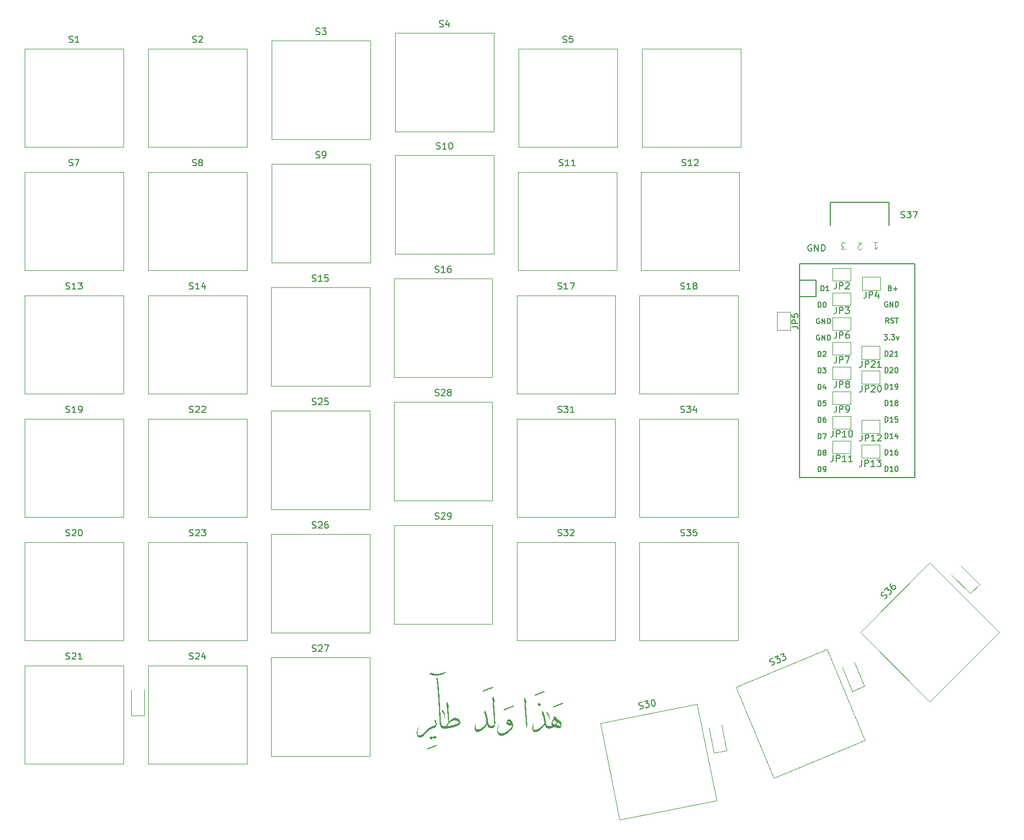
<source format=gbr>
%TF.GenerationSoftware,KiCad,Pcbnew,7.0.10*%
%TF.CreationDate,2024-03-21T17:00:33-05:00*%
%TF.ProjectId,Tair,54616972-2e6b-4696-9361-645f70636258,rev?*%
%TF.SameCoordinates,Original*%
%TF.FileFunction,Legend,Top*%
%TF.FilePolarity,Positive*%
%FSLAX46Y46*%
G04 Gerber Fmt 4.6, Leading zero omitted, Abs format (unit mm)*
G04 Created by KiCad (PCBNEW 7.0.10) date 2024-03-21 17:00:33*
%MOMM*%
%LPD*%
G01*
G04 APERTURE LIST*
%ADD10C,0.150000*%
%ADD11C,0.100000*%
%ADD12C,0.120000*%
%ADD13C,0.200000*%
%ADD14C,0.127000*%
G04 APERTURE END LIST*
D10*
X156561828Y-68419860D02*
X156466590Y-68372241D01*
X156466590Y-68372241D02*
X156323733Y-68372241D01*
X156323733Y-68372241D02*
X156180876Y-68419860D01*
X156180876Y-68419860D02*
X156085638Y-68515098D01*
X156085638Y-68515098D02*
X156038019Y-68610336D01*
X156038019Y-68610336D02*
X155990400Y-68800812D01*
X155990400Y-68800812D02*
X155990400Y-68943669D01*
X155990400Y-68943669D02*
X156038019Y-69134145D01*
X156038019Y-69134145D02*
X156085638Y-69229383D01*
X156085638Y-69229383D02*
X156180876Y-69324622D01*
X156180876Y-69324622D02*
X156323733Y-69372241D01*
X156323733Y-69372241D02*
X156418971Y-69372241D01*
X156418971Y-69372241D02*
X156561828Y-69324622D01*
X156561828Y-69324622D02*
X156609447Y-69277002D01*
X156609447Y-69277002D02*
X156609447Y-68943669D01*
X156609447Y-68943669D02*
X156418971Y-68943669D01*
X157038019Y-69372241D02*
X157038019Y-68372241D01*
X157038019Y-68372241D02*
X157609447Y-69372241D01*
X157609447Y-69372241D02*
X157609447Y-68372241D01*
X158085638Y-69372241D02*
X158085638Y-68372241D01*
X158085638Y-68372241D02*
X158323733Y-68372241D01*
X158323733Y-68372241D02*
X158466590Y-68419860D01*
X158466590Y-68419860D02*
X158561828Y-68515098D01*
X158561828Y-68515098D02*
X158609447Y-68610336D01*
X158609447Y-68610336D02*
X158657066Y-68800812D01*
X158657066Y-68800812D02*
X158657066Y-68943669D01*
X158657066Y-68943669D02*
X158609447Y-69134145D01*
X158609447Y-69134145D02*
X158561828Y-69229383D01*
X158561828Y-69229383D02*
X158466590Y-69324622D01*
X158466590Y-69324622D02*
X158323733Y-69372241D01*
X158323733Y-69372241D02*
X158085638Y-69372241D01*
X79540641Y-93055997D02*
X79683498Y-93103616D01*
X79683498Y-93103616D02*
X79921593Y-93103616D01*
X79921593Y-93103616D02*
X80016831Y-93055997D01*
X80016831Y-93055997D02*
X80064450Y-93008377D01*
X80064450Y-93008377D02*
X80112069Y-92913139D01*
X80112069Y-92913139D02*
X80112069Y-92817901D01*
X80112069Y-92817901D02*
X80064450Y-92722663D01*
X80064450Y-92722663D02*
X80016831Y-92675044D01*
X80016831Y-92675044D02*
X79921593Y-92627425D01*
X79921593Y-92627425D02*
X79731117Y-92579806D01*
X79731117Y-92579806D02*
X79635879Y-92532187D01*
X79635879Y-92532187D02*
X79588260Y-92484568D01*
X79588260Y-92484568D02*
X79540641Y-92389330D01*
X79540641Y-92389330D02*
X79540641Y-92294092D01*
X79540641Y-92294092D02*
X79588260Y-92198854D01*
X79588260Y-92198854D02*
X79635879Y-92151235D01*
X79635879Y-92151235D02*
X79731117Y-92103616D01*
X79731117Y-92103616D02*
X79969212Y-92103616D01*
X79969212Y-92103616D02*
X80112069Y-92151235D01*
X80493022Y-92198854D02*
X80540641Y-92151235D01*
X80540641Y-92151235D02*
X80635879Y-92103616D01*
X80635879Y-92103616D02*
X80873974Y-92103616D01*
X80873974Y-92103616D02*
X80969212Y-92151235D01*
X80969212Y-92151235D02*
X81016831Y-92198854D01*
X81016831Y-92198854D02*
X81064450Y-92294092D01*
X81064450Y-92294092D02*
X81064450Y-92389330D01*
X81064450Y-92389330D02*
X81016831Y-92532187D01*
X81016831Y-92532187D02*
X80445403Y-93103616D01*
X80445403Y-93103616D02*
X81064450Y-93103616D01*
X81969212Y-92103616D02*
X81493022Y-92103616D01*
X81493022Y-92103616D02*
X81445403Y-92579806D01*
X81445403Y-92579806D02*
X81493022Y-92532187D01*
X81493022Y-92532187D02*
X81588260Y-92484568D01*
X81588260Y-92484568D02*
X81826355Y-92484568D01*
X81826355Y-92484568D02*
X81921593Y-92532187D01*
X81921593Y-92532187D02*
X81969212Y-92579806D01*
X81969212Y-92579806D02*
X82016831Y-92675044D01*
X82016831Y-92675044D02*
X82016831Y-92913139D01*
X82016831Y-92913139D02*
X81969212Y-93008377D01*
X81969212Y-93008377D02*
X81921593Y-93055997D01*
X81921593Y-93055997D02*
X81826355Y-93103616D01*
X81826355Y-93103616D02*
X81588260Y-93103616D01*
X81588260Y-93103616D02*
X81493022Y-93055997D01*
X81493022Y-93055997D02*
X81445403Y-93008377D01*
X61066828Y-37096622D02*
X61209685Y-37144241D01*
X61209685Y-37144241D02*
X61447780Y-37144241D01*
X61447780Y-37144241D02*
X61543018Y-37096622D01*
X61543018Y-37096622D02*
X61590637Y-37049002D01*
X61590637Y-37049002D02*
X61638256Y-36953764D01*
X61638256Y-36953764D02*
X61638256Y-36858526D01*
X61638256Y-36858526D02*
X61590637Y-36763288D01*
X61590637Y-36763288D02*
X61543018Y-36715669D01*
X61543018Y-36715669D02*
X61447780Y-36668050D01*
X61447780Y-36668050D02*
X61257304Y-36620431D01*
X61257304Y-36620431D02*
X61162066Y-36572812D01*
X61162066Y-36572812D02*
X61114447Y-36525193D01*
X61114447Y-36525193D02*
X61066828Y-36429955D01*
X61066828Y-36429955D02*
X61066828Y-36334717D01*
X61066828Y-36334717D02*
X61114447Y-36239479D01*
X61114447Y-36239479D02*
X61162066Y-36191860D01*
X61162066Y-36191860D02*
X61257304Y-36144241D01*
X61257304Y-36144241D02*
X61495399Y-36144241D01*
X61495399Y-36144241D02*
X61638256Y-36191860D01*
X62019209Y-36239479D02*
X62066828Y-36191860D01*
X62066828Y-36191860D02*
X62162066Y-36144241D01*
X62162066Y-36144241D02*
X62400161Y-36144241D01*
X62400161Y-36144241D02*
X62495399Y-36191860D01*
X62495399Y-36191860D02*
X62543018Y-36239479D01*
X62543018Y-36239479D02*
X62590637Y-36334717D01*
X62590637Y-36334717D02*
X62590637Y-36429955D01*
X62590637Y-36429955D02*
X62543018Y-36572812D01*
X62543018Y-36572812D02*
X61971590Y-37144241D01*
X61971590Y-37144241D02*
X62590637Y-37144241D01*
X117440638Y-113296622D02*
X117583495Y-113344241D01*
X117583495Y-113344241D02*
X117821590Y-113344241D01*
X117821590Y-113344241D02*
X117916828Y-113296622D01*
X117916828Y-113296622D02*
X117964447Y-113249002D01*
X117964447Y-113249002D02*
X118012066Y-113153764D01*
X118012066Y-113153764D02*
X118012066Y-113058526D01*
X118012066Y-113058526D02*
X117964447Y-112963288D01*
X117964447Y-112963288D02*
X117916828Y-112915669D01*
X117916828Y-112915669D02*
X117821590Y-112868050D01*
X117821590Y-112868050D02*
X117631114Y-112820431D01*
X117631114Y-112820431D02*
X117535876Y-112772812D01*
X117535876Y-112772812D02*
X117488257Y-112725193D01*
X117488257Y-112725193D02*
X117440638Y-112629955D01*
X117440638Y-112629955D02*
X117440638Y-112534717D01*
X117440638Y-112534717D02*
X117488257Y-112439479D01*
X117488257Y-112439479D02*
X117535876Y-112391860D01*
X117535876Y-112391860D02*
X117631114Y-112344241D01*
X117631114Y-112344241D02*
X117869209Y-112344241D01*
X117869209Y-112344241D02*
X118012066Y-112391860D01*
X118345400Y-112344241D02*
X118964447Y-112344241D01*
X118964447Y-112344241D02*
X118631114Y-112725193D01*
X118631114Y-112725193D02*
X118773971Y-112725193D01*
X118773971Y-112725193D02*
X118869209Y-112772812D01*
X118869209Y-112772812D02*
X118916828Y-112820431D01*
X118916828Y-112820431D02*
X118964447Y-112915669D01*
X118964447Y-112915669D02*
X118964447Y-113153764D01*
X118964447Y-113153764D02*
X118916828Y-113249002D01*
X118916828Y-113249002D02*
X118869209Y-113296622D01*
X118869209Y-113296622D02*
X118773971Y-113344241D01*
X118773971Y-113344241D02*
X118488257Y-113344241D01*
X118488257Y-113344241D02*
X118393019Y-113296622D01*
X118393019Y-113296622D02*
X118345400Y-113249002D01*
X119345400Y-112439479D02*
X119393019Y-112391860D01*
X119393019Y-112391860D02*
X119488257Y-112344241D01*
X119488257Y-112344241D02*
X119726352Y-112344241D01*
X119726352Y-112344241D02*
X119821590Y-112391860D01*
X119821590Y-112391860D02*
X119869209Y-112439479D01*
X119869209Y-112439479D02*
X119916828Y-112534717D01*
X119916828Y-112534717D02*
X119916828Y-112629955D01*
X119916828Y-112629955D02*
X119869209Y-112772812D01*
X119869209Y-112772812D02*
X119297781Y-113344241D01*
X119297781Y-113344241D02*
X119916828Y-113344241D01*
X164967399Y-75612241D02*
X164967399Y-76326526D01*
X164967399Y-76326526D02*
X164919780Y-76469383D01*
X164919780Y-76469383D02*
X164824542Y-76564622D01*
X164824542Y-76564622D02*
X164681685Y-76612241D01*
X164681685Y-76612241D02*
X164586447Y-76612241D01*
X165443590Y-76612241D02*
X165443590Y-75612241D01*
X165443590Y-75612241D02*
X165824542Y-75612241D01*
X165824542Y-75612241D02*
X165919780Y-75659860D01*
X165919780Y-75659860D02*
X165967399Y-75707479D01*
X165967399Y-75707479D02*
X166015018Y-75802717D01*
X166015018Y-75802717D02*
X166015018Y-75945574D01*
X166015018Y-75945574D02*
X165967399Y-76040812D01*
X165967399Y-76040812D02*
X165919780Y-76088431D01*
X165919780Y-76088431D02*
X165824542Y-76136050D01*
X165824542Y-76136050D02*
X165443590Y-76136050D01*
X166872161Y-75945574D02*
X166872161Y-76612241D01*
X166634066Y-75564622D02*
X166395971Y-76278907D01*
X166395971Y-76278907D02*
X167015018Y-76278907D01*
X117440638Y-94246622D02*
X117583495Y-94294241D01*
X117583495Y-94294241D02*
X117821590Y-94294241D01*
X117821590Y-94294241D02*
X117916828Y-94246622D01*
X117916828Y-94246622D02*
X117964447Y-94199002D01*
X117964447Y-94199002D02*
X118012066Y-94103764D01*
X118012066Y-94103764D02*
X118012066Y-94008526D01*
X118012066Y-94008526D02*
X117964447Y-93913288D01*
X117964447Y-93913288D02*
X117916828Y-93865669D01*
X117916828Y-93865669D02*
X117821590Y-93818050D01*
X117821590Y-93818050D02*
X117631114Y-93770431D01*
X117631114Y-93770431D02*
X117535876Y-93722812D01*
X117535876Y-93722812D02*
X117488257Y-93675193D01*
X117488257Y-93675193D02*
X117440638Y-93579955D01*
X117440638Y-93579955D02*
X117440638Y-93484717D01*
X117440638Y-93484717D02*
X117488257Y-93389479D01*
X117488257Y-93389479D02*
X117535876Y-93341860D01*
X117535876Y-93341860D02*
X117631114Y-93294241D01*
X117631114Y-93294241D02*
X117869209Y-93294241D01*
X117869209Y-93294241D02*
X118012066Y-93341860D01*
X118345400Y-93294241D02*
X118964447Y-93294241D01*
X118964447Y-93294241D02*
X118631114Y-93675193D01*
X118631114Y-93675193D02*
X118773971Y-93675193D01*
X118773971Y-93675193D02*
X118869209Y-93722812D01*
X118869209Y-93722812D02*
X118916828Y-93770431D01*
X118916828Y-93770431D02*
X118964447Y-93865669D01*
X118964447Y-93865669D02*
X118964447Y-94103764D01*
X118964447Y-94103764D02*
X118916828Y-94199002D01*
X118916828Y-94199002D02*
X118869209Y-94246622D01*
X118869209Y-94246622D02*
X118773971Y-94294241D01*
X118773971Y-94294241D02*
X118488257Y-94294241D01*
X118488257Y-94294241D02*
X118393019Y-94246622D01*
X118393019Y-94246622D02*
X118345400Y-94199002D01*
X119916828Y-94294241D02*
X119345400Y-94294241D01*
X119631114Y-94294241D02*
X119631114Y-93294241D01*
X119631114Y-93294241D02*
X119535876Y-93437098D01*
X119535876Y-93437098D02*
X119440638Y-93532336D01*
X119440638Y-93532336D02*
X119345400Y-93579955D01*
X98490634Y-72615372D02*
X98633491Y-72662991D01*
X98633491Y-72662991D02*
X98871586Y-72662991D01*
X98871586Y-72662991D02*
X98966824Y-72615372D01*
X98966824Y-72615372D02*
X99014443Y-72567752D01*
X99014443Y-72567752D02*
X99062062Y-72472514D01*
X99062062Y-72472514D02*
X99062062Y-72377276D01*
X99062062Y-72377276D02*
X99014443Y-72282038D01*
X99014443Y-72282038D02*
X98966824Y-72234419D01*
X98966824Y-72234419D02*
X98871586Y-72186800D01*
X98871586Y-72186800D02*
X98681110Y-72139181D01*
X98681110Y-72139181D02*
X98585872Y-72091562D01*
X98585872Y-72091562D02*
X98538253Y-72043943D01*
X98538253Y-72043943D02*
X98490634Y-71948705D01*
X98490634Y-71948705D02*
X98490634Y-71853467D01*
X98490634Y-71853467D02*
X98538253Y-71758229D01*
X98538253Y-71758229D02*
X98585872Y-71710610D01*
X98585872Y-71710610D02*
X98681110Y-71662991D01*
X98681110Y-71662991D02*
X98919205Y-71662991D01*
X98919205Y-71662991D02*
X99062062Y-71710610D01*
X100014443Y-72662991D02*
X99443015Y-72662991D01*
X99728729Y-72662991D02*
X99728729Y-71662991D01*
X99728729Y-71662991D02*
X99633491Y-71805848D01*
X99633491Y-71805848D02*
X99538253Y-71901086D01*
X99538253Y-71901086D02*
X99443015Y-71948705D01*
X100871586Y-71662991D02*
X100681110Y-71662991D01*
X100681110Y-71662991D02*
X100585872Y-71710610D01*
X100585872Y-71710610D02*
X100538253Y-71758229D01*
X100538253Y-71758229D02*
X100443015Y-71901086D01*
X100443015Y-71901086D02*
X100395396Y-72091562D01*
X100395396Y-72091562D02*
X100395396Y-72472514D01*
X100395396Y-72472514D02*
X100443015Y-72567752D01*
X100443015Y-72567752D02*
X100490634Y-72615372D01*
X100490634Y-72615372D02*
X100585872Y-72662991D01*
X100585872Y-72662991D02*
X100776348Y-72662991D01*
X100776348Y-72662991D02*
X100871586Y-72615372D01*
X100871586Y-72615372D02*
X100919205Y-72567752D01*
X100919205Y-72567752D02*
X100966824Y-72472514D01*
X100966824Y-72472514D02*
X100966824Y-72234419D01*
X100966824Y-72234419D02*
X100919205Y-72139181D01*
X100919205Y-72139181D02*
X100871586Y-72091562D01*
X100871586Y-72091562D02*
X100776348Y-72043943D01*
X100776348Y-72043943D02*
X100585872Y-72043943D01*
X100585872Y-72043943D02*
X100490634Y-72091562D01*
X100490634Y-72091562D02*
X100443015Y-72139181D01*
X100443015Y-72139181D02*
X100395396Y-72234419D01*
X130062188Y-140031463D02*
X130211590Y-140050297D01*
X130211590Y-140050297D02*
X130445111Y-140003847D01*
X130445111Y-140003847D02*
X130529229Y-139938562D01*
X130529229Y-139938562D02*
X130566643Y-139882568D01*
X130566643Y-139882568D02*
X130594767Y-139779870D01*
X130594767Y-139779870D02*
X130576187Y-139686462D01*
X130576187Y-139686462D02*
X130510903Y-139602344D01*
X130510903Y-139602344D02*
X130454909Y-139564930D01*
X130454909Y-139564930D02*
X130352210Y-139536806D01*
X130352210Y-139536806D02*
X130156104Y-139527262D01*
X130156104Y-139527262D02*
X130053406Y-139499138D01*
X130053406Y-139499138D02*
X129997412Y-139461724D01*
X129997412Y-139461724D02*
X129932128Y-139377606D01*
X129932128Y-139377606D02*
X129913548Y-139284198D01*
X129913548Y-139284198D02*
X129941672Y-139181499D01*
X129941672Y-139181499D02*
X129979086Y-139125505D01*
X129979086Y-139125505D02*
X130063204Y-139060221D01*
X130063204Y-139060221D02*
X130296724Y-139013771D01*
X130296724Y-139013771D02*
X130446127Y-139032605D01*
X130763765Y-138920871D02*
X131370918Y-138800101D01*
X131370918Y-138800101D02*
X131118310Y-139238763D01*
X131118310Y-139238763D02*
X131258422Y-139210893D01*
X131258422Y-139210893D02*
X131361120Y-139239017D01*
X131361120Y-139239017D02*
X131417114Y-139276431D01*
X131417114Y-139276431D02*
X131482398Y-139360550D01*
X131482398Y-139360550D02*
X131528848Y-139594070D01*
X131528848Y-139594070D02*
X131500724Y-139696768D01*
X131500724Y-139696768D02*
X131463310Y-139752762D01*
X131463310Y-139752762D02*
X131379192Y-139818046D01*
X131379192Y-139818046D02*
X131098968Y-139873786D01*
X131098968Y-139873786D02*
X130996269Y-139845662D01*
X130996269Y-139845662D02*
X130940275Y-139808248D01*
X131978071Y-138679331D02*
X132071479Y-138660751D01*
X132071479Y-138660751D02*
X132174177Y-138688875D01*
X132174177Y-138688875D02*
X132230171Y-138726289D01*
X132230171Y-138726289D02*
X132295455Y-138810407D01*
X132295455Y-138810407D02*
X132379319Y-138987933D01*
X132379319Y-138987933D02*
X132425769Y-139221453D01*
X132425769Y-139221453D02*
X132416225Y-139417560D01*
X132416225Y-139417560D02*
X132388101Y-139520258D01*
X132388101Y-139520258D02*
X132350687Y-139576252D01*
X132350687Y-139576252D02*
X132266569Y-139641536D01*
X132266569Y-139641536D02*
X132173161Y-139660116D01*
X132173161Y-139660116D02*
X132070463Y-139631992D01*
X132070463Y-139631992D02*
X132014469Y-139594578D01*
X132014469Y-139594578D02*
X131949185Y-139510460D01*
X131949185Y-139510460D02*
X131865321Y-139332934D01*
X131865321Y-139332934D02*
X131818870Y-139099413D01*
X131818870Y-139099413D02*
X131828414Y-138903307D01*
X131828414Y-138903307D02*
X131856538Y-138800609D01*
X131856538Y-138800609D02*
X131893953Y-138744615D01*
X131893953Y-138744615D02*
X131978071Y-138679331D01*
X136590640Y-56146622D02*
X136733497Y-56194241D01*
X136733497Y-56194241D02*
X136971592Y-56194241D01*
X136971592Y-56194241D02*
X137066830Y-56146622D01*
X137066830Y-56146622D02*
X137114449Y-56099002D01*
X137114449Y-56099002D02*
X137162068Y-56003764D01*
X137162068Y-56003764D02*
X137162068Y-55908526D01*
X137162068Y-55908526D02*
X137114449Y-55813288D01*
X137114449Y-55813288D02*
X137066830Y-55765669D01*
X137066830Y-55765669D02*
X136971592Y-55718050D01*
X136971592Y-55718050D02*
X136781116Y-55670431D01*
X136781116Y-55670431D02*
X136685878Y-55622812D01*
X136685878Y-55622812D02*
X136638259Y-55575193D01*
X136638259Y-55575193D02*
X136590640Y-55479955D01*
X136590640Y-55479955D02*
X136590640Y-55384717D01*
X136590640Y-55384717D02*
X136638259Y-55289479D01*
X136638259Y-55289479D02*
X136685878Y-55241860D01*
X136685878Y-55241860D02*
X136781116Y-55194241D01*
X136781116Y-55194241D02*
X137019211Y-55194241D01*
X137019211Y-55194241D02*
X137162068Y-55241860D01*
X138114449Y-56194241D02*
X137543021Y-56194241D01*
X137828735Y-56194241D02*
X137828735Y-55194241D01*
X137828735Y-55194241D02*
X137733497Y-55337098D01*
X137733497Y-55337098D02*
X137638259Y-55432336D01*
X137638259Y-55432336D02*
X137543021Y-55479955D01*
X138495402Y-55289479D02*
X138543021Y-55241860D01*
X138543021Y-55241860D02*
X138638259Y-55194241D01*
X138638259Y-55194241D02*
X138876354Y-55194241D01*
X138876354Y-55194241D02*
X138971592Y-55241860D01*
X138971592Y-55241860D02*
X139019211Y-55289479D01*
X139019211Y-55289479D02*
X139066830Y-55384717D01*
X139066830Y-55384717D02*
X139066830Y-55479955D01*
X139066830Y-55479955D02*
X139019211Y-55622812D01*
X139019211Y-55622812D02*
X138447783Y-56194241D01*
X138447783Y-56194241D02*
X139066830Y-56194241D01*
X136390637Y-94246622D02*
X136533494Y-94294241D01*
X136533494Y-94294241D02*
X136771589Y-94294241D01*
X136771589Y-94294241D02*
X136866827Y-94246622D01*
X136866827Y-94246622D02*
X136914446Y-94199002D01*
X136914446Y-94199002D02*
X136962065Y-94103764D01*
X136962065Y-94103764D02*
X136962065Y-94008526D01*
X136962065Y-94008526D02*
X136914446Y-93913288D01*
X136914446Y-93913288D02*
X136866827Y-93865669D01*
X136866827Y-93865669D02*
X136771589Y-93818050D01*
X136771589Y-93818050D02*
X136581113Y-93770431D01*
X136581113Y-93770431D02*
X136485875Y-93722812D01*
X136485875Y-93722812D02*
X136438256Y-93675193D01*
X136438256Y-93675193D02*
X136390637Y-93579955D01*
X136390637Y-93579955D02*
X136390637Y-93484717D01*
X136390637Y-93484717D02*
X136438256Y-93389479D01*
X136438256Y-93389479D02*
X136485875Y-93341860D01*
X136485875Y-93341860D02*
X136581113Y-93294241D01*
X136581113Y-93294241D02*
X136819208Y-93294241D01*
X136819208Y-93294241D02*
X136962065Y-93341860D01*
X137295399Y-93294241D02*
X137914446Y-93294241D01*
X137914446Y-93294241D02*
X137581113Y-93675193D01*
X137581113Y-93675193D02*
X137723970Y-93675193D01*
X137723970Y-93675193D02*
X137819208Y-93722812D01*
X137819208Y-93722812D02*
X137866827Y-93770431D01*
X137866827Y-93770431D02*
X137914446Y-93865669D01*
X137914446Y-93865669D02*
X137914446Y-94103764D01*
X137914446Y-94103764D02*
X137866827Y-94199002D01*
X137866827Y-94199002D02*
X137819208Y-94246622D01*
X137819208Y-94246622D02*
X137723970Y-94294241D01*
X137723970Y-94294241D02*
X137438256Y-94294241D01*
X137438256Y-94294241D02*
X137343018Y-94246622D01*
X137343018Y-94246622D02*
X137295399Y-94199002D01*
X138771589Y-93627574D02*
X138771589Y-94294241D01*
X138533494Y-93246622D02*
X138295399Y-93960907D01*
X138295399Y-93960907D02*
X138914446Y-93960907D01*
X160395399Y-93265241D02*
X160395399Y-93979526D01*
X160395399Y-93979526D02*
X160347780Y-94122383D01*
X160347780Y-94122383D02*
X160252542Y-94217622D01*
X160252542Y-94217622D02*
X160109685Y-94265241D01*
X160109685Y-94265241D02*
X160014447Y-94265241D01*
X160871590Y-94265241D02*
X160871590Y-93265241D01*
X160871590Y-93265241D02*
X161252542Y-93265241D01*
X161252542Y-93265241D02*
X161347780Y-93312860D01*
X161347780Y-93312860D02*
X161395399Y-93360479D01*
X161395399Y-93360479D02*
X161443018Y-93455717D01*
X161443018Y-93455717D02*
X161443018Y-93598574D01*
X161443018Y-93598574D02*
X161395399Y-93693812D01*
X161395399Y-93693812D02*
X161347780Y-93741431D01*
X161347780Y-93741431D02*
X161252542Y-93789050D01*
X161252542Y-93789050D02*
X160871590Y-93789050D01*
X161919209Y-94265241D02*
X162109685Y-94265241D01*
X162109685Y-94265241D02*
X162204923Y-94217622D01*
X162204923Y-94217622D02*
X162252542Y-94170002D01*
X162252542Y-94170002D02*
X162347780Y-94027145D01*
X162347780Y-94027145D02*
X162395399Y-93836669D01*
X162395399Y-93836669D02*
X162395399Y-93455717D01*
X162395399Y-93455717D02*
X162347780Y-93360479D01*
X162347780Y-93360479D02*
X162300161Y-93312860D01*
X162300161Y-93312860D02*
X162204923Y-93265241D01*
X162204923Y-93265241D02*
X162014447Y-93265241D01*
X162014447Y-93265241D02*
X161919209Y-93312860D01*
X161919209Y-93312860D02*
X161871590Y-93360479D01*
X161871590Y-93360479D02*
X161823971Y-93455717D01*
X161823971Y-93455717D02*
X161823971Y-93693812D01*
X161823971Y-93693812D02*
X161871590Y-93789050D01*
X161871590Y-93789050D02*
X161919209Y-93836669D01*
X161919209Y-93836669D02*
X162014447Y-93884288D01*
X162014447Y-93884288D02*
X162204923Y-93884288D01*
X162204923Y-93884288D02*
X162300161Y-93836669D01*
X162300161Y-93836669D02*
X162347780Y-93789050D01*
X162347780Y-93789050D02*
X162395399Y-93693812D01*
X79540641Y-112105997D02*
X79683498Y-112153616D01*
X79683498Y-112153616D02*
X79921593Y-112153616D01*
X79921593Y-112153616D02*
X80016831Y-112105997D01*
X80016831Y-112105997D02*
X80064450Y-112058377D01*
X80064450Y-112058377D02*
X80112069Y-111963139D01*
X80112069Y-111963139D02*
X80112069Y-111867901D01*
X80112069Y-111867901D02*
X80064450Y-111772663D01*
X80064450Y-111772663D02*
X80016831Y-111725044D01*
X80016831Y-111725044D02*
X79921593Y-111677425D01*
X79921593Y-111677425D02*
X79731117Y-111629806D01*
X79731117Y-111629806D02*
X79635879Y-111582187D01*
X79635879Y-111582187D02*
X79588260Y-111534568D01*
X79588260Y-111534568D02*
X79540641Y-111439330D01*
X79540641Y-111439330D02*
X79540641Y-111344092D01*
X79540641Y-111344092D02*
X79588260Y-111248854D01*
X79588260Y-111248854D02*
X79635879Y-111201235D01*
X79635879Y-111201235D02*
X79731117Y-111153616D01*
X79731117Y-111153616D02*
X79969212Y-111153616D01*
X79969212Y-111153616D02*
X80112069Y-111201235D01*
X80493022Y-111248854D02*
X80540641Y-111201235D01*
X80540641Y-111201235D02*
X80635879Y-111153616D01*
X80635879Y-111153616D02*
X80873974Y-111153616D01*
X80873974Y-111153616D02*
X80969212Y-111201235D01*
X80969212Y-111201235D02*
X81016831Y-111248854D01*
X81016831Y-111248854D02*
X81064450Y-111344092D01*
X81064450Y-111344092D02*
X81064450Y-111439330D01*
X81064450Y-111439330D02*
X81016831Y-111582187D01*
X81016831Y-111582187D02*
X80445403Y-112153616D01*
X80445403Y-112153616D02*
X81064450Y-112153616D01*
X81921593Y-111153616D02*
X81731117Y-111153616D01*
X81731117Y-111153616D02*
X81635879Y-111201235D01*
X81635879Y-111201235D02*
X81588260Y-111248854D01*
X81588260Y-111248854D02*
X81493022Y-111391711D01*
X81493022Y-111391711D02*
X81445403Y-111582187D01*
X81445403Y-111582187D02*
X81445403Y-111963139D01*
X81445403Y-111963139D02*
X81493022Y-112058377D01*
X81493022Y-112058377D02*
X81540641Y-112105997D01*
X81540641Y-112105997D02*
X81635879Y-112153616D01*
X81635879Y-112153616D02*
X81826355Y-112153616D01*
X81826355Y-112153616D02*
X81921593Y-112105997D01*
X81921593Y-112105997D02*
X81969212Y-112058377D01*
X81969212Y-112058377D02*
X82016831Y-111963139D01*
X82016831Y-111963139D02*
X82016831Y-111725044D01*
X82016831Y-111725044D02*
X81969212Y-111629806D01*
X81969212Y-111629806D02*
X81921593Y-111582187D01*
X81921593Y-111582187D02*
X81826355Y-111534568D01*
X81826355Y-111534568D02*
X81635879Y-111534568D01*
X81635879Y-111534568D02*
X81540641Y-111582187D01*
X81540641Y-111582187D02*
X81493022Y-111629806D01*
X81493022Y-111629806D02*
X81445403Y-111725044D01*
X41540638Y-94246622D02*
X41683495Y-94294241D01*
X41683495Y-94294241D02*
X41921590Y-94294241D01*
X41921590Y-94294241D02*
X42016828Y-94246622D01*
X42016828Y-94246622D02*
X42064447Y-94199002D01*
X42064447Y-94199002D02*
X42112066Y-94103764D01*
X42112066Y-94103764D02*
X42112066Y-94008526D01*
X42112066Y-94008526D02*
X42064447Y-93913288D01*
X42064447Y-93913288D02*
X42016828Y-93865669D01*
X42016828Y-93865669D02*
X41921590Y-93818050D01*
X41921590Y-93818050D02*
X41731114Y-93770431D01*
X41731114Y-93770431D02*
X41635876Y-93722812D01*
X41635876Y-93722812D02*
X41588257Y-93675193D01*
X41588257Y-93675193D02*
X41540638Y-93579955D01*
X41540638Y-93579955D02*
X41540638Y-93484717D01*
X41540638Y-93484717D02*
X41588257Y-93389479D01*
X41588257Y-93389479D02*
X41635876Y-93341860D01*
X41635876Y-93341860D02*
X41731114Y-93294241D01*
X41731114Y-93294241D02*
X41969209Y-93294241D01*
X41969209Y-93294241D02*
X42112066Y-93341860D01*
X43064447Y-94294241D02*
X42493019Y-94294241D01*
X42778733Y-94294241D02*
X42778733Y-93294241D01*
X42778733Y-93294241D02*
X42683495Y-93437098D01*
X42683495Y-93437098D02*
X42588257Y-93532336D01*
X42588257Y-93532336D02*
X42493019Y-93579955D01*
X43540638Y-94294241D02*
X43731114Y-94294241D01*
X43731114Y-94294241D02*
X43826352Y-94246622D01*
X43826352Y-94246622D02*
X43873971Y-94199002D01*
X43873971Y-94199002D02*
X43969209Y-94056145D01*
X43969209Y-94056145D02*
X44016828Y-93865669D01*
X44016828Y-93865669D02*
X44016828Y-93484717D01*
X44016828Y-93484717D02*
X43969209Y-93389479D01*
X43969209Y-93389479D02*
X43921590Y-93341860D01*
X43921590Y-93341860D02*
X43826352Y-93294241D01*
X43826352Y-93294241D02*
X43635876Y-93294241D01*
X43635876Y-93294241D02*
X43540638Y-93341860D01*
X43540638Y-93341860D02*
X43493019Y-93389479D01*
X43493019Y-93389479D02*
X43445400Y-93484717D01*
X43445400Y-93484717D02*
X43445400Y-93722812D01*
X43445400Y-93722812D02*
X43493019Y-93818050D01*
X43493019Y-93818050D02*
X43540638Y-93865669D01*
X43540638Y-93865669D02*
X43635876Y-93913288D01*
X43635876Y-93913288D02*
X43826352Y-93913288D01*
X43826352Y-93913288D02*
X43921590Y-93865669D01*
X43921590Y-93865669D02*
X43969209Y-93818050D01*
X43969209Y-93818050D02*
X44016828Y-93722812D01*
X60590637Y-113296622D02*
X60733494Y-113344241D01*
X60733494Y-113344241D02*
X60971589Y-113344241D01*
X60971589Y-113344241D02*
X61066827Y-113296622D01*
X61066827Y-113296622D02*
X61114446Y-113249002D01*
X61114446Y-113249002D02*
X61162065Y-113153764D01*
X61162065Y-113153764D02*
X61162065Y-113058526D01*
X61162065Y-113058526D02*
X61114446Y-112963288D01*
X61114446Y-112963288D02*
X61066827Y-112915669D01*
X61066827Y-112915669D02*
X60971589Y-112868050D01*
X60971589Y-112868050D02*
X60781113Y-112820431D01*
X60781113Y-112820431D02*
X60685875Y-112772812D01*
X60685875Y-112772812D02*
X60638256Y-112725193D01*
X60638256Y-112725193D02*
X60590637Y-112629955D01*
X60590637Y-112629955D02*
X60590637Y-112534717D01*
X60590637Y-112534717D02*
X60638256Y-112439479D01*
X60638256Y-112439479D02*
X60685875Y-112391860D01*
X60685875Y-112391860D02*
X60781113Y-112344241D01*
X60781113Y-112344241D02*
X61019208Y-112344241D01*
X61019208Y-112344241D02*
X61162065Y-112391860D01*
X61543018Y-112439479D02*
X61590637Y-112391860D01*
X61590637Y-112391860D02*
X61685875Y-112344241D01*
X61685875Y-112344241D02*
X61923970Y-112344241D01*
X61923970Y-112344241D02*
X62019208Y-112391860D01*
X62019208Y-112391860D02*
X62066827Y-112439479D01*
X62066827Y-112439479D02*
X62114446Y-112534717D01*
X62114446Y-112534717D02*
X62114446Y-112629955D01*
X62114446Y-112629955D02*
X62066827Y-112772812D01*
X62066827Y-112772812D02*
X61495399Y-113344241D01*
X61495399Y-113344241D02*
X62114446Y-113344241D01*
X62447780Y-112344241D02*
X63066827Y-112344241D01*
X63066827Y-112344241D02*
X62733494Y-112725193D01*
X62733494Y-112725193D02*
X62876351Y-112725193D01*
X62876351Y-112725193D02*
X62971589Y-112772812D01*
X62971589Y-112772812D02*
X63019208Y-112820431D01*
X63019208Y-112820431D02*
X63066827Y-112915669D01*
X63066827Y-112915669D02*
X63066827Y-113153764D01*
X63066827Y-113153764D02*
X63019208Y-113249002D01*
X63019208Y-113249002D02*
X62971589Y-113296622D01*
X62971589Y-113296622D02*
X62876351Y-113344241D01*
X62876351Y-113344241D02*
X62590637Y-113344241D01*
X62590637Y-113344241D02*
X62495399Y-113296622D01*
X62495399Y-113296622D02*
X62447780Y-113249002D01*
X159919209Y-97075241D02*
X159919209Y-97789526D01*
X159919209Y-97789526D02*
X159871590Y-97932383D01*
X159871590Y-97932383D02*
X159776352Y-98027622D01*
X159776352Y-98027622D02*
X159633495Y-98075241D01*
X159633495Y-98075241D02*
X159538257Y-98075241D01*
X160395400Y-98075241D02*
X160395400Y-97075241D01*
X160395400Y-97075241D02*
X160776352Y-97075241D01*
X160776352Y-97075241D02*
X160871590Y-97122860D01*
X160871590Y-97122860D02*
X160919209Y-97170479D01*
X160919209Y-97170479D02*
X160966828Y-97265717D01*
X160966828Y-97265717D02*
X160966828Y-97408574D01*
X160966828Y-97408574D02*
X160919209Y-97503812D01*
X160919209Y-97503812D02*
X160871590Y-97551431D01*
X160871590Y-97551431D02*
X160776352Y-97599050D01*
X160776352Y-97599050D02*
X160395400Y-97599050D01*
X161919209Y-98075241D02*
X161347781Y-98075241D01*
X161633495Y-98075241D02*
X161633495Y-97075241D01*
X161633495Y-97075241D02*
X161538257Y-97218098D01*
X161538257Y-97218098D02*
X161443019Y-97313336D01*
X161443019Y-97313336D02*
X161347781Y-97360955D01*
X162538257Y-97075241D02*
X162633495Y-97075241D01*
X162633495Y-97075241D02*
X162728733Y-97122860D01*
X162728733Y-97122860D02*
X162776352Y-97170479D01*
X162776352Y-97170479D02*
X162823971Y-97265717D01*
X162823971Y-97265717D02*
X162871590Y-97456193D01*
X162871590Y-97456193D02*
X162871590Y-97694288D01*
X162871590Y-97694288D02*
X162823971Y-97884764D01*
X162823971Y-97884764D02*
X162776352Y-97980002D01*
X162776352Y-97980002D02*
X162728733Y-98027622D01*
X162728733Y-98027622D02*
X162633495Y-98075241D01*
X162633495Y-98075241D02*
X162538257Y-98075241D01*
X162538257Y-98075241D02*
X162443019Y-98027622D01*
X162443019Y-98027622D02*
X162395400Y-97980002D01*
X162395400Y-97980002D02*
X162347781Y-97884764D01*
X162347781Y-97884764D02*
X162300162Y-97694288D01*
X162300162Y-97694288D02*
X162300162Y-97456193D01*
X162300162Y-97456193D02*
X162347781Y-97265717D01*
X162347781Y-97265717D02*
X162395400Y-97170479D01*
X162395400Y-97170479D02*
X162443019Y-97122860D01*
X162443019Y-97122860D02*
X162538257Y-97075241D01*
X99166828Y-34715372D02*
X99309685Y-34762991D01*
X99309685Y-34762991D02*
X99547780Y-34762991D01*
X99547780Y-34762991D02*
X99643018Y-34715372D01*
X99643018Y-34715372D02*
X99690637Y-34667752D01*
X99690637Y-34667752D02*
X99738256Y-34572514D01*
X99738256Y-34572514D02*
X99738256Y-34477276D01*
X99738256Y-34477276D02*
X99690637Y-34382038D01*
X99690637Y-34382038D02*
X99643018Y-34334419D01*
X99643018Y-34334419D02*
X99547780Y-34286800D01*
X99547780Y-34286800D02*
X99357304Y-34239181D01*
X99357304Y-34239181D02*
X99262066Y-34191562D01*
X99262066Y-34191562D02*
X99214447Y-34143943D01*
X99214447Y-34143943D02*
X99166828Y-34048705D01*
X99166828Y-34048705D02*
X99166828Y-33953467D01*
X99166828Y-33953467D02*
X99214447Y-33858229D01*
X99214447Y-33858229D02*
X99262066Y-33810610D01*
X99262066Y-33810610D02*
X99357304Y-33762991D01*
X99357304Y-33762991D02*
X99595399Y-33762991D01*
X99595399Y-33762991D02*
X99738256Y-33810610D01*
X100595399Y-34096324D02*
X100595399Y-34762991D01*
X100357304Y-33715372D02*
X100119209Y-34429657D01*
X100119209Y-34429657D02*
X100738256Y-34429657D01*
X153501552Y-81037755D02*
X154215837Y-81037755D01*
X154215837Y-81037755D02*
X154358694Y-81085374D01*
X154358694Y-81085374D02*
X154453933Y-81180612D01*
X154453933Y-81180612D02*
X154501552Y-81323469D01*
X154501552Y-81323469D02*
X154501552Y-81418707D01*
X154501552Y-80561564D02*
X153501552Y-80561564D01*
X153501552Y-80561564D02*
X153501552Y-80180612D01*
X153501552Y-80180612D02*
X153549171Y-80085374D01*
X153549171Y-80085374D02*
X153596790Y-80037755D01*
X153596790Y-80037755D02*
X153692028Y-79990136D01*
X153692028Y-79990136D02*
X153834885Y-79990136D01*
X153834885Y-79990136D02*
X153930123Y-80037755D01*
X153930123Y-80037755D02*
X153977742Y-80085374D01*
X153977742Y-80085374D02*
X154025361Y-80180612D01*
X154025361Y-80180612D02*
X154025361Y-80561564D01*
X153501552Y-79085374D02*
X153501552Y-79561564D01*
X153501552Y-79561564D02*
X153977742Y-79609183D01*
X153977742Y-79609183D02*
X153930123Y-79561564D01*
X153930123Y-79561564D02*
X153882504Y-79466326D01*
X153882504Y-79466326D02*
X153882504Y-79228231D01*
X153882504Y-79228231D02*
X153930123Y-79132993D01*
X153930123Y-79132993D02*
X153977742Y-79085374D01*
X153977742Y-79085374D02*
X154072980Y-79037755D01*
X154072980Y-79037755D02*
X154311075Y-79037755D01*
X154311075Y-79037755D02*
X154406313Y-79085374D01*
X154406313Y-79085374D02*
X154453933Y-79132993D01*
X154453933Y-79132993D02*
X154501552Y-79228231D01*
X154501552Y-79228231D02*
X154501552Y-79466326D01*
X154501552Y-79466326D02*
X154453933Y-79561564D01*
X154453933Y-79561564D02*
X154406313Y-79609183D01*
X164310409Y-101615841D02*
X164310409Y-102330126D01*
X164310409Y-102330126D02*
X164262790Y-102472983D01*
X164262790Y-102472983D02*
X164167552Y-102568222D01*
X164167552Y-102568222D02*
X164024695Y-102615841D01*
X164024695Y-102615841D02*
X163929457Y-102615841D01*
X164786600Y-102615841D02*
X164786600Y-101615841D01*
X164786600Y-101615841D02*
X165167552Y-101615841D01*
X165167552Y-101615841D02*
X165262790Y-101663460D01*
X165262790Y-101663460D02*
X165310409Y-101711079D01*
X165310409Y-101711079D02*
X165358028Y-101806317D01*
X165358028Y-101806317D02*
X165358028Y-101949174D01*
X165358028Y-101949174D02*
X165310409Y-102044412D01*
X165310409Y-102044412D02*
X165262790Y-102092031D01*
X165262790Y-102092031D02*
X165167552Y-102139650D01*
X165167552Y-102139650D02*
X164786600Y-102139650D01*
X166310409Y-102615841D02*
X165738981Y-102615841D01*
X166024695Y-102615841D02*
X166024695Y-101615841D01*
X166024695Y-101615841D02*
X165929457Y-101758698D01*
X165929457Y-101758698D02*
X165834219Y-101853936D01*
X165834219Y-101853936D02*
X165738981Y-101901555D01*
X166643743Y-101615841D02*
X167262790Y-101615841D01*
X167262790Y-101615841D02*
X166929457Y-101996793D01*
X166929457Y-101996793D02*
X167072314Y-101996793D01*
X167072314Y-101996793D02*
X167167552Y-102044412D01*
X167167552Y-102044412D02*
X167215171Y-102092031D01*
X167215171Y-102092031D02*
X167262790Y-102187269D01*
X167262790Y-102187269D02*
X167262790Y-102425364D01*
X167262790Y-102425364D02*
X167215171Y-102520602D01*
X167215171Y-102520602D02*
X167167552Y-102568222D01*
X167167552Y-102568222D02*
X167072314Y-102615841D01*
X167072314Y-102615841D02*
X166786600Y-102615841D01*
X166786600Y-102615841D02*
X166691362Y-102568222D01*
X166691362Y-102568222D02*
X166643743Y-102520602D01*
X117640641Y-56146622D02*
X117783498Y-56194241D01*
X117783498Y-56194241D02*
X118021593Y-56194241D01*
X118021593Y-56194241D02*
X118116831Y-56146622D01*
X118116831Y-56146622D02*
X118164450Y-56099002D01*
X118164450Y-56099002D02*
X118212069Y-56003764D01*
X118212069Y-56003764D02*
X118212069Y-55908526D01*
X118212069Y-55908526D02*
X118164450Y-55813288D01*
X118164450Y-55813288D02*
X118116831Y-55765669D01*
X118116831Y-55765669D02*
X118021593Y-55718050D01*
X118021593Y-55718050D02*
X117831117Y-55670431D01*
X117831117Y-55670431D02*
X117735879Y-55622812D01*
X117735879Y-55622812D02*
X117688260Y-55575193D01*
X117688260Y-55575193D02*
X117640641Y-55479955D01*
X117640641Y-55479955D02*
X117640641Y-55384717D01*
X117640641Y-55384717D02*
X117688260Y-55289479D01*
X117688260Y-55289479D02*
X117735879Y-55241860D01*
X117735879Y-55241860D02*
X117831117Y-55194241D01*
X117831117Y-55194241D02*
X118069212Y-55194241D01*
X118069212Y-55194241D02*
X118212069Y-55241860D01*
X119164450Y-56194241D02*
X118593022Y-56194241D01*
X118878736Y-56194241D02*
X118878736Y-55194241D01*
X118878736Y-55194241D02*
X118783498Y-55337098D01*
X118783498Y-55337098D02*
X118688260Y-55432336D01*
X118688260Y-55432336D02*
X118593022Y-55479955D01*
X120116831Y-56194241D02*
X119545403Y-56194241D01*
X119831117Y-56194241D02*
X119831117Y-55194241D01*
X119831117Y-55194241D02*
X119735879Y-55337098D01*
X119735879Y-55337098D02*
X119640641Y-55432336D01*
X119640641Y-55432336D02*
X119545403Y-55479955D01*
X61066827Y-56146622D02*
X61209684Y-56194241D01*
X61209684Y-56194241D02*
X61447779Y-56194241D01*
X61447779Y-56194241D02*
X61543017Y-56146622D01*
X61543017Y-56146622D02*
X61590636Y-56099002D01*
X61590636Y-56099002D02*
X61638255Y-56003764D01*
X61638255Y-56003764D02*
X61638255Y-55908526D01*
X61638255Y-55908526D02*
X61590636Y-55813288D01*
X61590636Y-55813288D02*
X61543017Y-55765669D01*
X61543017Y-55765669D02*
X61447779Y-55718050D01*
X61447779Y-55718050D02*
X61257303Y-55670431D01*
X61257303Y-55670431D02*
X61162065Y-55622812D01*
X61162065Y-55622812D02*
X61114446Y-55575193D01*
X61114446Y-55575193D02*
X61066827Y-55479955D01*
X61066827Y-55479955D02*
X61066827Y-55384717D01*
X61066827Y-55384717D02*
X61114446Y-55289479D01*
X61114446Y-55289479D02*
X61162065Y-55241860D01*
X61162065Y-55241860D02*
X61257303Y-55194241D01*
X61257303Y-55194241D02*
X61495398Y-55194241D01*
X61495398Y-55194241D02*
X61638255Y-55241860D01*
X62209684Y-55622812D02*
X62114446Y-55575193D01*
X62114446Y-55575193D02*
X62066827Y-55527574D01*
X62066827Y-55527574D02*
X62019208Y-55432336D01*
X62019208Y-55432336D02*
X62019208Y-55384717D01*
X62019208Y-55384717D02*
X62066827Y-55289479D01*
X62066827Y-55289479D02*
X62114446Y-55241860D01*
X62114446Y-55241860D02*
X62209684Y-55194241D01*
X62209684Y-55194241D02*
X62400160Y-55194241D01*
X62400160Y-55194241D02*
X62495398Y-55241860D01*
X62495398Y-55241860D02*
X62543017Y-55289479D01*
X62543017Y-55289479D02*
X62590636Y-55384717D01*
X62590636Y-55384717D02*
X62590636Y-55432336D01*
X62590636Y-55432336D02*
X62543017Y-55527574D01*
X62543017Y-55527574D02*
X62495398Y-55575193D01*
X62495398Y-55575193D02*
X62400160Y-55622812D01*
X62400160Y-55622812D02*
X62209684Y-55622812D01*
X62209684Y-55622812D02*
X62114446Y-55670431D01*
X62114446Y-55670431D02*
X62066827Y-55718050D01*
X62066827Y-55718050D02*
X62019208Y-55813288D01*
X62019208Y-55813288D02*
X62019208Y-56003764D01*
X62019208Y-56003764D02*
X62066827Y-56099002D01*
X62066827Y-56099002D02*
X62114446Y-56146622D01*
X62114446Y-56146622D02*
X62209684Y-56194241D01*
X62209684Y-56194241D02*
X62400160Y-56194241D01*
X62400160Y-56194241D02*
X62495398Y-56146622D01*
X62495398Y-56146622D02*
X62543017Y-56099002D01*
X62543017Y-56099002D02*
X62590636Y-56003764D01*
X62590636Y-56003764D02*
X62590636Y-55813288D01*
X62590636Y-55813288D02*
X62543017Y-55718050D01*
X62543017Y-55718050D02*
X62495398Y-55670431D01*
X62495398Y-55670431D02*
X62400160Y-55622812D01*
X167868403Y-123039754D02*
X168003090Y-122972410D01*
X168003090Y-122972410D02*
X168171449Y-122804051D01*
X168171449Y-122804051D02*
X168205121Y-122703036D01*
X168205121Y-122703036D02*
X168205121Y-122635693D01*
X168205121Y-122635693D02*
X168171449Y-122534677D01*
X168171449Y-122534677D02*
X168104105Y-122467334D01*
X168104105Y-122467334D02*
X168003090Y-122433662D01*
X168003090Y-122433662D02*
X167935747Y-122433662D01*
X167935747Y-122433662D02*
X167834731Y-122467334D01*
X167834731Y-122467334D02*
X167666373Y-122568349D01*
X167666373Y-122568349D02*
X167565357Y-122602021D01*
X167565357Y-122602021D02*
X167498014Y-122602021D01*
X167498014Y-122602021D02*
X167396999Y-122568349D01*
X167396999Y-122568349D02*
X167329655Y-122501006D01*
X167329655Y-122501006D02*
X167295983Y-122399990D01*
X167295983Y-122399990D02*
X167295983Y-122332647D01*
X167295983Y-122332647D02*
X167329655Y-122231632D01*
X167329655Y-122231632D02*
X167498014Y-122063273D01*
X167498014Y-122063273D02*
X167632701Y-121995929D01*
X167834731Y-121726555D02*
X168272464Y-121288823D01*
X168272464Y-121288823D02*
X168306136Y-121793899D01*
X168306136Y-121793899D02*
X168407151Y-121692884D01*
X168407151Y-121692884D02*
X168508166Y-121659212D01*
X168508166Y-121659212D02*
X168575510Y-121659212D01*
X168575510Y-121659212D02*
X168676525Y-121692884D01*
X168676525Y-121692884D02*
X168844884Y-121861242D01*
X168844884Y-121861242D02*
X168878556Y-121962258D01*
X168878556Y-121962258D02*
X168878556Y-122029601D01*
X168878556Y-122029601D02*
X168844884Y-122130616D01*
X168844884Y-122130616D02*
X168642853Y-122332647D01*
X168642853Y-122332647D02*
X168541838Y-122366319D01*
X168541838Y-122366319D02*
X168474495Y-122366319D01*
X168878556Y-120682731D02*
X168743869Y-120817418D01*
X168743869Y-120817418D02*
X168710197Y-120918433D01*
X168710197Y-120918433D02*
X168710197Y-120985777D01*
X168710197Y-120985777D02*
X168743869Y-121154135D01*
X168743869Y-121154135D02*
X168844884Y-121322494D01*
X168844884Y-121322494D02*
X169114258Y-121591868D01*
X169114258Y-121591868D02*
X169215273Y-121625540D01*
X169215273Y-121625540D02*
X169282617Y-121625540D01*
X169282617Y-121625540D02*
X169383632Y-121591868D01*
X169383632Y-121591868D02*
X169518319Y-121457181D01*
X169518319Y-121457181D02*
X169551991Y-121356166D01*
X169551991Y-121356166D02*
X169551991Y-121288822D01*
X169551991Y-121288822D02*
X169518319Y-121187807D01*
X169518319Y-121187807D02*
X169349960Y-121019448D01*
X169349960Y-121019448D02*
X169248945Y-120985777D01*
X169248945Y-120985777D02*
X169181602Y-120985777D01*
X169181602Y-120985777D02*
X169080586Y-121019448D01*
X169080586Y-121019448D02*
X168945899Y-121154135D01*
X168945899Y-121154135D02*
X168912228Y-121255151D01*
X168912228Y-121255151D02*
X168912228Y-121322494D01*
X168912228Y-121322494D02*
X168945899Y-121423509D01*
X117440638Y-75196622D02*
X117583495Y-75244241D01*
X117583495Y-75244241D02*
X117821590Y-75244241D01*
X117821590Y-75244241D02*
X117916828Y-75196622D01*
X117916828Y-75196622D02*
X117964447Y-75149002D01*
X117964447Y-75149002D02*
X118012066Y-75053764D01*
X118012066Y-75053764D02*
X118012066Y-74958526D01*
X118012066Y-74958526D02*
X117964447Y-74863288D01*
X117964447Y-74863288D02*
X117916828Y-74815669D01*
X117916828Y-74815669D02*
X117821590Y-74768050D01*
X117821590Y-74768050D02*
X117631114Y-74720431D01*
X117631114Y-74720431D02*
X117535876Y-74672812D01*
X117535876Y-74672812D02*
X117488257Y-74625193D01*
X117488257Y-74625193D02*
X117440638Y-74529955D01*
X117440638Y-74529955D02*
X117440638Y-74434717D01*
X117440638Y-74434717D02*
X117488257Y-74339479D01*
X117488257Y-74339479D02*
X117535876Y-74291860D01*
X117535876Y-74291860D02*
X117631114Y-74244241D01*
X117631114Y-74244241D02*
X117869209Y-74244241D01*
X117869209Y-74244241D02*
X118012066Y-74291860D01*
X118964447Y-75244241D02*
X118393019Y-75244241D01*
X118678733Y-75244241D02*
X118678733Y-74244241D01*
X118678733Y-74244241D02*
X118583495Y-74387098D01*
X118583495Y-74387098D02*
X118488257Y-74482336D01*
X118488257Y-74482336D02*
X118393019Y-74529955D01*
X119297781Y-74244241D02*
X119964447Y-74244241D01*
X119964447Y-74244241D02*
X119535876Y-75244241D01*
X160395399Y-81835241D02*
X160395399Y-82549526D01*
X160395399Y-82549526D02*
X160347780Y-82692383D01*
X160347780Y-82692383D02*
X160252542Y-82787622D01*
X160252542Y-82787622D02*
X160109685Y-82835241D01*
X160109685Y-82835241D02*
X160014447Y-82835241D01*
X160871590Y-82835241D02*
X160871590Y-81835241D01*
X160871590Y-81835241D02*
X161252542Y-81835241D01*
X161252542Y-81835241D02*
X161347780Y-81882860D01*
X161347780Y-81882860D02*
X161395399Y-81930479D01*
X161395399Y-81930479D02*
X161443018Y-82025717D01*
X161443018Y-82025717D02*
X161443018Y-82168574D01*
X161443018Y-82168574D02*
X161395399Y-82263812D01*
X161395399Y-82263812D02*
X161347780Y-82311431D01*
X161347780Y-82311431D02*
X161252542Y-82359050D01*
X161252542Y-82359050D02*
X160871590Y-82359050D01*
X162300161Y-81835241D02*
X162109685Y-81835241D01*
X162109685Y-81835241D02*
X162014447Y-81882860D01*
X162014447Y-81882860D02*
X161966828Y-81930479D01*
X161966828Y-81930479D02*
X161871590Y-82073336D01*
X161871590Y-82073336D02*
X161823971Y-82263812D01*
X161823971Y-82263812D02*
X161823971Y-82644764D01*
X161823971Y-82644764D02*
X161871590Y-82740002D01*
X161871590Y-82740002D02*
X161919209Y-82787622D01*
X161919209Y-82787622D02*
X162014447Y-82835241D01*
X162014447Y-82835241D02*
X162204923Y-82835241D01*
X162204923Y-82835241D02*
X162300161Y-82787622D01*
X162300161Y-82787622D02*
X162347780Y-82740002D01*
X162347780Y-82740002D02*
X162395399Y-82644764D01*
X162395399Y-82644764D02*
X162395399Y-82406669D01*
X162395399Y-82406669D02*
X162347780Y-82311431D01*
X162347780Y-82311431D02*
X162300161Y-82263812D01*
X162300161Y-82263812D02*
X162204923Y-82216193D01*
X162204923Y-82216193D02*
X162014447Y-82216193D01*
X162014447Y-82216193D02*
X161919209Y-82263812D01*
X161919209Y-82263812D02*
X161871590Y-82311431D01*
X161871590Y-82311431D02*
X161823971Y-82406669D01*
X41540638Y-132346622D02*
X41683495Y-132394241D01*
X41683495Y-132394241D02*
X41921590Y-132394241D01*
X41921590Y-132394241D02*
X42016828Y-132346622D01*
X42016828Y-132346622D02*
X42064447Y-132299002D01*
X42064447Y-132299002D02*
X42112066Y-132203764D01*
X42112066Y-132203764D02*
X42112066Y-132108526D01*
X42112066Y-132108526D02*
X42064447Y-132013288D01*
X42064447Y-132013288D02*
X42016828Y-131965669D01*
X42016828Y-131965669D02*
X41921590Y-131918050D01*
X41921590Y-131918050D02*
X41731114Y-131870431D01*
X41731114Y-131870431D02*
X41635876Y-131822812D01*
X41635876Y-131822812D02*
X41588257Y-131775193D01*
X41588257Y-131775193D02*
X41540638Y-131679955D01*
X41540638Y-131679955D02*
X41540638Y-131584717D01*
X41540638Y-131584717D02*
X41588257Y-131489479D01*
X41588257Y-131489479D02*
X41635876Y-131441860D01*
X41635876Y-131441860D02*
X41731114Y-131394241D01*
X41731114Y-131394241D02*
X41969209Y-131394241D01*
X41969209Y-131394241D02*
X42112066Y-131441860D01*
X42493019Y-131489479D02*
X42540638Y-131441860D01*
X42540638Y-131441860D02*
X42635876Y-131394241D01*
X42635876Y-131394241D02*
X42873971Y-131394241D01*
X42873971Y-131394241D02*
X42969209Y-131441860D01*
X42969209Y-131441860D02*
X43016828Y-131489479D01*
X43016828Y-131489479D02*
X43064447Y-131584717D01*
X43064447Y-131584717D02*
X43064447Y-131679955D01*
X43064447Y-131679955D02*
X43016828Y-131822812D01*
X43016828Y-131822812D02*
X42445400Y-132394241D01*
X42445400Y-132394241D02*
X43064447Y-132394241D01*
X44016828Y-132394241D02*
X43445400Y-132394241D01*
X43731114Y-132394241D02*
X43731114Y-131394241D01*
X43731114Y-131394241D02*
X43635876Y-131537098D01*
X43635876Y-131537098D02*
X43540638Y-131632336D01*
X43540638Y-131632336D02*
X43445400Y-131679955D01*
X160395399Y-89455241D02*
X160395399Y-90169526D01*
X160395399Y-90169526D02*
X160347780Y-90312383D01*
X160347780Y-90312383D02*
X160252542Y-90407622D01*
X160252542Y-90407622D02*
X160109685Y-90455241D01*
X160109685Y-90455241D02*
X160014447Y-90455241D01*
X160871590Y-90455241D02*
X160871590Y-89455241D01*
X160871590Y-89455241D02*
X161252542Y-89455241D01*
X161252542Y-89455241D02*
X161347780Y-89502860D01*
X161347780Y-89502860D02*
X161395399Y-89550479D01*
X161395399Y-89550479D02*
X161443018Y-89645717D01*
X161443018Y-89645717D02*
X161443018Y-89788574D01*
X161443018Y-89788574D02*
X161395399Y-89883812D01*
X161395399Y-89883812D02*
X161347780Y-89931431D01*
X161347780Y-89931431D02*
X161252542Y-89979050D01*
X161252542Y-89979050D02*
X160871590Y-89979050D01*
X162014447Y-89883812D02*
X161919209Y-89836193D01*
X161919209Y-89836193D02*
X161871590Y-89788574D01*
X161871590Y-89788574D02*
X161823971Y-89693336D01*
X161823971Y-89693336D02*
X161823971Y-89645717D01*
X161823971Y-89645717D02*
X161871590Y-89550479D01*
X161871590Y-89550479D02*
X161919209Y-89502860D01*
X161919209Y-89502860D02*
X162014447Y-89455241D01*
X162014447Y-89455241D02*
X162204923Y-89455241D01*
X162204923Y-89455241D02*
X162300161Y-89502860D01*
X162300161Y-89502860D02*
X162347780Y-89550479D01*
X162347780Y-89550479D02*
X162395399Y-89645717D01*
X162395399Y-89645717D02*
X162395399Y-89693336D01*
X162395399Y-89693336D02*
X162347780Y-89788574D01*
X162347780Y-89788574D02*
X162300161Y-89836193D01*
X162300161Y-89836193D02*
X162204923Y-89883812D01*
X162204923Y-89883812D02*
X162014447Y-89883812D01*
X162014447Y-89883812D02*
X161919209Y-89931431D01*
X161919209Y-89931431D02*
X161871590Y-89979050D01*
X161871590Y-89979050D02*
X161823971Y-90074288D01*
X161823971Y-90074288D02*
X161823971Y-90264764D01*
X161823971Y-90264764D02*
X161871590Y-90360002D01*
X161871590Y-90360002D02*
X161919209Y-90407622D01*
X161919209Y-90407622D02*
X162014447Y-90455241D01*
X162014447Y-90455241D02*
X162204923Y-90455241D01*
X162204923Y-90455241D02*
X162300161Y-90407622D01*
X162300161Y-90407622D02*
X162347780Y-90360002D01*
X162347780Y-90360002D02*
X162395399Y-90264764D01*
X162395399Y-90264764D02*
X162395399Y-90074288D01*
X162395399Y-90074288D02*
X162347780Y-89979050D01*
X162347780Y-89979050D02*
X162300161Y-89931431D01*
X162300161Y-89931431D02*
X162204923Y-89883812D01*
X41540638Y-75196622D02*
X41683495Y-75244241D01*
X41683495Y-75244241D02*
X41921590Y-75244241D01*
X41921590Y-75244241D02*
X42016828Y-75196622D01*
X42016828Y-75196622D02*
X42064447Y-75149002D01*
X42064447Y-75149002D02*
X42112066Y-75053764D01*
X42112066Y-75053764D02*
X42112066Y-74958526D01*
X42112066Y-74958526D02*
X42064447Y-74863288D01*
X42064447Y-74863288D02*
X42016828Y-74815669D01*
X42016828Y-74815669D02*
X41921590Y-74768050D01*
X41921590Y-74768050D02*
X41731114Y-74720431D01*
X41731114Y-74720431D02*
X41635876Y-74672812D01*
X41635876Y-74672812D02*
X41588257Y-74625193D01*
X41588257Y-74625193D02*
X41540638Y-74529955D01*
X41540638Y-74529955D02*
X41540638Y-74434717D01*
X41540638Y-74434717D02*
X41588257Y-74339479D01*
X41588257Y-74339479D02*
X41635876Y-74291860D01*
X41635876Y-74291860D02*
X41731114Y-74244241D01*
X41731114Y-74244241D02*
X41969209Y-74244241D01*
X41969209Y-74244241D02*
X42112066Y-74291860D01*
X43064447Y-75244241D02*
X42493019Y-75244241D01*
X42778733Y-75244241D02*
X42778733Y-74244241D01*
X42778733Y-74244241D02*
X42683495Y-74387098D01*
X42683495Y-74387098D02*
X42588257Y-74482336D01*
X42588257Y-74482336D02*
X42493019Y-74529955D01*
X43397781Y-74244241D02*
X44016828Y-74244241D01*
X44016828Y-74244241D02*
X43683495Y-74625193D01*
X43683495Y-74625193D02*
X43826352Y-74625193D01*
X43826352Y-74625193D02*
X43921590Y-74672812D01*
X43921590Y-74672812D02*
X43969209Y-74720431D01*
X43969209Y-74720431D02*
X44016828Y-74815669D01*
X44016828Y-74815669D02*
X44016828Y-75053764D01*
X44016828Y-75053764D02*
X43969209Y-75149002D01*
X43969209Y-75149002D02*
X43921590Y-75196622D01*
X43921590Y-75196622D02*
X43826352Y-75244241D01*
X43826352Y-75244241D02*
X43540638Y-75244241D01*
X43540638Y-75244241D02*
X43445400Y-75196622D01*
X43445400Y-75196622D02*
X43397781Y-75149002D01*
X42016828Y-56146622D02*
X42159685Y-56194241D01*
X42159685Y-56194241D02*
X42397780Y-56194241D01*
X42397780Y-56194241D02*
X42493018Y-56146622D01*
X42493018Y-56146622D02*
X42540637Y-56099002D01*
X42540637Y-56099002D02*
X42588256Y-56003764D01*
X42588256Y-56003764D02*
X42588256Y-55908526D01*
X42588256Y-55908526D02*
X42540637Y-55813288D01*
X42540637Y-55813288D02*
X42493018Y-55765669D01*
X42493018Y-55765669D02*
X42397780Y-55718050D01*
X42397780Y-55718050D02*
X42207304Y-55670431D01*
X42207304Y-55670431D02*
X42112066Y-55622812D01*
X42112066Y-55622812D02*
X42064447Y-55575193D01*
X42064447Y-55575193D02*
X42016828Y-55479955D01*
X42016828Y-55479955D02*
X42016828Y-55384717D01*
X42016828Y-55384717D02*
X42064447Y-55289479D01*
X42064447Y-55289479D02*
X42112066Y-55241860D01*
X42112066Y-55241860D02*
X42207304Y-55194241D01*
X42207304Y-55194241D02*
X42445399Y-55194241D01*
X42445399Y-55194241D02*
X42588256Y-55241860D01*
X42921590Y-55194241D02*
X43588256Y-55194241D01*
X43588256Y-55194241D02*
X43159685Y-56194241D01*
X164364209Y-90090241D02*
X164364209Y-90804526D01*
X164364209Y-90804526D02*
X164316590Y-90947383D01*
X164316590Y-90947383D02*
X164221352Y-91042622D01*
X164221352Y-91042622D02*
X164078495Y-91090241D01*
X164078495Y-91090241D02*
X163983257Y-91090241D01*
X164840400Y-91090241D02*
X164840400Y-90090241D01*
X164840400Y-90090241D02*
X165221352Y-90090241D01*
X165221352Y-90090241D02*
X165316590Y-90137860D01*
X165316590Y-90137860D02*
X165364209Y-90185479D01*
X165364209Y-90185479D02*
X165411828Y-90280717D01*
X165411828Y-90280717D02*
X165411828Y-90423574D01*
X165411828Y-90423574D02*
X165364209Y-90518812D01*
X165364209Y-90518812D02*
X165316590Y-90566431D01*
X165316590Y-90566431D02*
X165221352Y-90614050D01*
X165221352Y-90614050D02*
X164840400Y-90614050D01*
X165792781Y-90185479D02*
X165840400Y-90137860D01*
X165840400Y-90137860D02*
X165935638Y-90090241D01*
X165935638Y-90090241D02*
X166173733Y-90090241D01*
X166173733Y-90090241D02*
X166268971Y-90137860D01*
X166268971Y-90137860D02*
X166316590Y-90185479D01*
X166316590Y-90185479D02*
X166364209Y-90280717D01*
X166364209Y-90280717D02*
X166364209Y-90375955D01*
X166364209Y-90375955D02*
X166316590Y-90518812D01*
X166316590Y-90518812D02*
X165745162Y-91090241D01*
X165745162Y-91090241D02*
X166364209Y-91090241D01*
X166983257Y-90090241D02*
X167078495Y-90090241D01*
X167078495Y-90090241D02*
X167173733Y-90137860D01*
X167173733Y-90137860D02*
X167221352Y-90185479D01*
X167221352Y-90185479D02*
X167268971Y-90280717D01*
X167268971Y-90280717D02*
X167316590Y-90471193D01*
X167316590Y-90471193D02*
X167316590Y-90709288D01*
X167316590Y-90709288D02*
X167268971Y-90899764D01*
X167268971Y-90899764D02*
X167221352Y-90995002D01*
X167221352Y-90995002D02*
X167173733Y-91042622D01*
X167173733Y-91042622D02*
X167078495Y-91090241D01*
X167078495Y-91090241D02*
X166983257Y-91090241D01*
X166983257Y-91090241D02*
X166888019Y-91042622D01*
X166888019Y-91042622D02*
X166840400Y-90995002D01*
X166840400Y-90995002D02*
X166792781Y-90899764D01*
X166792781Y-90899764D02*
X166745162Y-90709288D01*
X166745162Y-90709288D02*
X166745162Y-90471193D01*
X166745162Y-90471193D02*
X166792781Y-90280717D01*
X166792781Y-90280717D02*
X166840400Y-90185479D01*
X166840400Y-90185479D02*
X166888019Y-90137860D01*
X166888019Y-90137860D02*
X166983257Y-90090241D01*
X136390637Y-75196622D02*
X136533494Y-75244241D01*
X136533494Y-75244241D02*
X136771589Y-75244241D01*
X136771589Y-75244241D02*
X136866827Y-75196622D01*
X136866827Y-75196622D02*
X136914446Y-75149002D01*
X136914446Y-75149002D02*
X136962065Y-75053764D01*
X136962065Y-75053764D02*
X136962065Y-74958526D01*
X136962065Y-74958526D02*
X136914446Y-74863288D01*
X136914446Y-74863288D02*
X136866827Y-74815669D01*
X136866827Y-74815669D02*
X136771589Y-74768050D01*
X136771589Y-74768050D02*
X136581113Y-74720431D01*
X136581113Y-74720431D02*
X136485875Y-74672812D01*
X136485875Y-74672812D02*
X136438256Y-74625193D01*
X136438256Y-74625193D02*
X136390637Y-74529955D01*
X136390637Y-74529955D02*
X136390637Y-74434717D01*
X136390637Y-74434717D02*
X136438256Y-74339479D01*
X136438256Y-74339479D02*
X136485875Y-74291860D01*
X136485875Y-74291860D02*
X136581113Y-74244241D01*
X136581113Y-74244241D02*
X136819208Y-74244241D01*
X136819208Y-74244241D02*
X136962065Y-74291860D01*
X137914446Y-75244241D02*
X137343018Y-75244241D01*
X137628732Y-75244241D02*
X137628732Y-74244241D01*
X137628732Y-74244241D02*
X137533494Y-74387098D01*
X137533494Y-74387098D02*
X137438256Y-74482336D01*
X137438256Y-74482336D02*
X137343018Y-74529955D01*
X138485875Y-74672812D02*
X138390637Y-74625193D01*
X138390637Y-74625193D02*
X138343018Y-74577574D01*
X138343018Y-74577574D02*
X138295399Y-74482336D01*
X138295399Y-74482336D02*
X138295399Y-74434717D01*
X138295399Y-74434717D02*
X138343018Y-74339479D01*
X138343018Y-74339479D02*
X138390637Y-74291860D01*
X138390637Y-74291860D02*
X138485875Y-74244241D01*
X138485875Y-74244241D02*
X138676351Y-74244241D01*
X138676351Y-74244241D02*
X138771589Y-74291860D01*
X138771589Y-74291860D02*
X138819208Y-74339479D01*
X138819208Y-74339479D02*
X138866827Y-74434717D01*
X138866827Y-74434717D02*
X138866827Y-74482336D01*
X138866827Y-74482336D02*
X138819208Y-74577574D01*
X138819208Y-74577574D02*
X138771589Y-74625193D01*
X138771589Y-74625193D02*
X138676351Y-74672812D01*
X138676351Y-74672812D02*
X138485875Y-74672812D01*
X138485875Y-74672812D02*
X138390637Y-74720431D01*
X138390637Y-74720431D02*
X138343018Y-74768050D01*
X138343018Y-74768050D02*
X138295399Y-74863288D01*
X138295399Y-74863288D02*
X138295399Y-75053764D01*
X138295399Y-75053764D02*
X138343018Y-75149002D01*
X138343018Y-75149002D02*
X138390637Y-75196622D01*
X138390637Y-75196622D02*
X138485875Y-75244241D01*
X138485875Y-75244241D02*
X138676351Y-75244241D01*
X138676351Y-75244241D02*
X138771589Y-75196622D01*
X138771589Y-75196622D02*
X138819208Y-75149002D01*
X138819208Y-75149002D02*
X138866827Y-75053764D01*
X138866827Y-75053764D02*
X138866827Y-74863288D01*
X138866827Y-74863288D02*
X138819208Y-74768050D01*
X138819208Y-74768050D02*
X138771589Y-74720431D01*
X138771589Y-74720431D02*
X138676351Y-74672812D01*
X159919209Y-100885241D02*
X159919209Y-101599526D01*
X159919209Y-101599526D02*
X159871590Y-101742383D01*
X159871590Y-101742383D02*
X159776352Y-101837622D01*
X159776352Y-101837622D02*
X159633495Y-101885241D01*
X159633495Y-101885241D02*
X159538257Y-101885241D01*
X160395400Y-101885241D02*
X160395400Y-100885241D01*
X160395400Y-100885241D02*
X160776352Y-100885241D01*
X160776352Y-100885241D02*
X160871590Y-100932860D01*
X160871590Y-100932860D02*
X160919209Y-100980479D01*
X160919209Y-100980479D02*
X160966828Y-101075717D01*
X160966828Y-101075717D02*
X160966828Y-101218574D01*
X160966828Y-101218574D02*
X160919209Y-101313812D01*
X160919209Y-101313812D02*
X160871590Y-101361431D01*
X160871590Y-101361431D02*
X160776352Y-101409050D01*
X160776352Y-101409050D02*
X160395400Y-101409050D01*
X161919209Y-101885241D02*
X161347781Y-101885241D01*
X161633495Y-101885241D02*
X161633495Y-100885241D01*
X161633495Y-100885241D02*
X161538257Y-101028098D01*
X161538257Y-101028098D02*
X161443019Y-101123336D01*
X161443019Y-101123336D02*
X161347781Y-101170955D01*
X162871590Y-101885241D02*
X162300162Y-101885241D01*
X162585876Y-101885241D02*
X162585876Y-100885241D01*
X162585876Y-100885241D02*
X162490638Y-101028098D01*
X162490638Y-101028098D02*
X162395400Y-101123336D01*
X162395400Y-101123336D02*
X162300162Y-101170955D01*
X164364209Y-86280241D02*
X164364209Y-86994526D01*
X164364209Y-86994526D02*
X164316590Y-87137383D01*
X164316590Y-87137383D02*
X164221352Y-87232622D01*
X164221352Y-87232622D02*
X164078495Y-87280241D01*
X164078495Y-87280241D02*
X163983257Y-87280241D01*
X164840400Y-87280241D02*
X164840400Y-86280241D01*
X164840400Y-86280241D02*
X165221352Y-86280241D01*
X165221352Y-86280241D02*
X165316590Y-86327860D01*
X165316590Y-86327860D02*
X165364209Y-86375479D01*
X165364209Y-86375479D02*
X165411828Y-86470717D01*
X165411828Y-86470717D02*
X165411828Y-86613574D01*
X165411828Y-86613574D02*
X165364209Y-86708812D01*
X165364209Y-86708812D02*
X165316590Y-86756431D01*
X165316590Y-86756431D02*
X165221352Y-86804050D01*
X165221352Y-86804050D02*
X164840400Y-86804050D01*
X165792781Y-86375479D02*
X165840400Y-86327860D01*
X165840400Y-86327860D02*
X165935638Y-86280241D01*
X165935638Y-86280241D02*
X166173733Y-86280241D01*
X166173733Y-86280241D02*
X166268971Y-86327860D01*
X166268971Y-86327860D02*
X166316590Y-86375479D01*
X166316590Y-86375479D02*
X166364209Y-86470717D01*
X166364209Y-86470717D02*
X166364209Y-86565955D01*
X166364209Y-86565955D02*
X166316590Y-86708812D01*
X166316590Y-86708812D02*
X165745162Y-87280241D01*
X165745162Y-87280241D02*
X166364209Y-87280241D01*
X167316590Y-87280241D02*
X166745162Y-87280241D01*
X167030876Y-87280241D02*
X167030876Y-86280241D01*
X167030876Y-86280241D02*
X166935638Y-86423098D01*
X166935638Y-86423098D02*
X166840400Y-86518336D01*
X166840400Y-86518336D02*
X166745162Y-86565955D01*
X80116828Y-35905997D02*
X80259685Y-35953616D01*
X80259685Y-35953616D02*
X80497780Y-35953616D01*
X80497780Y-35953616D02*
X80593018Y-35905997D01*
X80593018Y-35905997D02*
X80640637Y-35858377D01*
X80640637Y-35858377D02*
X80688256Y-35763139D01*
X80688256Y-35763139D02*
X80688256Y-35667901D01*
X80688256Y-35667901D02*
X80640637Y-35572663D01*
X80640637Y-35572663D02*
X80593018Y-35525044D01*
X80593018Y-35525044D02*
X80497780Y-35477425D01*
X80497780Y-35477425D02*
X80307304Y-35429806D01*
X80307304Y-35429806D02*
X80212066Y-35382187D01*
X80212066Y-35382187D02*
X80164447Y-35334568D01*
X80164447Y-35334568D02*
X80116828Y-35239330D01*
X80116828Y-35239330D02*
X80116828Y-35144092D01*
X80116828Y-35144092D02*
X80164447Y-35048854D01*
X80164447Y-35048854D02*
X80212066Y-35001235D01*
X80212066Y-35001235D02*
X80307304Y-34953616D01*
X80307304Y-34953616D02*
X80545399Y-34953616D01*
X80545399Y-34953616D02*
X80688256Y-35001235D01*
X81021590Y-34953616D02*
X81640637Y-34953616D01*
X81640637Y-34953616D02*
X81307304Y-35334568D01*
X81307304Y-35334568D02*
X81450161Y-35334568D01*
X81450161Y-35334568D02*
X81545399Y-35382187D01*
X81545399Y-35382187D02*
X81593018Y-35429806D01*
X81593018Y-35429806D02*
X81640637Y-35525044D01*
X81640637Y-35525044D02*
X81640637Y-35763139D01*
X81640637Y-35763139D02*
X81593018Y-35858377D01*
X81593018Y-35858377D02*
X81545399Y-35905997D01*
X81545399Y-35905997D02*
X81450161Y-35953616D01*
X81450161Y-35953616D02*
X81164447Y-35953616D01*
X81164447Y-35953616D02*
X81069209Y-35905997D01*
X81069209Y-35905997D02*
X81021590Y-35858377D01*
X41540638Y-113296622D02*
X41683495Y-113344241D01*
X41683495Y-113344241D02*
X41921590Y-113344241D01*
X41921590Y-113344241D02*
X42016828Y-113296622D01*
X42016828Y-113296622D02*
X42064447Y-113249002D01*
X42064447Y-113249002D02*
X42112066Y-113153764D01*
X42112066Y-113153764D02*
X42112066Y-113058526D01*
X42112066Y-113058526D02*
X42064447Y-112963288D01*
X42064447Y-112963288D02*
X42016828Y-112915669D01*
X42016828Y-112915669D02*
X41921590Y-112868050D01*
X41921590Y-112868050D02*
X41731114Y-112820431D01*
X41731114Y-112820431D02*
X41635876Y-112772812D01*
X41635876Y-112772812D02*
X41588257Y-112725193D01*
X41588257Y-112725193D02*
X41540638Y-112629955D01*
X41540638Y-112629955D02*
X41540638Y-112534717D01*
X41540638Y-112534717D02*
X41588257Y-112439479D01*
X41588257Y-112439479D02*
X41635876Y-112391860D01*
X41635876Y-112391860D02*
X41731114Y-112344241D01*
X41731114Y-112344241D02*
X41969209Y-112344241D01*
X41969209Y-112344241D02*
X42112066Y-112391860D01*
X42493019Y-112439479D02*
X42540638Y-112391860D01*
X42540638Y-112391860D02*
X42635876Y-112344241D01*
X42635876Y-112344241D02*
X42873971Y-112344241D01*
X42873971Y-112344241D02*
X42969209Y-112391860D01*
X42969209Y-112391860D02*
X43016828Y-112439479D01*
X43016828Y-112439479D02*
X43064447Y-112534717D01*
X43064447Y-112534717D02*
X43064447Y-112629955D01*
X43064447Y-112629955D02*
X43016828Y-112772812D01*
X43016828Y-112772812D02*
X42445400Y-113344241D01*
X42445400Y-113344241D02*
X43064447Y-113344241D01*
X43683495Y-112344241D02*
X43778733Y-112344241D01*
X43778733Y-112344241D02*
X43873971Y-112391860D01*
X43873971Y-112391860D02*
X43921590Y-112439479D01*
X43921590Y-112439479D02*
X43969209Y-112534717D01*
X43969209Y-112534717D02*
X44016828Y-112725193D01*
X44016828Y-112725193D02*
X44016828Y-112963288D01*
X44016828Y-112963288D02*
X43969209Y-113153764D01*
X43969209Y-113153764D02*
X43921590Y-113249002D01*
X43921590Y-113249002D02*
X43873971Y-113296622D01*
X43873971Y-113296622D02*
X43778733Y-113344241D01*
X43778733Y-113344241D02*
X43683495Y-113344241D01*
X43683495Y-113344241D02*
X43588257Y-113296622D01*
X43588257Y-113296622D02*
X43540638Y-113249002D01*
X43540638Y-113249002D02*
X43493019Y-113153764D01*
X43493019Y-113153764D02*
X43445400Y-112963288D01*
X43445400Y-112963288D02*
X43445400Y-112725193D01*
X43445400Y-112725193D02*
X43493019Y-112534717D01*
X43493019Y-112534717D02*
X43540638Y-112439479D01*
X43540638Y-112439479D02*
X43588257Y-112391860D01*
X43588257Y-112391860D02*
X43683495Y-112344241D01*
X118216828Y-37096622D02*
X118359685Y-37144241D01*
X118359685Y-37144241D02*
X118597780Y-37144241D01*
X118597780Y-37144241D02*
X118693018Y-37096622D01*
X118693018Y-37096622D02*
X118740637Y-37049002D01*
X118740637Y-37049002D02*
X118788256Y-36953764D01*
X118788256Y-36953764D02*
X118788256Y-36858526D01*
X118788256Y-36858526D02*
X118740637Y-36763288D01*
X118740637Y-36763288D02*
X118693018Y-36715669D01*
X118693018Y-36715669D02*
X118597780Y-36668050D01*
X118597780Y-36668050D02*
X118407304Y-36620431D01*
X118407304Y-36620431D02*
X118312066Y-36572812D01*
X118312066Y-36572812D02*
X118264447Y-36525193D01*
X118264447Y-36525193D02*
X118216828Y-36429955D01*
X118216828Y-36429955D02*
X118216828Y-36334717D01*
X118216828Y-36334717D02*
X118264447Y-36239479D01*
X118264447Y-36239479D02*
X118312066Y-36191860D01*
X118312066Y-36191860D02*
X118407304Y-36144241D01*
X118407304Y-36144241D02*
X118645399Y-36144241D01*
X118645399Y-36144241D02*
X118788256Y-36191860D01*
X119693018Y-36144241D02*
X119216828Y-36144241D01*
X119216828Y-36144241D02*
X119169209Y-36620431D01*
X119169209Y-36620431D02*
X119216828Y-36572812D01*
X119216828Y-36572812D02*
X119312066Y-36525193D01*
X119312066Y-36525193D02*
X119550161Y-36525193D01*
X119550161Y-36525193D02*
X119645399Y-36572812D01*
X119645399Y-36572812D02*
X119693018Y-36620431D01*
X119693018Y-36620431D02*
X119740637Y-36715669D01*
X119740637Y-36715669D02*
X119740637Y-36953764D01*
X119740637Y-36953764D02*
X119693018Y-37049002D01*
X119693018Y-37049002D02*
X119645399Y-37096622D01*
X119645399Y-37096622D02*
X119550161Y-37144241D01*
X119550161Y-37144241D02*
X119312066Y-37144241D01*
X119312066Y-37144241D02*
X119216828Y-37096622D01*
X119216828Y-37096622D02*
X119169209Y-37049002D01*
X160395399Y-74215241D02*
X160395399Y-74929526D01*
X160395399Y-74929526D02*
X160347780Y-75072383D01*
X160347780Y-75072383D02*
X160252542Y-75167622D01*
X160252542Y-75167622D02*
X160109685Y-75215241D01*
X160109685Y-75215241D02*
X160014447Y-75215241D01*
X160871590Y-75215241D02*
X160871590Y-74215241D01*
X160871590Y-74215241D02*
X161252542Y-74215241D01*
X161252542Y-74215241D02*
X161347780Y-74262860D01*
X161347780Y-74262860D02*
X161395399Y-74310479D01*
X161395399Y-74310479D02*
X161443018Y-74405717D01*
X161443018Y-74405717D02*
X161443018Y-74548574D01*
X161443018Y-74548574D02*
X161395399Y-74643812D01*
X161395399Y-74643812D02*
X161347780Y-74691431D01*
X161347780Y-74691431D02*
X161252542Y-74739050D01*
X161252542Y-74739050D02*
X160871590Y-74739050D01*
X161823971Y-74310479D02*
X161871590Y-74262860D01*
X161871590Y-74262860D02*
X161966828Y-74215241D01*
X161966828Y-74215241D02*
X162204923Y-74215241D01*
X162204923Y-74215241D02*
X162300161Y-74262860D01*
X162300161Y-74262860D02*
X162347780Y-74310479D01*
X162347780Y-74310479D02*
X162395399Y-74405717D01*
X162395399Y-74405717D02*
X162395399Y-74500955D01*
X162395399Y-74500955D02*
X162347780Y-74643812D01*
X162347780Y-74643812D02*
X161776352Y-75215241D01*
X161776352Y-75215241D02*
X162395399Y-75215241D01*
X80116827Y-54955997D02*
X80259684Y-55003616D01*
X80259684Y-55003616D02*
X80497779Y-55003616D01*
X80497779Y-55003616D02*
X80593017Y-54955997D01*
X80593017Y-54955997D02*
X80640636Y-54908377D01*
X80640636Y-54908377D02*
X80688255Y-54813139D01*
X80688255Y-54813139D02*
X80688255Y-54717901D01*
X80688255Y-54717901D02*
X80640636Y-54622663D01*
X80640636Y-54622663D02*
X80593017Y-54575044D01*
X80593017Y-54575044D02*
X80497779Y-54527425D01*
X80497779Y-54527425D02*
X80307303Y-54479806D01*
X80307303Y-54479806D02*
X80212065Y-54432187D01*
X80212065Y-54432187D02*
X80164446Y-54384568D01*
X80164446Y-54384568D02*
X80116827Y-54289330D01*
X80116827Y-54289330D02*
X80116827Y-54194092D01*
X80116827Y-54194092D02*
X80164446Y-54098854D01*
X80164446Y-54098854D02*
X80212065Y-54051235D01*
X80212065Y-54051235D02*
X80307303Y-54003616D01*
X80307303Y-54003616D02*
X80545398Y-54003616D01*
X80545398Y-54003616D02*
X80688255Y-54051235D01*
X81164446Y-55003616D02*
X81354922Y-55003616D01*
X81354922Y-55003616D02*
X81450160Y-54955997D01*
X81450160Y-54955997D02*
X81497779Y-54908377D01*
X81497779Y-54908377D02*
X81593017Y-54765520D01*
X81593017Y-54765520D02*
X81640636Y-54575044D01*
X81640636Y-54575044D02*
X81640636Y-54194092D01*
X81640636Y-54194092D02*
X81593017Y-54098854D01*
X81593017Y-54098854D02*
X81545398Y-54051235D01*
X81545398Y-54051235D02*
X81450160Y-54003616D01*
X81450160Y-54003616D02*
X81259684Y-54003616D01*
X81259684Y-54003616D02*
X81164446Y-54051235D01*
X81164446Y-54051235D02*
X81116827Y-54098854D01*
X81116827Y-54098854D02*
X81069208Y-54194092D01*
X81069208Y-54194092D02*
X81069208Y-54432187D01*
X81069208Y-54432187D02*
X81116827Y-54527425D01*
X81116827Y-54527425D02*
X81164446Y-54575044D01*
X81164446Y-54575044D02*
X81259684Y-54622663D01*
X81259684Y-54622663D02*
X81450160Y-54622663D01*
X81450160Y-54622663D02*
X81545398Y-54575044D01*
X81545398Y-54575044D02*
X81593017Y-54527425D01*
X81593017Y-54527425D02*
X81640636Y-54432187D01*
X160395399Y-85645241D02*
X160395399Y-86359526D01*
X160395399Y-86359526D02*
X160347780Y-86502383D01*
X160347780Y-86502383D02*
X160252542Y-86597622D01*
X160252542Y-86597622D02*
X160109685Y-86645241D01*
X160109685Y-86645241D02*
X160014447Y-86645241D01*
X160871590Y-86645241D02*
X160871590Y-85645241D01*
X160871590Y-85645241D02*
X161252542Y-85645241D01*
X161252542Y-85645241D02*
X161347780Y-85692860D01*
X161347780Y-85692860D02*
X161395399Y-85740479D01*
X161395399Y-85740479D02*
X161443018Y-85835717D01*
X161443018Y-85835717D02*
X161443018Y-85978574D01*
X161443018Y-85978574D02*
X161395399Y-86073812D01*
X161395399Y-86073812D02*
X161347780Y-86121431D01*
X161347780Y-86121431D02*
X161252542Y-86169050D01*
X161252542Y-86169050D02*
X160871590Y-86169050D01*
X161776352Y-85645241D02*
X162443018Y-85645241D01*
X162443018Y-85645241D02*
X162014447Y-86645241D01*
X98690637Y-53565372D02*
X98833494Y-53612991D01*
X98833494Y-53612991D02*
X99071589Y-53612991D01*
X99071589Y-53612991D02*
X99166827Y-53565372D01*
X99166827Y-53565372D02*
X99214446Y-53517752D01*
X99214446Y-53517752D02*
X99262065Y-53422514D01*
X99262065Y-53422514D02*
X99262065Y-53327276D01*
X99262065Y-53327276D02*
X99214446Y-53232038D01*
X99214446Y-53232038D02*
X99166827Y-53184419D01*
X99166827Y-53184419D02*
X99071589Y-53136800D01*
X99071589Y-53136800D02*
X98881113Y-53089181D01*
X98881113Y-53089181D02*
X98785875Y-53041562D01*
X98785875Y-53041562D02*
X98738256Y-52993943D01*
X98738256Y-52993943D02*
X98690637Y-52898705D01*
X98690637Y-52898705D02*
X98690637Y-52803467D01*
X98690637Y-52803467D02*
X98738256Y-52708229D01*
X98738256Y-52708229D02*
X98785875Y-52660610D01*
X98785875Y-52660610D02*
X98881113Y-52612991D01*
X98881113Y-52612991D02*
X99119208Y-52612991D01*
X99119208Y-52612991D02*
X99262065Y-52660610D01*
X100214446Y-53612991D02*
X99643018Y-53612991D01*
X99928732Y-53612991D02*
X99928732Y-52612991D01*
X99928732Y-52612991D02*
X99833494Y-52755848D01*
X99833494Y-52755848D02*
X99738256Y-52851086D01*
X99738256Y-52851086D02*
X99643018Y-52898705D01*
X100833494Y-52612991D02*
X100928732Y-52612991D01*
X100928732Y-52612991D02*
X101023970Y-52660610D01*
X101023970Y-52660610D02*
X101071589Y-52708229D01*
X101071589Y-52708229D02*
X101119208Y-52803467D01*
X101119208Y-52803467D02*
X101166827Y-52993943D01*
X101166827Y-52993943D02*
X101166827Y-53232038D01*
X101166827Y-53232038D02*
X101119208Y-53422514D01*
X101119208Y-53422514D02*
X101071589Y-53517752D01*
X101071589Y-53517752D02*
X101023970Y-53565372D01*
X101023970Y-53565372D02*
X100928732Y-53612991D01*
X100928732Y-53612991D02*
X100833494Y-53612991D01*
X100833494Y-53612991D02*
X100738256Y-53565372D01*
X100738256Y-53565372D02*
X100690637Y-53517752D01*
X100690637Y-53517752D02*
X100643018Y-53422514D01*
X100643018Y-53422514D02*
X100595399Y-53232038D01*
X100595399Y-53232038D02*
X100595399Y-52993943D01*
X100595399Y-52993943D02*
X100643018Y-52803467D01*
X100643018Y-52803467D02*
X100690637Y-52708229D01*
X100690637Y-52708229D02*
X100738256Y-52660610D01*
X100738256Y-52660610D02*
X100833494Y-52612991D01*
X157587257Y-103437717D02*
X157587257Y-102637717D01*
X157587257Y-102637717D02*
X157777733Y-102637717D01*
X157777733Y-102637717D02*
X157892019Y-102675812D01*
X157892019Y-102675812D02*
X157968209Y-102752002D01*
X157968209Y-102752002D02*
X158006304Y-102828193D01*
X158006304Y-102828193D02*
X158044400Y-102980574D01*
X158044400Y-102980574D02*
X158044400Y-103094860D01*
X158044400Y-103094860D02*
X158006304Y-103247241D01*
X158006304Y-103247241D02*
X157968209Y-103323431D01*
X157968209Y-103323431D02*
X157892019Y-103399622D01*
X157892019Y-103399622D02*
X157777733Y-103437717D01*
X157777733Y-103437717D02*
X157587257Y-103437717D01*
X158425352Y-103437717D02*
X158577733Y-103437717D01*
X158577733Y-103437717D02*
X158653923Y-103399622D01*
X158653923Y-103399622D02*
X158692019Y-103361526D01*
X158692019Y-103361526D02*
X158768209Y-103247241D01*
X158768209Y-103247241D02*
X158806304Y-103094860D01*
X158806304Y-103094860D02*
X158806304Y-102790098D01*
X158806304Y-102790098D02*
X158768209Y-102713907D01*
X158768209Y-102713907D02*
X158730114Y-102675812D01*
X158730114Y-102675812D02*
X158653923Y-102637717D01*
X158653923Y-102637717D02*
X158501542Y-102637717D01*
X158501542Y-102637717D02*
X158425352Y-102675812D01*
X158425352Y-102675812D02*
X158387257Y-102713907D01*
X158387257Y-102713907D02*
X158349161Y-102790098D01*
X158349161Y-102790098D02*
X158349161Y-102980574D01*
X158349161Y-102980574D02*
X158387257Y-103056764D01*
X158387257Y-103056764D02*
X158425352Y-103094860D01*
X158425352Y-103094860D02*
X158501542Y-103132955D01*
X158501542Y-103132955D02*
X158653923Y-103132955D01*
X158653923Y-103132955D02*
X158730114Y-103094860D01*
X158730114Y-103094860D02*
X158768209Y-103056764D01*
X158768209Y-103056764D02*
X158806304Y-102980574D01*
X157587257Y-93277717D02*
X157587257Y-92477717D01*
X157587257Y-92477717D02*
X157777733Y-92477717D01*
X157777733Y-92477717D02*
X157892019Y-92515812D01*
X157892019Y-92515812D02*
X157968209Y-92592002D01*
X157968209Y-92592002D02*
X158006304Y-92668193D01*
X158006304Y-92668193D02*
X158044400Y-92820574D01*
X158044400Y-92820574D02*
X158044400Y-92934860D01*
X158044400Y-92934860D02*
X158006304Y-93087241D01*
X158006304Y-93087241D02*
X157968209Y-93163431D01*
X157968209Y-93163431D02*
X157892019Y-93239622D01*
X157892019Y-93239622D02*
X157777733Y-93277717D01*
X157777733Y-93277717D02*
X157587257Y-93277717D01*
X158768209Y-92477717D02*
X158387257Y-92477717D01*
X158387257Y-92477717D02*
X158349161Y-92858669D01*
X158349161Y-92858669D02*
X158387257Y-92820574D01*
X158387257Y-92820574D02*
X158463447Y-92782479D01*
X158463447Y-92782479D02*
X158653923Y-92782479D01*
X158653923Y-92782479D02*
X158730114Y-92820574D01*
X158730114Y-92820574D02*
X158768209Y-92858669D01*
X158768209Y-92858669D02*
X158806304Y-92934860D01*
X158806304Y-92934860D02*
X158806304Y-93125336D01*
X158806304Y-93125336D02*
X158768209Y-93201526D01*
X158768209Y-93201526D02*
X158730114Y-93239622D01*
X158730114Y-93239622D02*
X158653923Y-93277717D01*
X158653923Y-93277717D02*
X158463447Y-93277717D01*
X158463447Y-93277717D02*
X158387257Y-93239622D01*
X158387257Y-93239622D02*
X158349161Y-93201526D01*
X157587257Y-100897717D02*
X157587257Y-100097717D01*
X157587257Y-100097717D02*
X157777733Y-100097717D01*
X157777733Y-100097717D02*
X157892019Y-100135812D01*
X157892019Y-100135812D02*
X157968209Y-100212002D01*
X157968209Y-100212002D02*
X158006304Y-100288193D01*
X158006304Y-100288193D02*
X158044400Y-100440574D01*
X158044400Y-100440574D02*
X158044400Y-100554860D01*
X158044400Y-100554860D02*
X158006304Y-100707241D01*
X158006304Y-100707241D02*
X157968209Y-100783431D01*
X157968209Y-100783431D02*
X157892019Y-100859622D01*
X157892019Y-100859622D02*
X157777733Y-100897717D01*
X157777733Y-100897717D02*
X157587257Y-100897717D01*
X158501542Y-100440574D02*
X158425352Y-100402479D01*
X158425352Y-100402479D02*
X158387257Y-100364383D01*
X158387257Y-100364383D02*
X158349161Y-100288193D01*
X158349161Y-100288193D02*
X158349161Y-100250098D01*
X158349161Y-100250098D02*
X158387257Y-100173907D01*
X158387257Y-100173907D02*
X158425352Y-100135812D01*
X158425352Y-100135812D02*
X158501542Y-100097717D01*
X158501542Y-100097717D02*
X158653923Y-100097717D01*
X158653923Y-100097717D02*
X158730114Y-100135812D01*
X158730114Y-100135812D02*
X158768209Y-100173907D01*
X158768209Y-100173907D02*
X158806304Y-100250098D01*
X158806304Y-100250098D02*
X158806304Y-100288193D01*
X158806304Y-100288193D02*
X158768209Y-100364383D01*
X158768209Y-100364383D02*
X158730114Y-100402479D01*
X158730114Y-100402479D02*
X158653923Y-100440574D01*
X158653923Y-100440574D02*
X158501542Y-100440574D01*
X158501542Y-100440574D02*
X158425352Y-100478669D01*
X158425352Y-100478669D02*
X158387257Y-100516764D01*
X158387257Y-100516764D02*
X158349161Y-100592955D01*
X158349161Y-100592955D02*
X158349161Y-100745336D01*
X158349161Y-100745336D02*
X158387257Y-100821526D01*
X158387257Y-100821526D02*
X158425352Y-100859622D01*
X158425352Y-100859622D02*
X158501542Y-100897717D01*
X158501542Y-100897717D02*
X158653923Y-100897717D01*
X158653923Y-100897717D02*
X158730114Y-100859622D01*
X158730114Y-100859622D02*
X158768209Y-100821526D01*
X158768209Y-100821526D02*
X158806304Y-100745336D01*
X158806304Y-100745336D02*
X158806304Y-100592955D01*
X158806304Y-100592955D02*
X158768209Y-100516764D01*
X158768209Y-100516764D02*
X158730114Y-100478669D01*
X158730114Y-100478669D02*
X158653923Y-100440574D01*
X157779209Y-82355812D02*
X157703019Y-82317717D01*
X157703019Y-82317717D02*
X157588733Y-82317717D01*
X157588733Y-82317717D02*
X157474447Y-82355812D01*
X157474447Y-82355812D02*
X157398257Y-82432002D01*
X157398257Y-82432002D02*
X157360162Y-82508193D01*
X157360162Y-82508193D02*
X157322066Y-82660574D01*
X157322066Y-82660574D02*
X157322066Y-82774860D01*
X157322066Y-82774860D02*
X157360162Y-82927241D01*
X157360162Y-82927241D02*
X157398257Y-83003431D01*
X157398257Y-83003431D02*
X157474447Y-83079622D01*
X157474447Y-83079622D02*
X157588733Y-83117717D01*
X157588733Y-83117717D02*
X157664924Y-83117717D01*
X157664924Y-83117717D02*
X157779209Y-83079622D01*
X157779209Y-83079622D02*
X157817305Y-83041526D01*
X157817305Y-83041526D02*
X157817305Y-82774860D01*
X157817305Y-82774860D02*
X157664924Y-82774860D01*
X158160162Y-83117717D02*
X158160162Y-82317717D01*
X158160162Y-82317717D02*
X158617305Y-83117717D01*
X158617305Y-83117717D02*
X158617305Y-82317717D01*
X158998257Y-83117717D02*
X158998257Y-82317717D01*
X158998257Y-82317717D02*
X159188733Y-82317717D01*
X159188733Y-82317717D02*
X159303019Y-82355812D01*
X159303019Y-82355812D02*
X159379209Y-82432002D01*
X159379209Y-82432002D02*
X159417304Y-82508193D01*
X159417304Y-82508193D02*
X159455400Y-82660574D01*
X159455400Y-82660574D02*
X159455400Y-82774860D01*
X159455400Y-82774860D02*
X159417304Y-82927241D01*
X159417304Y-82927241D02*
X159379209Y-83003431D01*
X159379209Y-83003431D02*
X159303019Y-83079622D01*
X159303019Y-83079622D02*
X159188733Y-83117717D01*
X159188733Y-83117717D02*
X158998257Y-83117717D01*
X157587257Y-98357717D02*
X157587257Y-97557717D01*
X157587257Y-97557717D02*
X157777733Y-97557717D01*
X157777733Y-97557717D02*
X157892019Y-97595812D01*
X157892019Y-97595812D02*
X157968209Y-97672002D01*
X157968209Y-97672002D02*
X158006304Y-97748193D01*
X158006304Y-97748193D02*
X158044400Y-97900574D01*
X158044400Y-97900574D02*
X158044400Y-98014860D01*
X158044400Y-98014860D02*
X158006304Y-98167241D01*
X158006304Y-98167241D02*
X157968209Y-98243431D01*
X157968209Y-98243431D02*
X157892019Y-98319622D01*
X157892019Y-98319622D02*
X157777733Y-98357717D01*
X157777733Y-98357717D02*
X157587257Y-98357717D01*
X158311066Y-97557717D02*
X158844400Y-97557717D01*
X158844400Y-97557717D02*
X158501542Y-98357717D01*
X167745875Y-82247717D02*
X168241113Y-82247717D01*
X168241113Y-82247717D02*
X167974447Y-82552479D01*
X167974447Y-82552479D02*
X168088732Y-82552479D01*
X168088732Y-82552479D02*
X168164923Y-82590574D01*
X168164923Y-82590574D02*
X168203018Y-82628669D01*
X168203018Y-82628669D02*
X168241113Y-82704860D01*
X168241113Y-82704860D02*
X168241113Y-82895336D01*
X168241113Y-82895336D02*
X168203018Y-82971526D01*
X168203018Y-82971526D02*
X168164923Y-83009622D01*
X168164923Y-83009622D02*
X168088732Y-83047717D01*
X168088732Y-83047717D02*
X167860161Y-83047717D01*
X167860161Y-83047717D02*
X167783970Y-83009622D01*
X167783970Y-83009622D02*
X167745875Y-82971526D01*
X168583971Y-82971526D02*
X168622066Y-83009622D01*
X168622066Y-83009622D02*
X168583971Y-83047717D01*
X168583971Y-83047717D02*
X168545875Y-83009622D01*
X168545875Y-83009622D02*
X168583971Y-82971526D01*
X168583971Y-82971526D02*
X168583971Y-83047717D01*
X168888732Y-82247717D02*
X169383970Y-82247717D01*
X169383970Y-82247717D02*
X169117304Y-82552479D01*
X169117304Y-82552479D02*
X169231589Y-82552479D01*
X169231589Y-82552479D02*
X169307780Y-82590574D01*
X169307780Y-82590574D02*
X169345875Y-82628669D01*
X169345875Y-82628669D02*
X169383970Y-82704860D01*
X169383970Y-82704860D02*
X169383970Y-82895336D01*
X169383970Y-82895336D02*
X169345875Y-82971526D01*
X169345875Y-82971526D02*
X169307780Y-83009622D01*
X169307780Y-83009622D02*
X169231589Y-83047717D01*
X169231589Y-83047717D02*
X169003018Y-83047717D01*
X169003018Y-83047717D02*
X168926827Y-83009622D01*
X168926827Y-83009622D02*
X168888732Y-82971526D01*
X169650637Y-82514383D02*
X169841113Y-83047717D01*
X169841113Y-83047717D02*
X170031590Y-82514383D01*
X167917304Y-100827717D02*
X167917304Y-100027717D01*
X167917304Y-100027717D02*
X168107780Y-100027717D01*
X168107780Y-100027717D02*
X168222066Y-100065812D01*
X168222066Y-100065812D02*
X168298256Y-100142002D01*
X168298256Y-100142002D02*
X168336351Y-100218193D01*
X168336351Y-100218193D02*
X168374447Y-100370574D01*
X168374447Y-100370574D02*
X168374447Y-100484860D01*
X168374447Y-100484860D02*
X168336351Y-100637241D01*
X168336351Y-100637241D02*
X168298256Y-100713431D01*
X168298256Y-100713431D02*
X168222066Y-100789622D01*
X168222066Y-100789622D02*
X168107780Y-100827717D01*
X168107780Y-100827717D02*
X167917304Y-100827717D01*
X169136351Y-100827717D02*
X168679208Y-100827717D01*
X168907780Y-100827717D02*
X168907780Y-100027717D01*
X168907780Y-100027717D02*
X168831589Y-100142002D01*
X168831589Y-100142002D02*
X168755399Y-100218193D01*
X168755399Y-100218193D02*
X168679208Y-100256288D01*
X169822066Y-100027717D02*
X169669685Y-100027717D01*
X169669685Y-100027717D02*
X169593494Y-100065812D01*
X169593494Y-100065812D02*
X169555399Y-100103907D01*
X169555399Y-100103907D02*
X169479209Y-100218193D01*
X169479209Y-100218193D02*
X169441113Y-100370574D01*
X169441113Y-100370574D02*
X169441113Y-100675336D01*
X169441113Y-100675336D02*
X169479209Y-100751526D01*
X169479209Y-100751526D02*
X169517304Y-100789622D01*
X169517304Y-100789622D02*
X169593494Y-100827717D01*
X169593494Y-100827717D02*
X169745875Y-100827717D01*
X169745875Y-100827717D02*
X169822066Y-100789622D01*
X169822066Y-100789622D02*
X169860161Y-100751526D01*
X169860161Y-100751526D02*
X169898256Y-100675336D01*
X169898256Y-100675336D02*
X169898256Y-100484860D01*
X169898256Y-100484860D02*
X169860161Y-100408669D01*
X169860161Y-100408669D02*
X169822066Y-100370574D01*
X169822066Y-100370574D02*
X169745875Y-100332479D01*
X169745875Y-100332479D02*
X169593494Y-100332479D01*
X169593494Y-100332479D02*
X169517304Y-100370574D01*
X169517304Y-100370574D02*
X169479209Y-100408669D01*
X169479209Y-100408669D02*
X169441113Y-100484860D01*
X157587257Y-88197717D02*
X157587257Y-87397717D01*
X157587257Y-87397717D02*
X157777733Y-87397717D01*
X157777733Y-87397717D02*
X157892019Y-87435812D01*
X157892019Y-87435812D02*
X157968209Y-87512002D01*
X157968209Y-87512002D02*
X158006304Y-87588193D01*
X158006304Y-87588193D02*
X158044400Y-87740574D01*
X158044400Y-87740574D02*
X158044400Y-87854860D01*
X158044400Y-87854860D02*
X158006304Y-88007241D01*
X158006304Y-88007241D02*
X157968209Y-88083431D01*
X157968209Y-88083431D02*
X157892019Y-88159622D01*
X157892019Y-88159622D02*
X157777733Y-88197717D01*
X157777733Y-88197717D02*
X157587257Y-88197717D01*
X158311066Y-87397717D02*
X158806304Y-87397717D01*
X158806304Y-87397717D02*
X158539638Y-87702479D01*
X158539638Y-87702479D02*
X158653923Y-87702479D01*
X158653923Y-87702479D02*
X158730114Y-87740574D01*
X158730114Y-87740574D02*
X158768209Y-87778669D01*
X158768209Y-87778669D02*
X158806304Y-87854860D01*
X158806304Y-87854860D02*
X158806304Y-88045336D01*
X158806304Y-88045336D02*
X158768209Y-88121526D01*
X158768209Y-88121526D02*
X158730114Y-88159622D01*
X158730114Y-88159622D02*
X158653923Y-88197717D01*
X158653923Y-88197717D02*
X158425352Y-88197717D01*
X158425352Y-88197717D02*
X158349161Y-88159622D01*
X158349161Y-88159622D02*
X158311066Y-88121526D01*
X157587257Y-78037717D02*
X157587257Y-77237717D01*
X157587257Y-77237717D02*
X157777733Y-77237717D01*
X157777733Y-77237717D02*
X157892019Y-77275812D01*
X157892019Y-77275812D02*
X157968209Y-77352002D01*
X157968209Y-77352002D02*
X158006304Y-77428193D01*
X158006304Y-77428193D02*
X158044400Y-77580574D01*
X158044400Y-77580574D02*
X158044400Y-77694860D01*
X158044400Y-77694860D02*
X158006304Y-77847241D01*
X158006304Y-77847241D02*
X157968209Y-77923431D01*
X157968209Y-77923431D02*
X157892019Y-77999622D01*
X157892019Y-77999622D02*
X157777733Y-78037717D01*
X157777733Y-78037717D02*
X157587257Y-78037717D01*
X158539638Y-77237717D02*
X158615828Y-77237717D01*
X158615828Y-77237717D02*
X158692019Y-77275812D01*
X158692019Y-77275812D02*
X158730114Y-77313907D01*
X158730114Y-77313907D02*
X158768209Y-77390098D01*
X158768209Y-77390098D02*
X158806304Y-77542479D01*
X158806304Y-77542479D02*
X158806304Y-77732955D01*
X158806304Y-77732955D02*
X158768209Y-77885336D01*
X158768209Y-77885336D02*
X158730114Y-77961526D01*
X158730114Y-77961526D02*
X158692019Y-77999622D01*
X158692019Y-77999622D02*
X158615828Y-78037717D01*
X158615828Y-78037717D02*
X158539638Y-78037717D01*
X158539638Y-78037717D02*
X158463447Y-77999622D01*
X158463447Y-77999622D02*
X158425352Y-77961526D01*
X158425352Y-77961526D02*
X158387257Y-77885336D01*
X158387257Y-77885336D02*
X158349161Y-77732955D01*
X158349161Y-77732955D02*
X158349161Y-77542479D01*
X158349161Y-77542479D02*
X158387257Y-77390098D01*
X158387257Y-77390098D02*
X158425352Y-77313907D01*
X158425352Y-77313907D02*
X158463447Y-77275812D01*
X158463447Y-77275812D02*
X158539638Y-77237717D01*
X168489638Y-80477717D02*
X168222971Y-80096764D01*
X168032495Y-80477717D02*
X168032495Y-79677717D01*
X168032495Y-79677717D02*
X168337257Y-79677717D01*
X168337257Y-79677717D02*
X168413447Y-79715812D01*
X168413447Y-79715812D02*
X168451542Y-79753907D01*
X168451542Y-79753907D02*
X168489638Y-79830098D01*
X168489638Y-79830098D02*
X168489638Y-79944383D01*
X168489638Y-79944383D02*
X168451542Y-80020574D01*
X168451542Y-80020574D02*
X168413447Y-80058669D01*
X168413447Y-80058669D02*
X168337257Y-80096764D01*
X168337257Y-80096764D02*
X168032495Y-80096764D01*
X168794399Y-80439622D02*
X168908685Y-80477717D01*
X168908685Y-80477717D02*
X169099161Y-80477717D01*
X169099161Y-80477717D02*
X169175352Y-80439622D01*
X169175352Y-80439622D02*
X169213447Y-80401526D01*
X169213447Y-80401526D02*
X169251542Y-80325336D01*
X169251542Y-80325336D02*
X169251542Y-80249145D01*
X169251542Y-80249145D02*
X169213447Y-80172955D01*
X169213447Y-80172955D02*
X169175352Y-80134860D01*
X169175352Y-80134860D02*
X169099161Y-80096764D01*
X169099161Y-80096764D02*
X168946780Y-80058669D01*
X168946780Y-80058669D02*
X168870590Y-80020574D01*
X168870590Y-80020574D02*
X168832495Y-79982479D01*
X168832495Y-79982479D02*
X168794399Y-79906288D01*
X168794399Y-79906288D02*
X168794399Y-79830098D01*
X168794399Y-79830098D02*
X168832495Y-79753907D01*
X168832495Y-79753907D02*
X168870590Y-79715812D01*
X168870590Y-79715812D02*
X168946780Y-79677717D01*
X168946780Y-79677717D02*
X169137257Y-79677717D01*
X169137257Y-79677717D02*
X169251542Y-79715812D01*
X169480114Y-79677717D02*
X169937257Y-79677717D01*
X169708685Y-80477717D02*
X169708685Y-79677717D01*
X167917304Y-88127717D02*
X167917304Y-87327717D01*
X167917304Y-87327717D02*
X168107780Y-87327717D01*
X168107780Y-87327717D02*
X168222066Y-87365812D01*
X168222066Y-87365812D02*
X168298256Y-87442002D01*
X168298256Y-87442002D02*
X168336351Y-87518193D01*
X168336351Y-87518193D02*
X168374447Y-87670574D01*
X168374447Y-87670574D02*
X168374447Y-87784860D01*
X168374447Y-87784860D02*
X168336351Y-87937241D01*
X168336351Y-87937241D02*
X168298256Y-88013431D01*
X168298256Y-88013431D02*
X168222066Y-88089622D01*
X168222066Y-88089622D02*
X168107780Y-88127717D01*
X168107780Y-88127717D02*
X167917304Y-88127717D01*
X168679208Y-87403907D02*
X168717304Y-87365812D01*
X168717304Y-87365812D02*
X168793494Y-87327717D01*
X168793494Y-87327717D02*
X168983970Y-87327717D01*
X168983970Y-87327717D02*
X169060161Y-87365812D01*
X169060161Y-87365812D02*
X169098256Y-87403907D01*
X169098256Y-87403907D02*
X169136351Y-87480098D01*
X169136351Y-87480098D02*
X169136351Y-87556288D01*
X169136351Y-87556288D02*
X169098256Y-87670574D01*
X169098256Y-87670574D02*
X168641113Y-88127717D01*
X168641113Y-88127717D02*
X169136351Y-88127717D01*
X169631590Y-87327717D02*
X169707780Y-87327717D01*
X169707780Y-87327717D02*
X169783971Y-87365812D01*
X169783971Y-87365812D02*
X169822066Y-87403907D01*
X169822066Y-87403907D02*
X169860161Y-87480098D01*
X169860161Y-87480098D02*
X169898256Y-87632479D01*
X169898256Y-87632479D02*
X169898256Y-87822955D01*
X169898256Y-87822955D02*
X169860161Y-87975336D01*
X169860161Y-87975336D02*
X169822066Y-88051526D01*
X169822066Y-88051526D02*
X169783971Y-88089622D01*
X169783971Y-88089622D02*
X169707780Y-88127717D01*
X169707780Y-88127717D02*
X169631590Y-88127717D01*
X169631590Y-88127717D02*
X169555399Y-88089622D01*
X169555399Y-88089622D02*
X169517304Y-88051526D01*
X169517304Y-88051526D02*
X169479209Y-87975336D01*
X169479209Y-87975336D02*
X169441113Y-87822955D01*
X169441113Y-87822955D02*
X169441113Y-87632479D01*
X169441113Y-87632479D02*
X169479209Y-87480098D01*
X169479209Y-87480098D02*
X169517304Y-87403907D01*
X169517304Y-87403907D02*
X169555399Y-87365812D01*
X169555399Y-87365812D02*
X169631590Y-87327717D01*
X167917304Y-90667717D02*
X167917304Y-89867717D01*
X167917304Y-89867717D02*
X168107780Y-89867717D01*
X168107780Y-89867717D02*
X168222066Y-89905812D01*
X168222066Y-89905812D02*
X168298256Y-89982002D01*
X168298256Y-89982002D02*
X168336351Y-90058193D01*
X168336351Y-90058193D02*
X168374447Y-90210574D01*
X168374447Y-90210574D02*
X168374447Y-90324860D01*
X168374447Y-90324860D02*
X168336351Y-90477241D01*
X168336351Y-90477241D02*
X168298256Y-90553431D01*
X168298256Y-90553431D02*
X168222066Y-90629622D01*
X168222066Y-90629622D02*
X168107780Y-90667717D01*
X168107780Y-90667717D02*
X167917304Y-90667717D01*
X169136351Y-90667717D02*
X168679208Y-90667717D01*
X168907780Y-90667717D02*
X168907780Y-89867717D01*
X168907780Y-89867717D02*
X168831589Y-89982002D01*
X168831589Y-89982002D02*
X168755399Y-90058193D01*
X168755399Y-90058193D02*
X168679208Y-90096288D01*
X169517304Y-90667717D02*
X169669685Y-90667717D01*
X169669685Y-90667717D02*
X169745875Y-90629622D01*
X169745875Y-90629622D02*
X169783971Y-90591526D01*
X169783971Y-90591526D02*
X169860161Y-90477241D01*
X169860161Y-90477241D02*
X169898256Y-90324860D01*
X169898256Y-90324860D02*
X169898256Y-90020098D01*
X169898256Y-90020098D02*
X169860161Y-89943907D01*
X169860161Y-89943907D02*
X169822066Y-89905812D01*
X169822066Y-89905812D02*
X169745875Y-89867717D01*
X169745875Y-89867717D02*
X169593494Y-89867717D01*
X169593494Y-89867717D02*
X169517304Y-89905812D01*
X169517304Y-89905812D02*
X169479209Y-89943907D01*
X169479209Y-89943907D02*
X169441113Y-90020098D01*
X169441113Y-90020098D02*
X169441113Y-90210574D01*
X169441113Y-90210574D02*
X169479209Y-90286764D01*
X169479209Y-90286764D02*
X169517304Y-90324860D01*
X169517304Y-90324860D02*
X169593494Y-90362955D01*
X169593494Y-90362955D02*
X169745875Y-90362955D01*
X169745875Y-90362955D02*
X169822066Y-90324860D01*
X169822066Y-90324860D02*
X169860161Y-90286764D01*
X169860161Y-90286764D02*
X169898256Y-90210574D01*
X157779209Y-79815812D02*
X157703019Y-79777717D01*
X157703019Y-79777717D02*
X157588733Y-79777717D01*
X157588733Y-79777717D02*
X157474447Y-79815812D01*
X157474447Y-79815812D02*
X157398257Y-79892002D01*
X157398257Y-79892002D02*
X157360162Y-79968193D01*
X157360162Y-79968193D02*
X157322066Y-80120574D01*
X157322066Y-80120574D02*
X157322066Y-80234860D01*
X157322066Y-80234860D02*
X157360162Y-80387241D01*
X157360162Y-80387241D02*
X157398257Y-80463431D01*
X157398257Y-80463431D02*
X157474447Y-80539622D01*
X157474447Y-80539622D02*
X157588733Y-80577717D01*
X157588733Y-80577717D02*
X157664924Y-80577717D01*
X157664924Y-80577717D02*
X157779209Y-80539622D01*
X157779209Y-80539622D02*
X157817305Y-80501526D01*
X157817305Y-80501526D02*
X157817305Y-80234860D01*
X157817305Y-80234860D02*
X157664924Y-80234860D01*
X158160162Y-80577717D02*
X158160162Y-79777717D01*
X158160162Y-79777717D02*
X158617305Y-80577717D01*
X158617305Y-80577717D02*
X158617305Y-79777717D01*
X158998257Y-80577717D02*
X158998257Y-79777717D01*
X158998257Y-79777717D02*
X159188733Y-79777717D01*
X159188733Y-79777717D02*
X159303019Y-79815812D01*
X159303019Y-79815812D02*
X159379209Y-79892002D01*
X159379209Y-79892002D02*
X159417304Y-79968193D01*
X159417304Y-79968193D02*
X159455400Y-80120574D01*
X159455400Y-80120574D02*
X159455400Y-80234860D01*
X159455400Y-80234860D02*
X159417304Y-80387241D01*
X159417304Y-80387241D02*
X159379209Y-80463431D01*
X159379209Y-80463431D02*
X159303019Y-80539622D01*
X159303019Y-80539622D02*
X159188733Y-80577717D01*
X159188733Y-80577717D02*
X158998257Y-80577717D01*
X157587257Y-90737717D02*
X157587257Y-89937717D01*
X157587257Y-89937717D02*
X157777733Y-89937717D01*
X157777733Y-89937717D02*
X157892019Y-89975812D01*
X157892019Y-89975812D02*
X157968209Y-90052002D01*
X157968209Y-90052002D02*
X158006304Y-90128193D01*
X158006304Y-90128193D02*
X158044400Y-90280574D01*
X158044400Y-90280574D02*
X158044400Y-90394860D01*
X158044400Y-90394860D02*
X158006304Y-90547241D01*
X158006304Y-90547241D02*
X157968209Y-90623431D01*
X157968209Y-90623431D02*
X157892019Y-90699622D01*
X157892019Y-90699622D02*
X157777733Y-90737717D01*
X157777733Y-90737717D02*
X157587257Y-90737717D01*
X158730114Y-90204383D02*
X158730114Y-90737717D01*
X158539638Y-89899622D02*
X158349161Y-90471050D01*
X158349161Y-90471050D02*
X158844400Y-90471050D01*
X168279209Y-77205812D02*
X168203019Y-77167717D01*
X168203019Y-77167717D02*
X168088733Y-77167717D01*
X168088733Y-77167717D02*
X167974447Y-77205812D01*
X167974447Y-77205812D02*
X167898257Y-77282002D01*
X167898257Y-77282002D02*
X167860162Y-77358193D01*
X167860162Y-77358193D02*
X167822066Y-77510574D01*
X167822066Y-77510574D02*
X167822066Y-77624860D01*
X167822066Y-77624860D02*
X167860162Y-77777241D01*
X167860162Y-77777241D02*
X167898257Y-77853431D01*
X167898257Y-77853431D02*
X167974447Y-77929622D01*
X167974447Y-77929622D02*
X168088733Y-77967717D01*
X168088733Y-77967717D02*
X168164924Y-77967717D01*
X168164924Y-77967717D02*
X168279209Y-77929622D01*
X168279209Y-77929622D02*
X168317305Y-77891526D01*
X168317305Y-77891526D02*
X168317305Y-77624860D01*
X168317305Y-77624860D02*
X168164924Y-77624860D01*
X168660162Y-77967717D02*
X168660162Y-77167717D01*
X168660162Y-77167717D02*
X169117305Y-77967717D01*
X169117305Y-77967717D02*
X169117305Y-77167717D01*
X169498257Y-77967717D02*
X169498257Y-77167717D01*
X169498257Y-77167717D02*
X169688733Y-77167717D01*
X169688733Y-77167717D02*
X169803019Y-77205812D01*
X169803019Y-77205812D02*
X169879209Y-77282002D01*
X169879209Y-77282002D02*
X169917304Y-77358193D01*
X169917304Y-77358193D02*
X169955400Y-77510574D01*
X169955400Y-77510574D02*
X169955400Y-77624860D01*
X169955400Y-77624860D02*
X169917304Y-77777241D01*
X169917304Y-77777241D02*
X169879209Y-77853431D01*
X169879209Y-77853431D02*
X169803019Y-77929622D01*
X169803019Y-77929622D02*
X169688733Y-77967717D01*
X169688733Y-77967717D02*
X169498257Y-77967717D01*
X157587257Y-85657717D02*
X157587257Y-84857717D01*
X157587257Y-84857717D02*
X157777733Y-84857717D01*
X157777733Y-84857717D02*
X157892019Y-84895812D01*
X157892019Y-84895812D02*
X157968209Y-84972002D01*
X157968209Y-84972002D02*
X158006304Y-85048193D01*
X158006304Y-85048193D02*
X158044400Y-85200574D01*
X158044400Y-85200574D02*
X158044400Y-85314860D01*
X158044400Y-85314860D02*
X158006304Y-85467241D01*
X158006304Y-85467241D02*
X157968209Y-85543431D01*
X157968209Y-85543431D02*
X157892019Y-85619622D01*
X157892019Y-85619622D02*
X157777733Y-85657717D01*
X157777733Y-85657717D02*
X157587257Y-85657717D01*
X158349161Y-84933907D02*
X158387257Y-84895812D01*
X158387257Y-84895812D02*
X158463447Y-84857717D01*
X158463447Y-84857717D02*
X158653923Y-84857717D01*
X158653923Y-84857717D02*
X158730114Y-84895812D01*
X158730114Y-84895812D02*
X158768209Y-84933907D01*
X158768209Y-84933907D02*
X158806304Y-85010098D01*
X158806304Y-85010098D02*
X158806304Y-85086288D01*
X158806304Y-85086288D02*
X158768209Y-85200574D01*
X158768209Y-85200574D02*
X158311066Y-85657717D01*
X158311066Y-85657717D02*
X158806304Y-85657717D01*
X167917304Y-103367717D02*
X167917304Y-102567717D01*
X167917304Y-102567717D02*
X168107780Y-102567717D01*
X168107780Y-102567717D02*
X168222066Y-102605812D01*
X168222066Y-102605812D02*
X168298256Y-102682002D01*
X168298256Y-102682002D02*
X168336351Y-102758193D01*
X168336351Y-102758193D02*
X168374447Y-102910574D01*
X168374447Y-102910574D02*
X168374447Y-103024860D01*
X168374447Y-103024860D02*
X168336351Y-103177241D01*
X168336351Y-103177241D02*
X168298256Y-103253431D01*
X168298256Y-103253431D02*
X168222066Y-103329622D01*
X168222066Y-103329622D02*
X168107780Y-103367717D01*
X168107780Y-103367717D02*
X167917304Y-103367717D01*
X169136351Y-103367717D02*
X168679208Y-103367717D01*
X168907780Y-103367717D02*
X168907780Y-102567717D01*
X168907780Y-102567717D02*
X168831589Y-102682002D01*
X168831589Y-102682002D02*
X168755399Y-102758193D01*
X168755399Y-102758193D02*
X168679208Y-102796288D01*
X169631590Y-102567717D02*
X169707780Y-102567717D01*
X169707780Y-102567717D02*
X169783971Y-102605812D01*
X169783971Y-102605812D02*
X169822066Y-102643907D01*
X169822066Y-102643907D02*
X169860161Y-102720098D01*
X169860161Y-102720098D02*
X169898256Y-102872479D01*
X169898256Y-102872479D02*
X169898256Y-103062955D01*
X169898256Y-103062955D02*
X169860161Y-103215336D01*
X169860161Y-103215336D02*
X169822066Y-103291526D01*
X169822066Y-103291526D02*
X169783971Y-103329622D01*
X169783971Y-103329622D02*
X169707780Y-103367717D01*
X169707780Y-103367717D02*
X169631590Y-103367717D01*
X169631590Y-103367717D02*
X169555399Y-103329622D01*
X169555399Y-103329622D02*
X169517304Y-103291526D01*
X169517304Y-103291526D02*
X169479209Y-103215336D01*
X169479209Y-103215336D02*
X169441113Y-103062955D01*
X169441113Y-103062955D02*
X169441113Y-102872479D01*
X169441113Y-102872479D02*
X169479209Y-102720098D01*
X169479209Y-102720098D02*
X169517304Y-102643907D01*
X169517304Y-102643907D02*
X169555399Y-102605812D01*
X169555399Y-102605812D02*
X169631590Y-102567717D01*
X167917304Y-93207717D02*
X167917304Y-92407717D01*
X167917304Y-92407717D02*
X168107780Y-92407717D01*
X168107780Y-92407717D02*
X168222066Y-92445812D01*
X168222066Y-92445812D02*
X168298256Y-92522002D01*
X168298256Y-92522002D02*
X168336351Y-92598193D01*
X168336351Y-92598193D02*
X168374447Y-92750574D01*
X168374447Y-92750574D02*
X168374447Y-92864860D01*
X168374447Y-92864860D02*
X168336351Y-93017241D01*
X168336351Y-93017241D02*
X168298256Y-93093431D01*
X168298256Y-93093431D02*
X168222066Y-93169622D01*
X168222066Y-93169622D02*
X168107780Y-93207717D01*
X168107780Y-93207717D02*
X167917304Y-93207717D01*
X169136351Y-93207717D02*
X168679208Y-93207717D01*
X168907780Y-93207717D02*
X168907780Y-92407717D01*
X168907780Y-92407717D02*
X168831589Y-92522002D01*
X168831589Y-92522002D02*
X168755399Y-92598193D01*
X168755399Y-92598193D02*
X168679208Y-92636288D01*
X169593494Y-92750574D02*
X169517304Y-92712479D01*
X169517304Y-92712479D02*
X169479209Y-92674383D01*
X169479209Y-92674383D02*
X169441113Y-92598193D01*
X169441113Y-92598193D02*
X169441113Y-92560098D01*
X169441113Y-92560098D02*
X169479209Y-92483907D01*
X169479209Y-92483907D02*
X169517304Y-92445812D01*
X169517304Y-92445812D02*
X169593494Y-92407717D01*
X169593494Y-92407717D02*
X169745875Y-92407717D01*
X169745875Y-92407717D02*
X169822066Y-92445812D01*
X169822066Y-92445812D02*
X169860161Y-92483907D01*
X169860161Y-92483907D02*
X169898256Y-92560098D01*
X169898256Y-92560098D02*
X169898256Y-92598193D01*
X169898256Y-92598193D02*
X169860161Y-92674383D01*
X169860161Y-92674383D02*
X169822066Y-92712479D01*
X169822066Y-92712479D02*
X169745875Y-92750574D01*
X169745875Y-92750574D02*
X169593494Y-92750574D01*
X169593494Y-92750574D02*
X169517304Y-92788669D01*
X169517304Y-92788669D02*
X169479209Y-92826764D01*
X169479209Y-92826764D02*
X169441113Y-92902955D01*
X169441113Y-92902955D02*
X169441113Y-93055336D01*
X169441113Y-93055336D02*
X169479209Y-93131526D01*
X169479209Y-93131526D02*
X169517304Y-93169622D01*
X169517304Y-93169622D02*
X169593494Y-93207717D01*
X169593494Y-93207717D02*
X169745875Y-93207717D01*
X169745875Y-93207717D02*
X169822066Y-93169622D01*
X169822066Y-93169622D02*
X169860161Y-93131526D01*
X169860161Y-93131526D02*
X169898256Y-93055336D01*
X169898256Y-93055336D02*
X169898256Y-92902955D01*
X169898256Y-92902955D02*
X169860161Y-92826764D01*
X169860161Y-92826764D02*
X169822066Y-92788669D01*
X169822066Y-92788669D02*
X169745875Y-92750574D01*
X158048257Y-75497717D02*
X158048257Y-74697717D01*
X158048257Y-74697717D02*
X158238733Y-74697717D01*
X158238733Y-74697717D02*
X158353019Y-74735812D01*
X158353019Y-74735812D02*
X158429209Y-74812002D01*
X158429209Y-74812002D02*
X158467304Y-74888193D01*
X158467304Y-74888193D02*
X158505400Y-75040574D01*
X158505400Y-75040574D02*
X158505400Y-75154860D01*
X158505400Y-75154860D02*
X158467304Y-75307241D01*
X158467304Y-75307241D02*
X158429209Y-75383431D01*
X158429209Y-75383431D02*
X158353019Y-75459622D01*
X158353019Y-75459622D02*
X158238733Y-75497717D01*
X158238733Y-75497717D02*
X158048257Y-75497717D01*
X159267304Y-75497717D02*
X158810161Y-75497717D01*
X159038733Y-75497717D02*
X159038733Y-74697717D01*
X159038733Y-74697717D02*
X158962542Y-74812002D01*
X158962542Y-74812002D02*
X158886352Y-74888193D01*
X158886352Y-74888193D02*
X158810161Y-74926288D01*
X167917304Y-98287717D02*
X167917304Y-97487717D01*
X167917304Y-97487717D02*
X168107780Y-97487717D01*
X168107780Y-97487717D02*
X168222066Y-97525812D01*
X168222066Y-97525812D02*
X168298256Y-97602002D01*
X168298256Y-97602002D02*
X168336351Y-97678193D01*
X168336351Y-97678193D02*
X168374447Y-97830574D01*
X168374447Y-97830574D02*
X168374447Y-97944860D01*
X168374447Y-97944860D02*
X168336351Y-98097241D01*
X168336351Y-98097241D02*
X168298256Y-98173431D01*
X168298256Y-98173431D02*
X168222066Y-98249622D01*
X168222066Y-98249622D02*
X168107780Y-98287717D01*
X168107780Y-98287717D02*
X167917304Y-98287717D01*
X169136351Y-98287717D02*
X168679208Y-98287717D01*
X168907780Y-98287717D02*
X168907780Y-97487717D01*
X168907780Y-97487717D02*
X168831589Y-97602002D01*
X168831589Y-97602002D02*
X168755399Y-97678193D01*
X168755399Y-97678193D02*
X168679208Y-97716288D01*
X169822066Y-97754383D02*
X169822066Y-98287717D01*
X169631590Y-97449622D02*
X169441113Y-98021050D01*
X169441113Y-98021050D02*
X169936352Y-98021050D01*
X168661637Y-75078669D02*
X168775923Y-75116764D01*
X168775923Y-75116764D02*
X168814018Y-75154860D01*
X168814018Y-75154860D02*
X168852114Y-75231050D01*
X168852114Y-75231050D02*
X168852114Y-75345336D01*
X168852114Y-75345336D02*
X168814018Y-75421526D01*
X168814018Y-75421526D02*
X168775923Y-75459622D01*
X168775923Y-75459622D02*
X168699733Y-75497717D01*
X168699733Y-75497717D02*
X168394971Y-75497717D01*
X168394971Y-75497717D02*
X168394971Y-74697717D01*
X168394971Y-74697717D02*
X168661637Y-74697717D01*
X168661637Y-74697717D02*
X168737828Y-74735812D01*
X168737828Y-74735812D02*
X168775923Y-74773907D01*
X168775923Y-74773907D02*
X168814018Y-74850098D01*
X168814018Y-74850098D02*
X168814018Y-74926288D01*
X168814018Y-74926288D02*
X168775923Y-75002479D01*
X168775923Y-75002479D02*
X168737828Y-75040574D01*
X168737828Y-75040574D02*
X168661637Y-75078669D01*
X168661637Y-75078669D02*
X168394971Y-75078669D01*
X169194971Y-75192955D02*
X169804495Y-75192955D01*
X169499733Y-75497717D02*
X169499733Y-74888193D01*
X167917304Y-85587717D02*
X167917304Y-84787717D01*
X167917304Y-84787717D02*
X168107780Y-84787717D01*
X168107780Y-84787717D02*
X168222066Y-84825812D01*
X168222066Y-84825812D02*
X168298256Y-84902002D01*
X168298256Y-84902002D02*
X168336351Y-84978193D01*
X168336351Y-84978193D02*
X168374447Y-85130574D01*
X168374447Y-85130574D02*
X168374447Y-85244860D01*
X168374447Y-85244860D02*
X168336351Y-85397241D01*
X168336351Y-85397241D02*
X168298256Y-85473431D01*
X168298256Y-85473431D02*
X168222066Y-85549622D01*
X168222066Y-85549622D02*
X168107780Y-85587717D01*
X168107780Y-85587717D02*
X167917304Y-85587717D01*
X168679208Y-84863907D02*
X168717304Y-84825812D01*
X168717304Y-84825812D02*
X168793494Y-84787717D01*
X168793494Y-84787717D02*
X168983970Y-84787717D01*
X168983970Y-84787717D02*
X169060161Y-84825812D01*
X169060161Y-84825812D02*
X169098256Y-84863907D01*
X169098256Y-84863907D02*
X169136351Y-84940098D01*
X169136351Y-84940098D02*
X169136351Y-85016288D01*
X169136351Y-85016288D02*
X169098256Y-85130574D01*
X169098256Y-85130574D02*
X168641113Y-85587717D01*
X168641113Y-85587717D02*
X169136351Y-85587717D01*
X169898256Y-85587717D02*
X169441113Y-85587717D01*
X169669685Y-85587717D02*
X169669685Y-84787717D01*
X169669685Y-84787717D02*
X169593494Y-84902002D01*
X169593494Y-84902002D02*
X169517304Y-84978193D01*
X169517304Y-84978193D02*
X169441113Y-85016288D01*
X157587257Y-95817717D02*
X157587257Y-95017717D01*
X157587257Y-95017717D02*
X157777733Y-95017717D01*
X157777733Y-95017717D02*
X157892019Y-95055812D01*
X157892019Y-95055812D02*
X157968209Y-95132002D01*
X157968209Y-95132002D02*
X158006304Y-95208193D01*
X158006304Y-95208193D02*
X158044400Y-95360574D01*
X158044400Y-95360574D02*
X158044400Y-95474860D01*
X158044400Y-95474860D02*
X158006304Y-95627241D01*
X158006304Y-95627241D02*
X157968209Y-95703431D01*
X157968209Y-95703431D02*
X157892019Y-95779622D01*
X157892019Y-95779622D02*
X157777733Y-95817717D01*
X157777733Y-95817717D02*
X157587257Y-95817717D01*
X158730114Y-95017717D02*
X158577733Y-95017717D01*
X158577733Y-95017717D02*
X158501542Y-95055812D01*
X158501542Y-95055812D02*
X158463447Y-95093907D01*
X158463447Y-95093907D02*
X158387257Y-95208193D01*
X158387257Y-95208193D02*
X158349161Y-95360574D01*
X158349161Y-95360574D02*
X158349161Y-95665336D01*
X158349161Y-95665336D02*
X158387257Y-95741526D01*
X158387257Y-95741526D02*
X158425352Y-95779622D01*
X158425352Y-95779622D02*
X158501542Y-95817717D01*
X158501542Y-95817717D02*
X158653923Y-95817717D01*
X158653923Y-95817717D02*
X158730114Y-95779622D01*
X158730114Y-95779622D02*
X158768209Y-95741526D01*
X158768209Y-95741526D02*
X158806304Y-95665336D01*
X158806304Y-95665336D02*
X158806304Y-95474860D01*
X158806304Y-95474860D02*
X158768209Y-95398669D01*
X158768209Y-95398669D02*
X158730114Y-95360574D01*
X158730114Y-95360574D02*
X158653923Y-95322479D01*
X158653923Y-95322479D02*
X158501542Y-95322479D01*
X158501542Y-95322479D02*
X158425352Y-95360574D01*
X158425352Y-95360574D02*
X158387257Y-95398669D01*
X158387257Y-95398669D02*
X158349161Y-95474860D01*
X167917304Y-95747717D02*
X167917304Y-94947717D01*
X167917304Y-94947717D02*
X168107780Y-94947717D01*
X168107780Y-94947717D02*
X168222066Y-94985812D01*
X168222066Y-94985812D02*
X168298256Y-95062002D01*
X168298256Y-95062002D02*
X168336351Y-95138193D01*
X168336351Y-95138193D02*
X168374447Y-95290574D01*
X168374447Y-95290574D02*
X168374447Y-95404860D01*
X168374447Y-95404860D02*
X168336351Y-95557241D01*
X168336351Y-95557241D02*
X168298256Y-95633431D01*
X168298256Y-95633431D02*
X168222066Y-95709622D01*
X168222066Y-95709622D02*
X168107780Y-95747717D01*
X168107780Y-95747717D02*
X167917304Y-95747717D01*
X169136351Y-95747717D02*
X168679208Y-95747717D01*
X168907780Y-95747717D02*
X168907780Y-94947717D01*
X168907780Y-94947717D02*
X168831589Y-95062002D01*
X168831589Y-95062002D02*
X168755399Y-95138193D01*
X168755399Y-95138193D02*
X168679208Y-95176288D01*
X169860161Y-94947717D02*
X169479209Y-94947717D01*
X169479209Y-94947717D02*
X169441113Y-95328669D01*
X169441113Y-95328669D02*
X169479209Y-95290574D01*
X169479209Y-95290574D02*
X169555399Y-95252479D01*
X169555399Y-95252479D02*
X169745875Y-95252479D01*
X169745875Y-95252479D02*
X169822066Y-95290574D01*
X169822066Y-95290574D02*
X169860161Y-95328669D01*
X169860161Y-95328669D02*
X169898256Y-95404860D01*
X169898256Y-95404860D02*
X169898256Y-95595336D01*
X169898256Y-95595336D02*
X169860161Y-95671526D01*
X169860161Y-95671526D02*
X169822066Y-95709622D01*
X169822066Y-95709622D02*
X169745875Y-95747717D01*
X169745875Y-95747717D02*
X169555399Y-95747717D01*
X169555399Y-95747717D02*
X169479209Y-95709622D01*
X169479209Y-95709622D02*
X169441113Y-95671526D01*
X170363731Y-64188051D02*
X170506693Y-64235704D01*
X170506693Y-64235704D02*
X170744962Y-64235704D01*
X170744962Y-64235704D02*
X170840270Y-64188051D01*
X170840270Y-64188051D02*
X170887924Y-64140397D01*
X170887924Y-64140397D02*
X170935578Y-64045089D01*
X170935578Y-64045089D02*
X170935578Y-63949781D01*
X170935578Y-63949781D02*
X170887924Y-63854473D01*
X170887924Y-63854473D02*
X170840270Y-63806819D01*
X170840270Y-63806819D02*
X170744962Y-63759165D01*
X170744962Y-63759165D02*
X170554347Y-63711511D01*
X170554347Y-63711511D02*
X170459039Y-63663858D01*
X170459039Y-63663858D02*
X170411385Y-63616204D01*
X170411385Y-63616204D02*
X170363731Y-63520896D01*
X170363731Y-63520896D02*
X170363731Y-63425588D01*
X170363731Y-63425588D02*
X170411385Y-63330280D01*
X170411385Y-63330280D02*
X170459039Y-63282626D01*
X170459039Y-63282626D02*
X170554347Y-63234972D01*
X170554347Y-63234972D02*
X170792616Y-63234972D01*
X170792616Y-63234972D02*
X170935578Y-63282626D01*
X171269155Y-63234972D02*
X171888656Y-63234972D01*
X171888656Y-63234972D02*
X171555079Y-63616204D01*
X171555079Y-63616204D02*
X171698040Y-63616204D01*
X171698040Y-63616204D02*
X171793348Y-63663858D01*
X171793348Y-63663858D02*
X171841002Y-63711511D01*
X171841002Y-63711511D02*
X171888656Y-63806819D01*
X171888656Y-63806819D02*
X171888656Y-64045089D01*
X171888656Y-64045089D02*
X171841002Y-64140397D01*
X171841002Y-64140397D02*
X171793348Y-64188051D01*
X171793348Y-64188051D02*
X171698040Y-64235704D01*
X171698040Y-64235704D02*
X171412117Y-64235704D01*
X171412117Y-64235704D02*
X171316809Y-64188051D01*
X171316809Y-64188051D02*
X171269155Y-64140397D01*
X172222233Y-63234972D02*
X172889388Y-63234972D01*
X172889388Y-63234972D02*
X172460503Y-64235704D01*
D11*
X161792886Y-69051002D02*
X161173839Y-69051002D01*
X161173839Y-69051002D02*
X161507172Y-68670050D01*
X161507172Y-68670050D02*
X161364315Y-68670050D01*
X161364315Y-68670050D02*
X161269077Y-68622431D01*
X161269077Y-68622431D02*
X161221458Y-68574812D01*
X161221458Y-68574812D02*
X161173839Y-68479574D01*
X161173839Y-68479574D02*
X161173839Y-68241479D01*
X161173839Y-68241479D02*
X161221458Y-68146241D01*
X161221458Y-68146241D02*
X161269077Y-68098622D01*
X161269077Y-68098622D02*
X161364315Y-68051002D01*
X161364315Y-68051002D02*
X161650029Y-68051002D01*
X161650029Y-68051002D02*
X161745267Y-68098622D01*
X161745267Y-68098622D02*
X161792886Y-68146241D01*
X166152239Y-68051002D02*
X166723667Y-68051002D01*
X166437953Y-68051002D02*
X166437953Y-69051002D01*
X166437953Y-69051002D02*
X166533191Y-68908145D01*
X166533191Y-68908145D02*
X166628429Y-68812907D01*
X166628429Y-68812907D02*
X166723667Y-68765288D01*
X164234467Y-68981164D02*
X164186848Y-69028783D01*
X164186848Y-69028783D02*
X164091610Y-69076402D01*
X164091610Y-69076402D02*
X163853515Y-69076402D01*
X163853515Y-69076402D02*
X163758277Y-69028783D01*
X163758277Y-69028783D02*
X163710658Y-68981164D01*
X163710658Y-68981164D02*
X163663039Y-68885926D01*
X163663039Y-68885926D02*
X163663039Y-68790688D01*
X163663039Y-68790688D02*
X163710658Y-68647831D01*
X163710658Y-68647831D02*
X164282086Y-68076402D01*
X164282086Y-68076402D02*
X163663039Y-68076402D01*
D10*
X98490634Y-91665372D02*
X98633491Y-91712991D01*
X98633491Y-91712991D02*
X98871586Y-91712991D01*
X98871586Y-91712991D02*
X98966824Y-91665372D01*
X98966824Y-91665372D02*
X99014443Y-91617752D01*
X99014443Y-91617752D02*
X99062062Y-91522514D01*
X99062062Y-91522514D02*
X99062062Y-91427276D01*
X99062062Y-91427276D02*
X99014443Y-91332038D01*
X99014443Y-91332038D02*
X98966824Y-91284419D01*
X98966824Y-91284419D02*
X98871586Y-91236800D01*
X98871586Y-91236800D02*
X98681110Y-91189181D01*
X98681110Y-91189181D02*
X98585872Y-91141562D01*
X98585872Y-91141562D02*
X98538253Y-91093943D01*
X98538253Y-91093943D02*
X98490634Y-90998705D01*
X98490634Y-90998705D02*
X98490634Y-90903467D01*
X98490634Y-90903467D02*
X98538253Y-90808229D01*
X98538253Y-90808229D02*
X98585872Y-90760610D01*
X98585872Y-90760610D02*
X98681110Y-90712991D01*
X98681110Y-90712991D02*
X98919205Y-90712991D01*
X98919205Y-90712991D02*
X99062062Y-90760610D01*
X99443015Y-90808229D02*
X99490634Y-90760610D01*
X99490634Y-90760610D02*
X99585872Y-90712991D01*
X99585872Y-90712991D02*
X99823967Y-90712991D01*
X99823967Y-90712991D02*
X99919205Y-90760610D01*
X99919205Y-90760610D02*
X99966824Y-90808229D01*
X99966824Y-90808229D02*
X100014443Y-90903467D01*
X100014443Y-90903467D02*
X100014443Y-90998705D01*
X100014443Y-90998705D02*
X99966824Y-91141562D01*
X99966824Y-91141562D02*
X99395396Y-91712991D01*
X99395396Y-91712991D02*
X100014443Y-91712991D01*
X100585872Y-91141562D02*
X100490634Y-91093943D01*
X100490634Y-91093943D02*
X100443015Y-91046324D01*
X100443015Y-91046324D02*
X100395396Y-90951086D01*
X100395396Y-90951086D02*
X100395396Y-90903467D01*
X100395396Y-90903467D02*
X100443015Y-90808229D01*
X100443015Y-90808229D02*
X100490634Y-90760610D01*
X100490634Y-90760610D02*
X100585872Y-90712991D01*
X100585872Y-90712991D02*
X100776348Y-90712991D01*
X100776348Y-90712991D02*
X100871586Y-90760610D01*
X100871586Y-90760610D02*
X100919205Y-90808229D01*
X100919205Y-90808229D02*
X100966824Y-90903467D01*
X100966824Y-90903467D02*
X100966824Y-90951086D01*
X100966824Y-90951086D02*
X100919205Y-91046324D01*
X100919205Y-91046324D02*
X100871586Y-91093943D01*
X100871586Y-91093943D02*
X100776348Y-91141562D01*
X100776348Y-91141562D02*
X100585872Y-91141562D01*
X100585872Y-91141562D02*
X100490634Y-91189181D01*
X100490634Y-91189181D02*
X100443015Y-91236800D01*
X100443015Y-91236800D02*
X100395396Y-91332038D01*
X100395396Y-91332038D02*
X100395396Y-91522514D01*
X100395396Y-91522514D02*
X100443015Y-91617752D01*
X100443015Y-91617752D02*
X100490634Y-91665372D01*
X100490634Y-91665372D02*
X100585872Y-91712991D01*
X100585872Y-91712991D02*
X100776348Y-91712991D01*
X100776348Y-91712991D02*
X100871586Y-91665372D01*
X100871586Y-91665372D02*
X100919205Y-91617752D01*
X100919205Y-91617752D02*
X100966824Y-91522514D01*
X100966824Y-91522514D02*
X100966824Y-91332038D01*
X100966824Y-91332038D02*
X100919205Y-91236800D01*
X100919205Y-91236800D02*
X100871586Y-91189181D01*
X100871586Y-91189181D02*
X100776348Y-91141562D01*
X164364209Y-97704241D02*
X164364209Y-98418526D01*
X164364209Y-98418526D02*
X164316590Y-98561383D01*
X164316590Y-98561383D02*
X164221352Y-98656622D01*
X164221352Y-98656622D02*
X164078495Y-98704241D01*
X164078495Y-98704241D02*
X163983257Y-98704241D01*
X164840400Y-98704241D02*
X164840400Y-97704241D01*
X164840400Y-97704241D02*
X165221352Y-97704241D01*
X165221352Y-97704241D02*
X165316590Y-97751860D01*
X165316590Y-97751860D02*
X165364209Y-97799479D01*
X165364209Y-97799479D02*
X165411828Y-97894717D01*
X165411828Y-97894717D02*
X165411828Y-98037574D01*
X165411828Y-98037574D02*
X165364209Y-98132812D01*
X165364209Y-98132812D02*
X165316590Y-98180431D01*
X165316590Y-98180431D02*
X165221352Y-98228050D01*
X165221352Y-98228050D02*
X164840400Y-98228050D01*
X166364209Y-98704241D02*
X165792781Y-98704241D01*
X166078495Y-98704241D02*
X166078495Y-97704241D01*
X166078495Y-97704241D02*
X165983257Y-97847098D01*
X165983257Y-97847098D02*
X165888019Y-97942336D01*
X165888019Y-97942336D02*
X165792781Y-97989955D01*
X166745162Y-97799479D02*
X166792781Y-97751860D01*
X166792781Y-97751860D02*
X166888019Y-97704241D01*
X166888019Y-97704241D02*
X167126114Y-97704241D01*
X167126114Y-97704241D02*
X167221352Y-97751860D01*
X167221352Y-97751860D02*
X167268971Y-97799479D01*
X167268971Y-97799479D02*
X167316590Y-97894717D01*
X167316590Y-97894717D02*
X167316590Y-97989955D01*
X167316590Y-97989955D02*
X167268971Y-98132812D01*
X167268971Y-98132812D02*
X166697543Y-98704241D01*
X166697543Y-98704241D02*
X167316590Y-98704241D01*
X60590637Y-94246622D02*
X60733494Y-94294241D01*
X60733494Y-94294241D02*
X60971589Y-94294241D01*
X60971589Y-94294241D02*
X61066827Y-94246622D01*
X61066827Y-94246622D02*
X61114446Y-94199002D01*
X61114446Y-94199002D02*
X61162065Y-94103764D01*
X61162065Y-94103764D02*
X61162065Y-94008526D01*
X61162065Y-94008526D02*
X61114446Y-93913288D01*
X61114446Y-93913288D02*
X61066827Y-93865669D01*
X61066827Y-93865669D02*
X60971589Y-93818050D01*
X60971589Y-93818050D02*
X60781113Y-93770431D01*
X60781113Y-93770431D02*
X60685875Y-93722812D01*
X60685875Y-93722812D02*
X60638256Y-93675193D01*
X60638256Y-93675193D02*
X60590637Y-93579955D01*
X60590637Y-93579955D02*
X60590637Y-93484717D01*
X60590637Y-93484717D02*
X60638256Y-93389479D01*
X60638256Y-93389479D02*
X60685875Y-93341860D01*
X60685875Y-93341860D02*
X60781113Y-93294241D01*
X60781113Y-93294241D02*
X61019208Y-93294241D01*
X61019208Y-93294241D02*
X61162065Y-93341860D01*
X61543018Y-93389479D02*
X61590637Y-93341860D01*
X61590637Y-93341860D02*
X61685875Y-93294241D01*
X61685875Y-93294241D02*
X61923970Y-93294241D01*
X61923970Y-93294241D02*
X62019208Y-93341860D01*
X62019208Y-93341860D02*
X62066827Y-93389479D01*
X62066827Y-93389479D02*
X62114446Y-93484717D01*
X62114446Y-93484717D02*
X62114446Y-93579955D01*
X62114446Y-93579955D02*
X62066827Y-93722812D01*
X62066827Y-93722812D02*
X61495399Y-94294241D01*
X61495399Y-94294241D02*
X62114446Y-94294241D01*
X62495399Y-93389479D02*
X62543018Y-93341860D01*
X62543018Y-93341860D02*
X62638256Y-93294241D01*
X62638256Y-93294241D02*
X62876351Y-93294241D01*
X62876351Y-93294241D02*
X62971589Y-93341860D01*
X62971589Y-93341860D02*
X63019208Y-93389479D01*
X63019208Y-93389479D02*
X63066827Y-93484717D01*
X63066827Y-93484717D02*
X63066827Y-93579955D01*
X63066827Y-93579955D02*
X63019208Y-93722812D01*
X63019208Y-93722812D02*
X62447780Y-94294241D01*
X62447780Y-94294241D02*
X63066827Y-94294241D01*
X98490634Y-110715372D02*
X98633491Y-110762991D01*
X98633491Y-110762991D02*
X98871586Y-110762991D01*
X98871586Y-110762991D02*
X98966824Y-110715372D01*
X98966824Y-110715372D02*
X99014443Y-110667752D01*
X99014443Y-110667752D02*
X99062062Y-110572514D01*
X99062062Y-110572514D02*
X99062062Y-110477276D01*
X99062062Y-110477276D02*
X99014443Y-110382038D01*
X99014443Y-110382038D02*
X98966824Y-110334419D01*
X98966824Y-110334419D02*
X98871586Y-110286800D01*
X98871586Y-110286800D02*
X98681110Y-110239181D01*
X98681110Y-110239181D02*
X98585872Y-110191562D01*
X98585872Y-110191562D02*
X98538253Y-110143943D01*
X98538253Y-110143943D02*
X98490634Y-110048705D01*
X98490634Y-110048705D02*
X98490634Y-109953467D01*
X98490634Y-109953467D02*
X98538253Y-109858229D01*
X98538253Y-109858229D02*
X98585872Y-109810610D01*
X98585872Y-109810610D02*
X98681110Y-109762991D01*
X98681110Y-109762991D02*
X98919205Y-109762991D01*
X98919205Y-109762991D02*
X99062062Y-109810610D01*
X99443015Y-109858229D02*
X99490634Y-109810610D01*
X99490634Y-109810610D02*
X99585872Y-109762991D01*
X99585872Y-109762991D02*
X99823967Y-109762991D01*
X99823967Y-109762991D02*
X99919205Y-109810610D01*
X99919205Y-109810610D02*
X99966824Y-109858229D01*
X99966824Y-109858229D02*
X100014443Y-109953467D01*
X100014443Y-109953467D02*
X100014443Y-110048705D01*
X100014443Y-110048705D02*
X99966824Y-110191562D01*
X99966824Y-110191562D02*
X99395396Y-110762991D01*
X99395396Y-110762991D02*
X100014443Y-110762991D01*
X100490634Y-110762991D02*
X100681110Y-110762991D01*
X100681110Y-110762991D02*
X100776348Y-110715372D01*
X100776348Y-110715372D02*
X100823967Y-110667752D01*
X100823967Y-110667752D02*
X100919205Y-110524895D01*
X100919205Y-110524895D02*
X100966824Y-110334419D01*
X100966824Y-110334419D02*
X100966824Y-109953467D01*
X100966824Y-109953467D02*
X100919205Y-109858229D01*
X100919205Y-109858229D02*
X100871586Y-109810610D01*
X100871586Y-109810610D02*
X100776348Y-109762991D01*
X100776348Y-109762991D02*
X100585872Y-109762991D01*
X100585872Y-109762991D02*
X100490634Y-109810610D01*
X100490634Y-109810610D02*
X100443015Y-109858229D01*
X100443015Y-109858229D02*
X100395396Y-109953467D01*
X100395396Y-109953467D02*
X100395396Y-110191562D01*
X100395396Y-110191562D02*
X100443015Y-110286800D01*
X100443015Y-110286800D02*
X100490634Y-110334419D01*
X100490634Y-110334419D02*
X100585872Y-110382038D01*
X100585872Y-110382038D02*
X100776348Y-110382038D01*
X100776348Y-110382038D02*
X100871586Y-110334419D01*
X100871586Y-110334419D02*
X100919205Y-110286800D01*
X100919205Y-110286800D02*
X100966824Y-110191562D01*
X60590637Y-132346622D02*
X60733494Y-132394241D01*
X60733494Y-132394241D02*
X60971589Y-132394241D01*
X60971589Y-132394241D02*
X61066827Y-132346622D01*
X61066827Y-132346622D02*
X61114446Y-132299002D01*
X61114446Y-132299002D02*
X61162065Y-132203764D01*
X61162065Y-132203764D02*
X61162065Y-132108526D01*
X61162065Y-132108526D02*
X61114446Y-132013288D01*
X61114446Y-132013288D02*
X61066827Y-131965669D01*
X61066827Y-131965669D02*
X60971589Y-131918050D01*
X60971589Y-131918050D02*
X60781113Y-131870431D01*
X60781113Y-131870431D02*
X60685875Y-131822812D01*
X60685875Y-131822812D02*
X60638256Y-131775193D01*
X60638256Y-131775193D02*
X60590637Y-131679955D01*
X60590637Y-131679955D02*
X60590637Y-131584717D01*
X60590637Y-131584717D02*
X60638256Y-131489479D01*
X60638256Y-131489479D02*
X60685875Y-131441860D01*
X60685875Y-131441860D02*
X60781113Y-131394241D01*
X60781113Y-131394241D02*
X61019208Y-131394241D01*
X61019208Y-131394241D02*
X61162065Y-131441860D01*
X61543018Y-131489479D02*
X61590637Y-131441860D01*
X61590637Y-131441860D02*
X61685875Y-131394241D01*
X61685875Y-131394241D02*
X61923970Y-131394241D01*
X61923970Y-131394241D02*
X62019208Y-131441860D01*
X62019208Y-131441860D02*
X62066827Y-131489479D01*
X62066827Y-131489479D02*
X62114446Y-131584717D01*
X62114446Y-131584717D02*
X62114446Y-131679955D01*
X62114446Y-131679955D02*
X62066827Y-131822812D01*
X62066827Y-131822812D02*
X61495399Y-132394241D01*
X61495399Y-132394241D02*
X62114446Y-132394241D01*
X62971589Y-131727574D02*
X62971589Y-132394241D01*
X62733494Y-131346622D02*
X62495399Y-132060907D01*
X62495399Y-132060907D02*
X63114446Y-132060907D01*
X150390309Y-133308883D02*
X150540515Y-133298208D01*
X150540515Y-133298208D02*
X150760486Y-133207093D01*
X150760486Y-133207093D02*
X150830251Y-133126652D01*
X150830251Y-133126652D02*
X150856023Y-133064435D01*
X150856023Y-133064435D02*
X150863571Y-132958224D01*
X150863571Y-132958224D02*
X150827125Y-132870235D01*
X150827125Y-132870235D02*
X150746684Y-132800470D01*
X150746684Y-132800470D02*
X150684467Y-132774698D01*
X150684467Y-132774698D02*
X150578256Y-132767150D01*
X150578256Y-132767150D02*
X150384056Y-132796048D01*
X150384056Y-132796048D02*
X150277844Y-132788500D01*
X150277844Y-132788500D02*
X150215627Y-132762728D01*
X150215627Y-132762728D02*
X150135186Y-132692963D01*
X150135186Y-132692963D02*
X150098740Y-132604974D01*
X150098740Y-132604974D02*
X150106289Y-132498763D01*
X150106289Y-132498763D02*
X150132060Y-132436546D01*
X150132060Y-132436546D02*
X150201825Y-132356105D01*
X150201825Y-132356105D02*
X150421797Y-132264990D01*
X150421797Y-132264990D02*
X150572003Y-132254315D01*
X150861739Y-132082760D02*
X151433665Y-131845861D01*
X151433665Y-131845861D02*
X151271489Y-132325376D01*
X151271489Y-132325376D02*
X151403472Y-132270707D01*
X151403472Y-132270707D02*
X151509683Y-132278255D01*
X151509683Y-132278255D02*
X151571901Y-132304026D01*
X151571901Y-132304026D02*
X151652341Y-132373792D01*
X151652341Y-132373792D02*
X151743456Y-132593763D01*
X151743456Y-132593763D02*
X151735908Y-132699975D01*
X151735908Y-132699975D02*
X151710137Y-132762192D01*
X151710137Y-132762192D02*
X151640371Y-132842632D01*
X151640371Y-132842632D02*
X151376406Y-132951970D01*
X151376406Y-132951970D02*
X151270194Y-132944422D01*
X151270194Y-132944422D02*
X151207977Y-132918651D01*
X151741625Y-131718300D02*
X152313550Y-131481400D01*
X152313550Y-131481400D02*
X152151374Y-131960915D01*
X152151374Y-131960915D02*
X152283357Y-131906246D01*
X152283357Y-131906246D02*
X152389569Y-131913795D01*
X152389569Y-131913795D02*
X152451786Y-131939566D01*
X152451786Y-131939566D02*
X152532226Y-132009331D01*
X152532226Y-132009331D02*
X152623341Y-132229303D01*
X152623341Y-132229303D02*
X152615793Y-132335514D01*
X152615793Y-132335514D02*
X152590022Y-132397732D01*
X152590022Y-132397732D02*
X152520256Y-132478172D01*
X152520256Y-132478172D02*
X152256291Y-132587510D01*
X152256291Y-132587510D02*
X152150079Y-132579962D01*
X152150079Y-132579962D02*
X152087862Y-132554191D01*
X42016828Y-37096622D02*
X42159685Y-37144241D01*
X42159685Y-37144241D02*
X42397780Y-37144241D01*
X42397780Y-37144241D02*
X42493018Y-37096622D01*
X42493018Y-37096622D02*
X42540637Y-37049002D01*
X42540637Y-37049002D02*
X42588256Y-36953764D01*
X42588256Y-36953764D02*
X42588256Y-36858526D01*
X42588256Y-36858526D02*
X42540637Y-36763288D01*
X42540637Y-36763288D02*
X42493018Y-36715669D01*
X42493018Y-36715669D02*
X42397780Y-36668050D01*
X42397780Y-36668050D02*
X42207304Y-36620431D01*
X42207304Y-36620431D02*
X42112066Y-36572812D01*
X42112066Y-36572812D02*
X42064447Y-36525193D01*
X42064447Y-36525193D02*
X42016828Y-36429955D01*
X42016828Y-36429955D02*
X42016828Y-36334717D01*
X42016828Y-36334717D02*
X42064447Y-36239479D01*
X42064447Y-36239479D02*
X42112066Y-36191860D01*
X42112066Y-36191860D02*
X42207304Y-36144241D01*
X42207304Y-36144241D02*
X42445399Y-36144241D01*
X42445399Y-36144241D02*
X42588256Y-36191860D01*
X43540637Y-37144241D02*
X42969209Y-37144241D01*
X43254923Y-37144241D02*
X43254923Y-36144241D01*
X43254923Y-36144241D02*
X43159685Y-36287098D01*
X43159685Y-36287098D02*
X43064447Y-36382336D01*
X43064447Y-36382336D02*
X42969209Y-36429955D01*
X160395399Y-78025241D02*
X160395399Y-78739526D01*
X160395399Y-78739526D02*
X160347780Y-78882383D01*
X160347780Y-78882383D02*
X160252542Y-78977622D01*
X160252542Y-78977622D02*
X160109685Y-79025241D01*
X160109685Y-79025241D02*
X160014447Y-79025241D01*
X160871590Y-79025241D02*
X160871590Y-78025241D01*
X160871590Y-78025241D02*
X161252542Y-78025241D01*
X161252542Y-78025241D02*
X161347780Y-78072860D01*
X161347780Y-78072860D02*
X161395399Y-78120479D01*
X161395399Y-78120479D02*
X161443018Y-78215717D01*
X161443018Y-78215717D02*
X161443018Y-78358574D01*
X161443018Y-78358574D02*
X161395399Y-78453812D01*
X161395399Y-78453812D02*
X161347780Y-78501431D01*
X161347780Y-78501431D02*
X161252542Y-78549050D01*
X161252542Y-78549050D02*
X160871590Y-78549050D01*
X161776352Y-78025241D02*
X162395399Y-78025241D01*
X162395399Y-78025241D02*
X162062066Y-78406193D01*
X162062066Y-78406193D02*
X162204923Y-78406193D01*
X162204923Y-78406193D02*
X162300161Y-78453812D01*
X162300161Y-78453812D02*
X162347780Y-78501431D01*
X162347780Y-78501431D02*
X162395399Y-78596669D01*
X162395399Y-78596669D02*
X162395399Y-78834764D01*
X162395399Y-78834764D02*
X162347780Y-78930002D01*
X162347780Y-78930002D02*
X162300161Y-78977622D01*
X162300161Y-78977622D02*
X162204923Y-79025241D01*
X162204923Y-79025241D02*
X161919209Y-79025241D01*
X161919209Y-79025241D02*
X161823971Y-78977622D01*
X161823971Y-78977622D02*
X161776352Y-78930002D01*
X79540641Y-131155997D02*
X79683498Y-131203616D01*
X79683498Y-131203616D02*
X79921593Y-131203616D01*
X79921593Y-131203616D02*
X80016831Y-131155997D01*
X80016831Y-131155997D02*
X80064450Y-131108377D01*
X80064450Y-131108377D02*
X80112069Y-131013139D01*
X80112069Y-131013139D02*
X80112069Y-130917901D01*
X80112069Y-130917901D02*
X80064450Y-130822663D01*
X80064450Y-130822663D02*
X80016831Y-130775044D01*
X80016831Y-130775044D02*
X79921593Y-130727425D01*
X79921593Y-130727425D02*
X79731117Y-130679806D01*
X79731117Y-130679806D02*
X79635879Y-130632187D01*
X79635879Y-130632187D02*
X79588260Y-130584568D01*
X79588260Y-130584568D02*
X79540641Y-130489330D01*
X79540641Y-130489330D02*
X79540641Y-130394092D01*
X79540641Y-130394092D02*
X79588260Y-130298854D01*
X79588260Y-130298854D02*
X79635879Y-130251235D01*
X79635879Y-130251235D02*
X79731117Y-130203616D01*
X79731117Y-130203616D02*
X79969212Y-130203616D01*
X79969212Y-130203616D02*
X80112069Y-130251235D01*
X80493022Y-130298854D02*
X80540641Y-130251235D01*
X80540641Y-130251235D02*
X80635879Y-130203616D01*
X80635879Y-130203616D02*
X80873974Y-130203616D01*
X80873974Y-130203616D02*
X80969212Y-130251235D01*
X80969212Y-130251235D02*
X81016831Y-130298854D01*
X81016831Y-130298854D02*
X81064450Y-130394092D01*
X81064450Y-130394092D02*
X81064450Y-130489330D01*
X81064450Y-130489330D02*
X81016831Y-130632187D01*
X81016831Y-130632187D02*
X80445403Y-131203616D01*
X80445403Y-131203616D02*
X81064450Y-131203616D01*
X81397784Y-130203616D02*
X82064450Y-130203616D01*
X82064450Y-130203616D02*
X81635879Y-131203616D01*
X79540641Y-74005997D02*
X79683498Y-74053616D01*
X79683498Y-74053616D02*
X79921593Y-74053616D01*
X79921593Y-74053616D02*
X80016831Y-74005997D01*
X80016831Y-74005997D02*
X80064450Y-73958377D01*
X80064450Y-73958377D02*
X80112069Y-73863139D01*
X80112069Y-73863139D02*
X80112069Y-73767901D01*
X80112069Y-73767901D02*
X80064450Y-73672663D01*
X80064450Y-73672663D02*
X80016831Y-73625044D01*
X80016831Y-73625044D02*
X79921593Y-73577425D01*
X79921593Y-73577425D02*
X79731117Y-73529806D01*
X79731117Y-73529806D02*
X79635879Y-73482187D01*
X79635879Y-73482187D02*
X79588260Y-73434568D01*
X79588260Y-73434568D02*
X79540641Y-73339330D01*
X79540641Y-73339330D02*
X79540641Y-73244092D01*
X79540641Y-73244092D02*
X79588260Y-73148854D01*
X79588260Y-73148854D02*
X79635879Y-73101235D01*
X79635879Y-73101235D02*
X79731117Y-73053616D01*
X79731117Y-73053616D02*
X79969212Y-73053616D01*
X79969212Y-73053616D02*
X80112069Y-73101235D01*
X81064450Y-74053616D02*
X80493022Y-74053616D01*
X80778736Y-74053616D02*
X80778736Y-73053616D01*
X80778736Y-73053616D02*
X80683498Y-73196473D01*
X80683498Y-73196473D02*
X80588260Y-73291711D01*
X80588260Y-73291711D02*
X80493022Y-73339330D01*
X81969212Y-73053616D02*
X81493022Y-73053616D01*
X81493022Y-73053616D02*
X81445403Y-73529806D01*
X81445403Y-73529806D02*
X81493022Y-73482187D01*
X81493022Y-73482187D02*
X81588260Y-73434568D01*
X81588260Y-73434568D02*
X81826355Y-73434568D01*
X81826355Y-73434568D02*
X81921593Y-73482187D01*
X81921593Y-73482187D02*
X81969212Y-73529806D01*
X81969212Y-73529806D02*
X82016831Y-73625044D01*
X82016831Y-73625044D02*
X82016831Y-73863139D01*
X82016831Y-73863139D02*
X81969212Y-73958377D01*
X81969212Y-73958377D02*
X81921593Y-74005997D01*
X81921593Y-74005997D02*
X81826355Y-74053616D01*
X81826355Y-74053616D02*
X81588260Y-74053616D01*
X81588260Y-74053616D02*
X81493022Y-74005997D01*
X81493022Y-74005997D02*
X81445403Y-73958377D01*
X136390637Y-113296622D02*
X136533494Y-113344241D01*
X136533494Y-113344241D02*
X136771589Y-113344241D01*
X136771589Y-113344241D02*
X136866827Y-113296622D01*
X136866827Y-113296622D02*
X136914446Y-113249002D01*
X136914446Y-113249002D02*
X136962065Y-113153764D01*
X136962065Y-113153764D02*
X136962065Y-113058526D01*
X136962065Y-113058526D02*
X136914446Y-112963288D01*
X136914446Y-112963288D02*
X136866827Y-112915669D01*
X136866827Y-112915669D02*
X136771589Y-112868050D01*
X136771589Y-112868050D02*
X136581113Y-112820431D01*
X136581113Y-112820431D02*
X136485875Y-112772812D01*
X136485875Y-112772812D02*
X136438256Y-112725193D01*
X136438256Y-112725193D02*
X136390637Y-112629955D01*
X136390637Y-112629955D02*
X136390637Y-112534717D01*
X136390637Y-112534717D02*
X136438256Y-112439479D01*
X136438256Y-112439479D02*
X136485875Y-112391860D01*
X136485875Y-112391860D02*
X136581113Y-112344241D01*
X136581113Y-112344241D02*
X136819208Y-112344241D01*
X136819208Y-112344241D02*
X136962065Y-112391860D01*
X137295399Y-112344241D02*
X137914446Y-112344241D01*
X137914446Y-112344241D02*
X137581113Y-112725193D01*
X137581113Y-112725193D02*
X137723970Y-112725193D01*
X137723970Y-112725193D02*
X137819208Y-112772812D01*
X137819208Y-112772812D02*
X137866827Y-112820431D01*
X137866827Y-112820431D02*
X137914446Y-112915669D01*
X137914446Y-112915669D02*
X137914446Y-113153764D01*
X137914446Y-113153764D02*
X137866827Y-113249002D01*
X137866827Y-113249002D02*
X137819208Y-113296622D01*
X137819208Y-113296622D02*
X137723970Y-113344241D01*
X137723970Y-113344241D02*
X137438256Y-113344241D01*
X137438256Y-113344241D02*
X137343018Y-113296622D01*
X137343018Y-113296622D02*
X137295399Y-113249002D01*
X138819208Y-112344241D02*
X138343018Y-112344241D01*
X138343018Y-112344241D02*
X138295399Y-112820431D01*
X138295399Y-112820431D02*
X138343018Y-112772812D01*
X138343018Y-112772812D02*
X138438256Y-112725193D01*
X138438256Y-112725193D02*
X138676351Y-112725193D01*
X138676351Y-112725193D02*
X138771589Y-112772812D01*
X138771589Y-112772812D02*
X138819208Y-112820431D01*
X138819208Y-112820431D02*
X138866827Y-112915669D01*
X138866827Y-112915669D02*
X138866827Y-113153764D01*
X138866827Y-113153764D02*
X138819208Y-113249002D01*
X138819208Y-113249002D02*
X138771589Y-113296622D01*
X138771589Y-113296622D02*
X138676351Y-113344241D01*
X138676351Y-113344241D02*
X138438256Y-113344241D01*
X138438256Y-113344241D02*
X138343018Y-113296622D01*
X138343018Y-113296622D02*
X138295399Y-113249002D01*
X60590637Y-75196622D02*
X60733494Y-75244241D01*
X60733494Y-75244241D02*
X60971589Y-75244241D01*
X60971589Y-75244241D02*
X61066827Y-75196622D01*
X61066827Y-75196622D02*
X61114446Y-75149002D01*
X61114446Y-75149002D02*
X61162065Y-75053764D01*
X61162065Y-75053764D02*
X61162065Y-74958526D01*
X61162065Y-74958526D02*
X61114446Y-74863288D01*
X61114446Y-74863288D02*
X61066827Y-74815669D01*
X61066827Y-74815669D02*
X60971589Y-74768050D01*
X60971589Y-74768050D02*
X60781113Y-74720431D01*
X60781113Y-74720431D02*
X60685875Y-74672812D01*
X60685875Y-74672812D02*
X60638256Y-74625193D01*
X60638256Y-74625193D02*
X60590637Y-74529955D01*
X60590637Y-74529955D02*
X60590637Y-74434717D01*
X60590637Y-74434717D02*
X60638256Y-74339479D01*
X60638256Y-74339479D02*
X60685875Y-74291860D01*
X60685875Y-74291860D02*
X60781113Y-74244241D01*
X60781113Y-74244241D02*
X61019208Y-74244241D01*
X61019208Y-74244241D02*
X61162065Y-74291860D01*
X62114446Y-75244241D02*
X61543018Y-75244241D01*
X61828732Y-75244241D02*
X61828732Y-74244241D01*
X61828732Y-74244241D02*
X61733494Y-74387098D01*
X61733494Y-74387098D02*
X61638256Y-74482336D01*
X61638256Y-74482336D02*
X61543018Y-74529955D01*
X62971589Y-74577574D02*
X62971589Y-75244241D01*
X62733494Y-74196622D02*
X62495399Y-74910907D01*
X62495399Y-74910907D02*
X63114446Y-74910907D01*
%TO.C,G\u002A\u002A\u002A*%
G36*
X98749617Y-145594040D02*
G01*
X98749230Y-145604213D01*
X98743627Y-145626711D01*
X98734082Y-145657438D01*
X98721870Y-145692297D01*
X98708265Y-145727191D01*
X98708026Y-145727767D01*
X98699979Y-145749534D01*
X98692913Y-145771280D01*
X98683397Y-145791889D01*
X98672403Y-145803652D01*
X98647181Y-145815630D01*
X98620365Y-145826973D01*
X98597974Y-145835266D01*
X98586524Y-145838125D01*
X98573187Y-145841910D01*
X98553064Y-145851043D01*
X98552544Y-145851314D01*
X98530541Y-145860686D01*
X98513572Y-145864557D01*
X98496037Y-145869190D01*
X98491500Y-145872279D01*
X98478836Y-145879409D01*
X98455604Y-145889267D01*
X98438970Y-145895426D01*
X98407637Y-145906750D01*
X98378673Y-145917763D01*
X98368341Y-145921918D01*
X98347152Y-145930334D01*
X98315700Y-145942373D01*
X98280313Y-145955616D01*
X98275640Y-145957341D01*
X98240209Y-145970547D01*
X98207869Y-145982849D01*
X98184946Y-145991837D01*
X98182939Y-145992656D01*
X98161752Y-146001019D01*
X98130303Y-146013018D01*
X98094918Y-146026242D01*
X98090239Y-146027970D01*
X98054811Y-146041153D01*
X98022473Y-146053398D01*
X97999549Y-146062306D01*
X97997538Y-146063115D01*
X97969967Y-146073902D01*
X97940499Y-146084912D01*
X97940152Y-146085038D01*
X97910139Y-146096532D01*
X97881431Y-146108434D01*
X97858847Y-146116844D01*
X97841936Y-146120625D01*
X97841261Y-146120642D01*
X97824082Y-146125524D01*
X97820524Y-146128011D01*
X97807867Y-146134978D01*
X97784650Y-146144748D01*
X97767993Y-146150916D01*
X97735353Y-146162830D01*
X97703924Y-146174972D01*
X97692950Y-146179458D01*
X97667394Y-146190183D01*
X97646095Y-146199068D01*
X97644392Y-146199774D01*
X97630811Y-146205070D01*
X97603598Y-146215426D01*
X97565669Y-146229744D01*
X97519939Y-146246921D01*
X97469325Y-146265858D01*
X97467819Y-146266420D01*
X97401967Y-146291114D01*
X97350495Y-146310727D01*
X97311184Y-146326205D01*
X97281819Y-146338492D01*
X97260180Y-146348535D01*
X97244052Y-146357279D01*
X97231216Y-146365668D01*
X97226048Y-146369484D01*
X97204420Y-146383088D01*
X97193544Y-146382754D01*
X97193315Y-146368470D01*
X97194048Y-146365636D01*
X97201111Y-146343769D01*
X97210892Y-146317202D01*
X97211809Y-146314872D01*
X97221349Y-146289795D01*
X97233647Y-146256169D01*
X97243682Y-146227966D01*
X97257567Y-146194706D01*
X97274714Y-146169719D01*
X97298880Y-146149608D01*
X97333824Y-146130979D01*
X97366290Y-146117170D01*
X97393278Y-146105949D01*
X97415273Y-146096198D01*
X97421349Y-146093249D01*
X97439101Y-146086501D01*
X97446501Y-146085327D01*
X97460817Y-146082041D01*
X97482345Y-146074053D01*
X97484142Y-146073283D01*
X97510163Y-146062424D01*
X97541654Y-146049805D01*
X97551691Y-146045891D01*
X97578756Y-146035028D01*
X97600775Y-146025496D01*
X97606751Y-146022620D01*
X97624502Y-146015872D01*
X97631902Y-146014698D01*
X97646218Y-146011412D01*
X97667747Y-146003424D01*
X97669544Y-146002654D01*
X97695564Y-145991795D01*
X97727056Y-145979175D01*
X97737093Y-145975262D01*
X97764158Y-145964399D01*
X97786176Y-145954866D01*
X97792152Y-145951991D01*
X97809904Y-145945243D01*
X97817304Y-145944069D01*
X97831620Y-145940783D01*
X97853148Y-145932794D01*
X97854945Y-145932025D01*
X97880966Y-145921165D01*
X97912457Y-145908546D01*
X97922494Y-145904633D01*
X97949559Y-145893770D01*
X97971578Y-145884237D01*
X97977554Y-145881362D01*
X97995305Y-145874614D01*
X98002705Y-145873440D01*
X98017021Y-145870154D01*
X98038549Y-145862165D01*
X98040347Y-145861396D01*
X98066323Y-145850491D01*
X98097770Y-145837728D01*
X98107896Y-145833711D01*
X98138222Y-145821709D01*
X98166513Y-145810412D01*
X98174111Y-145807350D01*
X98201681Y-145796574D01*
X98231148Y-145785569D01*
X98231497Y-145785443D01*
X98261510Y-145773948D01*
X98290217Y-145762047D01*
X98313244Y-145753607D01*
X98330998Y-145749851D01*
X98331632Y-145749839D01*
X98346764Y-145745197D01*
X98350264Y-145741689D01*
X98361678Y-145734306D01*
X98382420Y-145727590D01*
X98383602Y-145727324D01*
X98407758Y-145720827D01*
X98425437Y-145714144D01*
X98455372Y-145699953D01*
X98484680Y-145688018D01*
X98507562Y-145680581D01*
X98515789Y-145679210D01*
X98532969Y-145674341D01*
X98536526Y-145671861D01*
X98548897Y-145664997D01*
X98572999Y-145654492D01*
X98604981Y-145641751D01*
X98640992Y-145628182D01*
X98677183Y-145615191D01*
X98709703Y-145604184D01*
X98734701Y-145596566D01*
X98748327Y-145593745D01*
X98749617Y-145594040D01*
G37*
G36*
X98353240Y-144166448D02*
G01*
X98375757Y-144176532D01*
X98406573Y-144192071D01*
X98442279Y-144211229D01*
X98479468Y-144232168D01*
X98514732Y-144253051D01*
X98544663Y-144272041D01*
X98549328Y-144275189D01*
X98568449Y-144287156D01*
X98596831Y-144303677D01*
X98626372Y-144320102D01*
X98654425Y-144336673D01*
X98675836Y-144351831D01*
X98686115Y-144362384D01*
X98686220Y-144362638D01*
X98685081Y-144376611D01*
X98677369Y-144400859D01*
X98665210Y-144429135D01*
X98640082Y-144481621D01*
X98615521Y-144533405D01*
X98592813Y-144581727D01*
X98573246Y-144623825D01*
X98558107Y-144656938D01*
X98548684Y-144678306D01*
X98546497Y-144683780D01*
X98536800Y-144696838D01*
X98530144Y-144699230D01*
X98518750Y-144694859D01*
X98495679Y-144682944D01*
X98464239Y-144665281D01*
X98427735Y-144643670D01*
X98426130Y-144642696D01*
X98373506Y-144610773D01*
X98333813Y-144586790D01*
X98304916Y-144569482D01*
X98284676Y-144557584D01*
X98270957Y-144549834D01*
X98261621Y-144544966D01*
X98257983Y-144543243D01*
X98242450Y-144534940D01*
X98219676Y-144521523D01*
X98211808Y-144516681D01*
X98188900Y-144504014D01*
X98170884Y-144496804D01*
X98166929Y-144496172D01*
X98159169Y-144503572D01*
X98144619Y-144524186D01*
X98124776Y-144555634D01*
X98101134Y-144595539D01*
X98075188Y-144641521D01*
X98072581Y-144646259D01*
X98046878Y-144692614D01*
X98023915Y-144733153D01*
X98005072Y-144765513D01*
X97991727Y-144787329D01*
X97985260Y-144796238D01*
X97985030Y-144796329D01*
X97975725Y-144792050D01*
X97954893Y-144780558D01*
X97926076Y-144763842D01*
X97906513Y-144752185D01*
X97874800Y-144733329D01*
X97849164Y-144718492D01*
X97833065Y-144709656D01*
X97829418Y-144708059D01*
X97820592Y-144703840D01*
X97800761Y-144692708D01*
X97773988Y-144676955D01*
X97770356Y-144674775D01*
X97737198Y-144655207D01*
X97704866Y-144636743D01*
X97681914Y-144624210D01*
X97660763Y-144610723D01*
X97651185Y-144595883D01*
X97652662Y-144575669D01*
X97664679Y-144546061D01*
X97670381Y-144534508D01*
X97687391Y-144500113D01*
X97706713Y-144459941D01*
X97726897Y-144417146D01*
X97746494Y-144374879D01*
X97764054Y-144336291D01*
X97778126Y-144304533D01*
X97787261Y-144282758D01*
X97790065Y-144274355D01*
X97796923Y-144268119D01*
X97815470Y-144270492D01*
X97842661Y-144280353D01*
X97875451Y-144296576D01*
X97910796Y-144318040D01*
X97913666Y-144319965D01*
X97941642Y-144337906D01*
X97976793Y-144359025D01*
X98016017Y-144381628D01*
X98056210Y-144404022D01*
X98094271Y-144424511D01*
X98127097Y-144441401D01*
X98151585Y-144452999D01*
X98164632Y-144457609D01*
X98165608Y-144457539D01*
X98175842Y-144447792D01*
X98189120Y-144428107D01*
X98193808Y-144419695D01*
X98216171Y-144377479D01*
X98231715Y-144348613D01*
X98241732Y-144330763D01*
X98247512Y-144321595D01*
X98249154Y-144319599D01*
X98254297Y-144312246D01*
X98264106Y-144295275D01*
X98279608Y-144266828D01*
X98301831Y-144225046D01*
X98309505Y-144210502D01*
X98323864Y-144185923D01*
X98336602Y-144168616D01*
X98342429Y-144163656D01*
X98353240Y-144166448D01*
G37*
G36*
X98495660Y-141659290D02*
G01*
X98507241Y-141673300D01*
X98547766Y-141734488D01*
X98587562Y-141808768D01*
X98624749Y-141891608D01*
X98657448Y-141978480D01*
X98683778Y-142064855D01*
X98700641Y-142139322D01*
X98705720Y-142179037D01*
X98709304Y-142231112D01*
X98711381Y-142290929D01*
X98711935Y-142353874D01*
X98710955Y-142415330D01*
X98708426Y-142470682D01*
X98704337Y-142515314D01*
X98701772Y-142531799D01*
X98689627Y-142583264D01*
X98672017Y-142642157D01*
X98651264Y-142701647D01*
X98629690Y-142754902D01*
X98616616Y-142782381D01*
X98590503Y-142824555D01*
X98557794Y-142865425D01*
X98522820Y-142900220D01*
X98489911Y-142924172D01*
X98486032Y-142926229D01*
X98437459Y-142948474D01*
X98373646Y-142973933D01*
X98293958Y-143002846D01*
X98197761Y-143035453D01*
X98187354Y-143038878D01*
X98149937Y-143051508D01*
X98117701Y-143063019D01*
X98095135Y-143071776D01*
X98088151Y-143075003D01*
X98069818Y-143082328D01*
X98061665Y-143083644D01*
X98045930Y-143087487D01*
X98028438Y-143095022D01*
X98007142Y-143104794D01*
X97977866Y-143116882D01*
X97962223Y-143122925D01*
X97924746Y-143138729D01*
X97876596Y-143161553D01*
X97822105Y-143189105D01*
X97765601Y-143219094D01*
X97711415Y-143249229D01*
X97663878Y-143277217D01*
X97631149Y-143298139D01*
X97597541Y-143320958D01*
X97565987Y-143342386D01*
X97541882Y-143358759D01*
X97536520Y-143362403D01*
X97495655Y-143393159D01*
X97444683Y-143436543D01*
X97384673Y-143491510D01*
X97316695Y-143557019D01*
X97241817Y-143632024D01*
X97161108Y-143715484D01*
X97075638Y-143806354D01*
X97021973Y-143864592D01*
X96905587Y-143989103D01*
X96798027Y-144098466D01*
X96699194Y-144192771D01*
X96608989Y-144272105D01*
X96527310Y-144336557D01*
X96454060Y-144386215D01*
X96395139Y-144418386D01*
X96328731Y-144444719D01*
X96263125Y-144461459D01*
X96202087Y-144468007D01*
X96149383Y-144463760D01*
X96134695Y-144459961D01*
X96111013Y-144452546D01*
X96079292Y-144442655D01*
X96059651Y-144436547D01*
X95972980Y-144400599D01*
X95894069Y-144349851D01*
X95825081Y-144286236D01*
X95768178Y-144211691D01*
X95731826Y-144143250D01*
X95719714Y-144115747D01*
X95709324Y-144092517D01*
X95706181Y-144085640D01*
X95693780Y-144050511D01*
X95682026Y-144001856D01*
X95671545Y-143943803D01*
X95662963Y-143880484D01*
X95656908Y-143816027D01*
X95654005Y-143754564D01*
X95653847Y-143740554D01*
X95657625Y-143648436D01*
X95668892Y-143551609D01*
X95686699Y-143454315D01*
X95710097Y-143360796D01*
X95738137Y-143275296D01*
X95769871Y-143202056D01*
X95777562Y-143187446D01*
X95784676Y-143169961D01*
X95785963Y-143162527D01*
X95789644Y-143151343D01*
X95799698Y-143127672D01*
X95814648Y-143094844D01*
X95833014Y-143056187D01*
X95835560Y-143050936D01*
X95875987Y-142970525D01*
X95910987Y-142906768D01*
X95940645Y-142859543D01*
X95965047Y-142828731D01*
X95984277Y-142814209D01*
X95998420Y-142815857D01*
X95999468Y-142816816D01*
X96004013Y-142828773D01*
X96001447Y-142849765D01*
X95991279Y-142881291D01*
X95973021Y-142924846D01*
X95946182Y-142981929D01*
X95943967Y-142986474D01*
X95922588Y-143031594D01*
X95900397Y-143080605D01*
X95881035Y-143125391D01*
X95874628Y-143140975D01*
X95860631Y-143175535D01*
X95848313Y-143205481D01*
X95839776Y-143225721D01*
X95838210Y-143229262D01*
X95829602Y-143251524D01*
X95817800Y-143286580D01*
X95804143Y-143330158D01*
X95789970Y-143377986D01*
X95776765Y-143425258D01*
X95763678Y-143486272D01*
X95754365Y-143555682D01*
X95748873Y-143629488D01*
X95747249Y-143703687D01*
X95749539Y-143774275D01*
X95755790Y-143837251D01*
X95766050Y-143888612D01*
X95771156Y-143904653D01*
X95806159Y-143981159D01*
X95849774Y-144042687D01*
X95902591Y-144089987D01*
X95929996Y-144107096D01*
X95983377Y-144127708D01*
X96047026Y-144137805D01*
X96117302Y-144137751D01*
X96190566Y-144127912D01*
X96263177Y-144108652D01*
X96331496Y-144080336D01*
X96361323Y-144063861D01*
X96384023Y-144050561D01*
X96401906Y-144040820D01*
X96403968Y-144039811D01*
X96421176Y-144030087D01*
X96426040Y-144026656D01*
X96436781Y-144018261D01*
X96457494Y-144002074D01*
X96484237Y-143981178D01*
X96492254Y-143974913D01*
X96552032Y-143925869D01*
X96621567Y-143864714D01*
X96699333Y-143792917D01*
X96783803Y-143711946D01*
X96873451Y-143623272D01*
X96966750Y-143528363D01*
X97062172Y-143428688D01*
X97083942Y-143405581D01*
X97140119Y-143345862D01*
X97186369Y-143297019D01*
X97224802Y-143257003D01*
X97257525Y-143223768D01*
X97286646Y-143195269D01*
X97314273Y-143169457D01*
X97342516Y-143144287D01*
X97373481Y-143117712D01*
X97409277Y-143087685D01*
X97424193Y-143075270D01*
X97444220Y-143060235D01*
X97475539Y-143038572D01*
X97514317Y-143012761D01*
X97556719Y-142985282D01*
X97598912Y-142958615D01*
X97637062Y-142935240D01*
X97667334Y-142917638D01*
X97670878Y-142915692D01*
X97700864Y-142899730D01*
X97737474Y-142880726D01*
X97777518Y-142860277D01*
X97817806Y-142839979D01*
X97855145Y-142821430D01*
X97886346Y-142806227D01*
X97908217Y-142795966D01*
X97917548Y-142792244D01*
X97927393Y-142788912D01*
X97948243Y-142780291D01*
X97968603Y-142771356D01*
X98003436Y-142756183D01*
X98039438Y-142741170D01*
X98054924Y-142734985D01*
X98082602Y-142724074D01*
X98105865Y-142714695D01*
X98112310Y-142712015D01*
X98128075Y-142706136D01*
X98156019Y-142696451D01*
X98191507Y-142684550D01*
X98213839Y-142677218D01*
X98251584Y-142664775D01*
X98284488Y-142653649D01*
X98307919Y-142645421D01*
X98315369Y-142642589D01*
X98331183Y-142636415D01*
X98358853Y-142625965D01*
X98393650Y-142613018D01*
X98412484Y-142606076D01*
X98453576Y-142590187D01*
X98494152Y-142573172D01*
X98527345Y-142557950D01*
X98536085Y-142553514D01*
X98561280Y-142539314D01*
X98574770Y-142527193D01*
X98580664Y-142511380D01*
X98582972Y-142487746D01*
X98582893Y-142457034D01*
X98579452Y-142429917D01*
X98577344Y-142422358D01*
X98570632Y-142401818D01*
X98561520Y-142371307D01*
X98553244Y-142341983D01*
X98544194Y-142311551D01*
X98535829Y-142287793D01*
X98530178Y-142276210D01*
X98523219Y-142260070D01*
X98522842Y-142255861D01*
X98518862Y-142239826D01*
X98507998Y-142211809D01*
X98491863Y-142175305D01*
X98472069Y-142133810D01*
X98450230Y-142090821D01*
X98427959Y-142049833D01*
X98427014Y-142048165D01*
X98418104Y-142031523D01*
X98413343Y-142017297D01*
X98412527Y-142000621D01*
X98415454Y-141976626D01*
X98421921Y-141940447D01*
X98422413Y-141937807D01*
X98431158Y-141889872D01*
X98440638Y-141836373D01*
X98448888Y-141788408D01*
X98449329Y-141785779D01*
X98455788Y-141747336D01*
X98461734Y-141712103D01*
X98466108Y-141686359D01*
X98466863Y-141681961D01*
X98473225Y-141657534D01*
X98482187Y-141650114D01*
X98495660Y-141659290D01*
G37*
G36*
X109945150Y-141648472D02*
G01*
X109982579Y-141658372D01*
X110021877Y-141672321D01*
X110044218Y-141682147D01*
X110079560Y-141703495D01*
X110122021Y-141735824D01*
X110168162Y-141775965D01*
X110214543Y-141820746D01*
X110257723Y-141866996D01*
X110294264Y-141911546D01*
X110296858Y-141915023D01*
X110314569Y-141941258D01*
X110336097Y-141976501D01*
X110359030Y-142016390D01*
X110380954Y-142056562D01*
X110399456Y-142092654D01*
X110412121Y-142120303D01*
X110415451Y-142129403D01*
X110424173Y-142155658D01*
X110432499Y-142177227D01*
X110433136Y-142178654D01*
X110440129Y-142198087D01*
X110448027Y-142225691D01*
X110450597Y-142236040D01*
X110457710Y-142265843D01*
X110466880Y-142303943D01*
X110475023Y-142337569D01*
X110480995Y-142372620D01*
X110485594Y-142420633D01*
X110488819Y-142478102D01*
X110490671Y-142541521D01*
X110491151Y-142607385D01*
X110490260Y-142672187D01*
X110487998Y-142732422D01*
X110484366Y-142784583D01*
X110479365Y-142825166D01*
X110474926Y-142845216D01*
X110464575Y-142879401D01*
X110454611Y-142912674D01*
X110450310Y-142927210D01*
X110439659Y-142955729D01*
X110422442Y-142993647D01*
X110401425Y-143035373D01*
X110379376Y-143075316D01*
X110366339Y-143096832D01*
X110320882Y-143162229D01*
X110263207Y-143235288D01*
X110195560Y-143313537D01*
X110120184Y-143394506D01*
X110039324Y-143475725D01*
X109955223Y-143554723D01*
X109928969Y-143578266D01*
X109890045Y-143612696D01*
X109860252Y-143638757D01*
X109835548Y-143659836D01*
X109811891Y-143679322D01*
X109785239Y-143700604D01*
X109751550Y-143727070D01*
X109750260Y-143728080D01*
X109718333Y-143753160D01*
X109685900Y-143778769D01*
X109663127Y-143796862D01*
X109636863Y-143816503D01*
X109599181Y-143842944D01*
X109553735Y-143873782D01*
X109504177Y-143906614D01*
X109454159Y-143939037D01*
X109407334Y-143968649D01*
X109367354Y-143993048D01*
X109346756Y-144004979D01*
X109317155Y-144020904D01*
X109277231Y-144041510D01*
X109231517Y-144064550D01*
X109184544Y-144087777D01*
X109140846Y-144108945D01*
X109104954Y-144125807D01*
X109086311Y-144134095D01*
X109055313Y-144146009D01*
X109014282Y-144160192D01*
X108969632Y-144174585D01*
X108927777Y-144187131D01*
X108895129Y-144195772D01*
X108891675Y-144196549D01*
X108842558Y-144204835D01*
X108784969Y-144210876D01*
X108725972Y-144214211D01*
X108672633Y-144214380D01*
X108644879Y-144212630D01*
X108581554Y-144202419D01*
X108526205Y-144184405D01*
X108482905Y-144163230D01*
X108400715Y-144109759D01*
X108329299Y-144045177D01*
X108266252Y-143967126D01*
X108237113Y-143922310D01*
X108217096Y-143886767D01*
X108196661Y-143846107D01*
X108177575Y-143804396D01*
X108161604Y-143765700D01*
X108150516Y-143734084D01*
X108146077Y-143713613D01*
X108146061Y-143712802D01*
X108142173Y-143694413D01*
X108138212Y-143687910D01*
X108131525Y-143673073D01*
X108124015Y-143643759D01*
X108116115Y-143603102D01*
X108108257Y-143554239D01*
X108100873Y-143500303D01*
X108094394Y-143444430D01*
X108089255Y-143389755D01*
X108085885Y-143339413D01*
X108084722Y-143299891D01*
X108088619Y-143206876D01*
X108100912Y-143098861D01*
X108121533Y-142976343D01*
X108144189Y-142867287D01*
X108150506Y-142842261D01*
X108160353Y-142806839D01*
X108172220Y-142766079D01*
X108184597Y-142725041D01*
X108195972Y-142688784D01*
X108204836Y-142662367D01*
X108207456Y-142655400D01*
X108214932Y-142636551D01*
X108225444Y-142609707D01*
X108229991Y-142598014D01*
X108245926Y-142558966D01*
X108263459Y-142519235D01*
X108280833Y-142482450D01*
X108296293Y-142452237D01*
X108308080Y-142432224D01*
X108313190Y-142426236D01*
X108323528Y-142426541D01*
X108329122Y-142440734D01*
X108329364Y-142465538D01*
X108325207Y-142491220D01*
X108318112Y-142518960D01*
X108307456Y-142556460D01*
X108295249Y-142596722D01*
X108292048Y-142606843D01*
X108272284Y-142669617D01*
X108256541Y-142722050D01*
X108243007Y-142770469D01*
X108229868Y-142821196D01*
X108224995Y-142840802D01*
X108215697Y-142877706D01*
X108206912Y-142911195D01*
X108200291Y-142934993D01*
X108199410Y-142937917D01*
X108186739Y-142991138D01*
X108177361Y-143055528D01*
X108171285Y-143127295D01*
X108168524Y-143202652D01*
X108169090Y-143277807D01*
X108172994Y-143348972D01*
X108180248Y-143412356D01*
X108190864Y-143464171D01*
X108197720Y-143485292D01*
X108238969Y-143571126D01*
X108292244Y-143648992D01*
X108354828Y-143715110D01*
X108375686Y-143732625D01*
X108424678Y-143764111D01*
X108486025Y-143792461D01*
X108554484Y-143815989D01*
X108624811Y-143833010D01*
X108691763Y-143841840D01*
X108718150Y-143842698D01*
X108782778Y-143838251D01*
X108858024Y-143826090D01*
X108939221Y-143807343D01*
X109021702Y-143783137D01*
X109100801Y-143754601D01*
X109126040Y-143744136D01*
X109154367Y-143731322D01*
X109190637Y-143714010D01*
X109231661Y-143693828D01*
X109274250Y-143672405D01*
X109315217Y-143651369D01*
X109351373Y-143632348D01*
X109379529Y-143616971D01*
X109396498Y-143606864D01*
X109399728Y-143604370D01*
X109408738Y-143597860D01*
X109429257Y-143584487D01*
X109457700Y-143566562D01*
X109474771Y-143556001D01*
X109558036Y-143502466D01*
X109644696Y-143441926D01*
X109738922Y-143371461D01*
X109744045Y-143367519D01*
X109779087Y-143340222D01*
X109812927Y-143313141D01*
X109848751Y-143283632D01*
X109889747Y-143249051D01*
X109939102Y-143206754D01*
X109969017Y-143180929D01*
X109995738Y-143156641D01*
X110031297Y-143122645D01*
X110072642Y-143082029D01*
X110116719Y-143037881D01*
X110160474Y-142993286D01*
X110200856Y-142951333D01*
X110234809Y-142915109D01*
X110259282Y-142887700D01*
X110260839Y-142885861D01*
X110309774Y-142826283D01*
X110346490Y-142778222D01*
X110371486Y-142740947D01*
X110385260Y-142713728D01*
X110388535Y-142698832D01*
X110380232Y-142667756D01*
X110356930Y-142636460D01*
X110321044Y-142607654D01*
X110293690Y-142592310D01*
X110242863Y-142567609D01*
X110026624Y-142569968D01*
X109955536Y-142570560D01*
X109899433Y-142570516D01*
X109855649Y-142569712D01*
X109821520Y-142568021D01*
X109794380Y-142565317D01*
X109771566Y-142561475D01*
X109752936Y-142557049D01*
X109683014Y-142531548D01*
X109626242Y-142495259D01*
X109581813Y-142447252D01*
X109548919Y-142386594D01*
X109526752Y-142312354D01*
X109522858Y-142291949D01*
X109518056Y-142258913D01*
X109516507Y-142229536D01*
X109518378Y-142197661D01*
X109523833Y-142157129D01*
X109524993Y-142149919D01*
X109711967Y-142149919D01*
X109714075Y-142154507D01*
X109728050Y-142168661D01*
X109749967Y-142183435D01*
X109753676Y-142185434D01*
X109768358Y-142191820D01*
X109785369Y-142195898D01*
X109808257Y-142197924D01*
X109840572Y-142198152D01*
X109885862Y-142196839D01*
X109902960Y-142196164D01*
X109952458Y-142193920D01*
X110000605Y-142191354D01*
X110042084Y-142188774D01*
X110071572Y-142186487D01*
X110072911Y-142186359D01*
X110100165Y-142182665D01*
X110118591Y-142178160D01*
X110123676Y-142174766D01*
X110117074Y-142163245D01*
X110099601Y-142144468D01*
X110074759Y-142121439D01*
X110046049Y-142097159D01*
X110016972Y-142074632D01*
X109991030Y-142056861D01*
X109977182Y-142049128D01*
X109928175Y-142033071D01*
X109875266Y-142027693D01*
X109824200Y-142032907D01*
X109780720Y-142048627D01*
X109774754Y-142052174D01*
X109746540Y-142075049D01*
X109725035Y-142101725D01*
X109712692Y-142128061D01*
X109711967Y-142149919D01*
X109524993Y-142149919D01*
X109527000Y-142137448D01*
X109535501Y-142088398D01*
X109543817Y-142048564D01*
X109553464Y-142013643D01*
X109565958Y-141979333D01*
X109582816Y-141941332D01*
X109605554Y-141895337D01*
X109626977Y-141853778D01*
X109643238Y-141829442D01*
X109669035Y-141798268D01*
X109700243Y-141764605D01*
X109732736Y-141732800D01*
X109762391Y-141707203D01*
X109774276Y-141698486D01*
X109815327Y-141674941D01*
X109858757Y-141656753D01*
X109898357Y-141646274D01*
X109916498Y-141644649D01*
X109945150Y-141648472D01*
G37*
G36*
X115074407Y-140313541D02*
G01*
X115087463Y-140329918D01*
X115104682Y-140358704D01*
X115127043Y-140400948D01*
X115155521Y-140457702D01*
X115169145Y-140485312D01*
X115187674Y-140523368D01*
X115202954Y-140555524D01*
X115213487Y-140578569D01*
X115217774Y-140589293D01*
X115217802Y-140589533D01*
X115221092Y-140600150D01*
X115229410Y-140620808D01*
X115234234Y-140631919D01*
X115245544Y-140658900D01*
X115259823Y-140695005D01*
X115274107Y-140732727D01*
X115275008Y-140735171D01*
X115287502Y-140768961D01*
X115298399Y-140798082D01*
X115305655Y-140817078D01*
X115306433Y-140819043D01*
X115313267Y-140838209D01*
X115322837Y-140867733D01*
X115333879Y-140903369D01*
X115345128Y-140940874D01*
X115355319Y-140976004D01*
X115363186Y-141004513D01*
X115367465Y-141022158D01*
X115367889Y-141025240D01*
X115371892Y-141041261D01*
X115376361Y-141050914D01*
X115383356Y-141068817D01*
X115390815Y-141095475D01*
X115393194Y-141105974D01*
X115400422Y-141137441D01*
X115409967Y-141175418D01*
X115416195Y-141198674D01*
X115427800Y-141242980D01*
X115440028Y-141294526D01*
X115453463Y-141355968D01*
X115468690Y-141429961D01*
X115483194Y-141503262D01*
X115496232Y-141573673D01*
X115510313Y-141655998D01*
X115524543Y-141744602D01*
X115538025Y-141833847D01*
X115549863Y-141918099D01*
X115553366Y-141944695D01*
X115563351Y-142019528D01*
X115573667Y-142092325D01*
X115583728Y-142159174D01*
X115592945Y-142216162D01*
X115600483Y-142258111D01*
X115626658Y-142363123D01*
X115661450Y-142454411D01*
X115704524Y-142531442D01*
X115755548Y-142593686D01*
X115814188Y-142640608D01*
X115853464Y-142661441D01*
X115879867Y-142673271D01*
X115901045Y-142683136D01*
X115907081Y-142686121D01*
X115921049Y-142690298D01*
X115948375Y-142696147D01*
X115984940Y-142702850D01*
X116021262Y-142708772D01*
X116063240Y-142714946D01*
X116096292Y-142718618D01*
X116125806Y-142719799D01*
X116157167Y-142718500D01*
X116195762Y-142714732D01*
X116241333Y-142709214D01*
X116287315Y-142703125D01*
X116328598Y-142697050D01*
X116361176Y-142691622D01*
X116381042Y-142687472D01*
X116383183Y-142686836D01*
X116403340Y-142680529D01*
X116433356Y-142671614D01*
X116460799Y-142663714D01*
X116491199Y-142654143D01*
X116507109Y-142646169D01*
X116511382Y-142638083D01*
X116510302Y-142634027D01*
X116493087Y-142593663D01*
X116480278Y-142560664D01*
X116474878Y-142543110D01*
X117195418Y-142543110D01*
X117203072Y-142551165D01*
X117221712Y-142558217D01*
X117223821Y-142558706D01*
X117248005Y-142565251D01*
X117265757Y-142572063D01*
X117286497Y-142580055D01*
X117321040Y-142590199D01*
X117365783Y-142601682D01*
X117417122Y-142613694D01*
X117471453Y-142625423D01*
X117525172Y-142636059D01*
X117574676Y-142644791D01*
X117614778Y-142650615D01*
X117661219Y-142654291D01*
X117711737Y-142655001D01*
X117761713Y-142653015D01*
X117806529Y-142648604D01*
X117841565Y-142642037D01*
X117857581Y-142636412D01*
X117884941Y-142617078D01*
X117898411Y-142592730D01*
X117897756Y-142562629D01*
X117882742Y-142526031D01*
X117853135Y-142482196D01*
X117808701Y-142430382D01*
X117784470Y-142404945D01*
X117756527Y-142378961D01*
X117716954Y-142345775D01*
X117668918Y-142307818D01*
X117615586Y-142267522D01*
X117560125Y-142227318D01*
X117505704Y-142189637D01*
X117492386Y-142180733D01*
X117471504Y-142166149D01*
X117442080Y-142144691D01*
X117409505Y-142120328D01*
X117388251Y-142104083D01*
X117365173Y-142089222D01*
X117350825Y-142088263D01*
X117342948Y-142101291D01*
X117341903Y-142105817D01*
X117338259Y-142124778D01*
X117332716Y-142154241D01*
X117327356Y-142183068D01*
X117302384Y-142293694D01*
X117270959Y-142389352D01*
X117232499Y-142471726D01*
X117220143Y-142493047D01*
X117206261Y-142517526D01*
X117197290Y-142536464D01*
X117195418Y-142543110D01*
X116474878Y-142543110D01*
X116471213Y-142531198D01*
X116465226Y-142501432D01*
X116461653Y-142467534D01*
X116459830Y-142425670D01*
X116459093Y-142372007D01*
X116458916Y-142337569D01*
X116459299Y-142261462D01*
X116461176Y-142202170D01*
X116462867Y-142180707D01*
X116586170Y-142180707D01*
X116598878Y-142229014D01*
X116600207Y-142231901D01*
X116611804Y-142249255D01*
X116631872Y-142272838D01*
X116657020Y-142299343D01*
X116683861Y-142325462D01*
X116709007Y-142347886D01*
X116729070Y-142363309D01*
X116740089Y-142368469D01*
X116749511Y-142372096D01*
X116770912Y-142381799D01*
X116800451Y-142395814D01*
X116815558Y-142403147D01*
X116860772Y-142424855D01*
X116894085Y-142438770D01*
X116919393Y-142444987D01*
X116940593Y-142443602D01*
X116961579Y-142434710D01*
X116986248Y-142418407D01*
X117000919Y-142407699D01*
X117052833Y-142365783D01*
X117106664Y-142316076D01*
X117155004Y-142265559D01*
X117169004Y-142249283D01*
X117186235Y-142215291D01*
X117191103Y-142171936D01*
X117184391Y-142121646D01*
X117166880Y-142066844D01*
X117139355Y-142009956D01*
X117102598Y-141953408D01*
X117057392Y-141899624D01*
X117055483Y-141897631D01*
X117007792Y-141855744D01*
X116960634Y-141830760D01*
X116912384Y-141822548D01*
X116861421Y-141830973D01*
X116806120Y-141855903D01*
X116776057Y-141874703D01*
X116754940Y-141891564D01*
X116726496Y-141917639D01*
X116694892Y-141948737D01*
X116664294Y-141980670D01*
X116638872Y-142009248D01*
X116625970Y-142025591D01*
X116600359Y-142073845D01*
X116586878Y-142127267D01*
X116586170Y-142180707D01*
X116462867Y-142180707D01*
X116464585Y-142158910D01*
X116469569Y-142130899D01*
X116469798Y-142130096D01*
X116484981Y-142078215D01*
X116496156Y-142040776D01*
X116504154Y-142015241D01*
X116509801Y-141999068D01*
X116513927Y-141989718D01*
X116517172Y-141984865D01*
X116524068Y-141968722D01*
X116524441Y-141964516D01*
X116528228Y-141948633D01*
X116538444Y-141921251D01*
X116553371Y-141886539D01*
X116571294Y-141848663D01*
X116576263Y-141838751D01*
X116620068Y-141756904D01*
X116662675Y-141687213D01*
X116707300Y-141624739D01*
X116748397Y-141574576D01*
X116782538Y-141535116D01*
X116761879Y-141518387D01*
X116750711Y-141507384D01*
X116744852Y-141493949D01*
X116743048Y-141472853D01*
X116743846Y-141443166D01*
X116745869Y-141412139D01*
X116748589Y-141388181D01*
X116751258Y-141376931D01*
X116753917Y-141365679D01*
X116757793Y-141340392D01*
X116762402Y-141304609D01*
X116767261Y-141261871D01*
X116768137Y-141253594D01*
X116773196Y-141209968D01*
X116778453Y-141172667D01*
X116783341Y-141145230D01*
X116787295Y-141131195D01*
X116787869Y-141130359D01*
X116798573Y-141131030D01*
X116819507Y-141140356D01*
X116846666Y-141156541D01*
X116847583Y-141157145D01*
X116876289Y-141175688D01*
X116906263Y-141194011D01*
X116940832Y-141214022D01*
X116983320Y-141237632D01*
X117037054Y-141266749D01*
X117058574Y-141278295D01*
X117095734Y-141298282D01*
X117133780Y-141318881D01*
X117164483Y-141335638D01*
X117164517Y-141335656D01*
X117195195Y-141352166D01*
X117233459Y-141372272D01*
X117271107Y-141391668D01*
X117271658Y-141391948D01*
X117313552Y-141414727D01*
X117339858Y-141432781D01*
X117351713Y-141447048D01*
X117350977Y-141457406D01*
X117340557Y-141461412D01*
X117316720Y-141465540D01*
X117283690Y-141469144D01*
X117265385Y-141470525D01*
X117229398Y-141473321D01*
X117200528Y-141476437D01*
X117182996Y-141479375D01*
X117179818Y-141480604D01*
X117183479Y-141488554D01*
X117198500Y-141505203D01*
X117222395Y-141528287D01*
X117252681Y-141555546D01*
X117286874Y-141584717D01*
X117322489Y-141613537D01*
X117343844Y-141629974D01*
X117371291Y-141651179D01*
X117392723Y-141668778D01*
X117404611Y-141679832D01*
X117405833Y-141681535D01*
X117415969Y-141688435D01*
X117418507Y-141688664D01*
X117431654Y-141694175D01*
X117446465Y-141705507D01*
X117459173Y-141715348D01*
X117484146Y-141733114D01*
X117518864Y-141757071D01*
X117560811Y-141785487D01*
X117607469Y-141816628D01*
X117619192Y-141824384D01*
X117677653Y-141863070D01*
X117723642Y-141893775D01*
X117759471Y-141918175D01*
X117787454Y-141937946D01*
X117809901Y-141954763D01*
X117829124Y-141970301D01*
X117847435Y-141986236D01*
X117866374Y-142003529D01*
X117920999Y-142065955D01*
X117963240Y-142140243D01*
X117992799Y-142225387D01*
X118009382Y-142320380D01*
X118012694Y-142424217D01*
X118008451Y-142487769D01*
X118003526Y-142530714D01*
X117997907Y-142570370D01*
X117992405Y-142601420D01*
X117989093Y-142615063D01*
X117952815Y-142716768D01*
X117910883Y-142805785D01*
X117864019Y-142881021D01*
X117812941Y-142941380D01*
X117758371Y-142985768D01*
X117736969Y-142998168D01*
X117705302Y-143008983D01*
X117660225Y-143016968D01*
X117605767Y-143022058D01*
X117545957Y-143024193D01*
X117484823Y-143023310D01*
X117426395Y-143019345D01*
X117374702Y-143012238D01*
X117341090Y-143004304D01*
X117317938Y-142997521D01*
X117285934Y-142988432D01*
X117261632Y-142981666D01*
X117215181Y-142968207D01*
X117165933Y-142952858D01*
X117118748Y-142937232D01*
X117078484Y-142922941D01*
X117050004Y-142911600D01*
X117048411Y-142910882D01*
X117026780Y-142902224D01*
X117011544Y-142898220D01*
X117010769Y-142898188D01*
X116995227Y-142894232D01*
X116985617Y-142889787D01*
X116967830Y-142881167D01*
X116942471Y-142870078D01*
X116934973Y-142866973D01*
X116909068Y-142855980D01*
X116888148Y-142846397D01*
X116884279Y-142844443D01*
X116872977Y-142843111D01*
X116853374Y-142847897D01*
X116823373Y-142859546D01*
X116780880Y-142878806D01*
X116760678Y-142888440D01*
X116681557Y-142926260D01*
X116615063Y-142957183D01*
X116558089Y-142982323D01*
X116507525Y-143002795D01*
X116460264Y-143019712D01*
X116413198Y-143034189D01*
X116363218Y-143047340D01*
X116307217Y-143060278D01*
X116243458Y-143073834D01*
X116213740Y-143077877D01*
X116171722Y-143080806D01*
X116121603Y-143082616D01*
X116067584Y-143083304D01*
X116013866Y-143082865D01*
X115964650Y-143081295D01*
X115924134Y-143078589D01*
X115896521Y-143074744D01*
X115894217Y-143074191D01*
X115811277Y-143049456D01*
X115743078Y-143021166D01*
X115686778Y-142987388D01*
X115639534Y-142946190D01*
X115598506Y-142895637D01*
X115573253Y-142855869D01*
X115552364Y-142818606D01*
X115532046Y-142779801D01*
X115514104Y-142743205D01*
X115500344Y-142712568D01*
X115492569Y-142691641D01*
X115491490Y-142685939D01*
X115487604Y-142671439D01*
X115483155Y-142661902D01*
X115474691Y-142641621D01*
X115463372Y-142607868D01*
X115450252Y-142564389D01*
X115436386Y-142514933D01*
X115422829Y-142463244D01*
X115410634Y-142413071D01*
X115401814Y-142372884D01*
X115395131Y-142344610D01*
X115388295Y-142322330D01*
X115385341Y-142315497D01*
X115381310Y-142309081D01*
X115377952Y-142308066D01*
X115374392Y-142314902D01*
X115369752Y-142332037D01*
X115363154Y-142361922D01*
X115355313Y-142399370D01*
X115331415Y-142500484D01*
X115303701Y-142588523D01*
X115270021Y-142667721D01*
X115228226Y-142742316D01*
X115176165Y-142816543D01*
X115111687Y-142894638D01*
X115093554Y-142915064D01*
X115056592Y-142954572D01*
X115010868Y-143000898D01*
X114959321Y-143051295D01*
X114904888Y-143103011D01*
X114850508Y-143153299D01*
X114799117Y-143199410D01*
X114753654Y-143238593D01*
X114717057Y-143268099D01*
X114713126Y-143271064D01*
X114690669Y-143288361D01*
X114672952Y-143302922D01*
X114668983Y-143306505D01*
X114656627Y-143316675D01*
X114634045Y-143333876D01*
X114605425Y-143354942D01*
X114595383Y-143362192D01*
X114504274Y-143425691D01*
X114422589Y-143478140D01*
X114347369Y-143521072D01*
X114275655Y-143556022D01*
X114204485Y-143584525D01*
X114130900Y-143608116D01*
X114109807Y-143613957D01*
X114074364Y-143620831D01*
X114028481Y-143625988D01*
X113976932Y-143629295D01*
X113924489Y-143630616D01*
X113875926Y-143629819D01*
X113836014Y-143626769D01*
X113812462Y-143622307D01*
X113737637Y-143590971D01*
X113672833Y-143545410D01*
X113618241Y-143486068D01*
X113574054Y-143413389D01*
X113540462Y-143327816D01*
X113517657Y-143229795D01*
X113505831Y-143119767D01*
X113505176Y-142998178D01*
X113510050Y-142921837D01*
X113523509Y-142799062D01*
X113541881Y-142679326D01*
X113564308Y-142567552D01*
X113588237Y-142474413D01*
X113597307Y-142441471D01*
X113604960Y-142410568D01*
X113607877Y-142396948D01*
X113613747Y-142375799D01*
X113620555Y-142363642D01*
X113621008Y-142363320D01*
X113627947Y-142351330D01*
X113628647Y-142345392D01*
X113632668Y-142325525D01*
X113642732Y-142300877D01*
X113655838Y-142277006D01*
X113668984Y-142259472D01*
X113678149Y-142253697D01*
X113685376Y-142256404D01*
X113688824Y-142266915D01*
X113689060Y-142288810D01*
X113687586Y-142313290D01*
X113679230Y-142390835D01*
X113665908Y-142470508D01*
X113656344Y-142514142D01*
X113645079Y-142561936D01*
X113636799Y-142602318D01*
X113631066Y-142639636D01*
X113627443Y-142678239D01*
X113625491Y-142722474D01*
X113624774Y-142776688D01*
X113624785Y-142827559D01*
X113625155Y-142888485D01*
X113625996Y-142934784D01*
X113627577Y-142969484D01*
X113630165Y-142995615D01*
X113634025Y-143016204D01*
X113639426Y-143034280D01*
X113644099Y-143046644D01*
X113678995Y-143117887D01*
X113721224Y-143174418D01*
X113771472Y-143216488D01*
X113830422Y-143244349D01*
X113898760Y-143258254D01*
X113977168Y-143258454D01*
X114066332Y-143245202D01*
X114136293Y-143227835D01*
X114165477Y-143219048D01*
X114189910Y-143210796D01*
X114198094Y-143207579D01*
X114214337Y-143200446D01*
X114241498Y-143188521D01*
X114274327Y-143174110D01*
X114281966Y-143170757D01*
X114363247Y-143130504D01*
X114453542Y-143077493D01*
X114551145Y-143012999D01*
X114654354Y-142938296D01*
X114761464Y-142854660D01*
X114870770Y-142763364D01*
X114980569Y-142665684D01*
X115070760Y-142580766D01*
X115141350Y-142508909D01*
X115201815Y-142439830D01*
X115251038Y-142375040D01*
X115287902Y-142316052D01*
X115311289Y-142264380D01*
X115316031Y-142248515D01*
X115319905Y-142218639D01*
X115320815Y-142174164D01*
X115319054Y-142117849D01*
X115314913Y-142052449D01*
X115308685Y-141980721D01*
X115300664Y-141905422D01*
X115291140Y-141829308D01*
X115280408Y-141755136D01*
X115268759Y-141685663D01*
X115256486Y-141623645D01*
X115244446Y-141573892D01*
X115239962Y-141557130D01*
X115234067Y-141534369D01*
X115226153Y-141503211D01*
X115215616Y-141461261D01*
X115201850Y-141406123D01*
X115190865Y-141362004D01*
X115183234Y-141333739D01*
X115175894Y-141310277D01*
X115173788Y-141304618D01*
X115167591Y-141286781D01*
X115158938Y-141258745D01*
X115151796Y-141233989D01*
X115142682Y-141202743D01*
X115134303Y-141176305D01*
X115129632Y-141163360D01*
X115123056Y-141145157D01*
X115114059Y-141117328D01*
X115107931Y-141097145D01*
X115097426Y-141063531D01*
X115086495Y-141031514D01*
X115081313Y-141017687D01*
X115072293Y-140994043D01*
X115059982Y-140960569D01*
X115046896Y-140924113D01*
X115045643Y-140920572D01*
X115023773Y-140859994D01*
X115002971Y-140804880D01*
X114984424Y-140758232D01*
X114969318Y-140723056D01*
X114960837Y-140705786D01*
X114956895Y-140686468D01*
X114960266Y-140679300D01*
X114966591Y-140664678D01*
X114972653Y-140640114D01*
X114974517Y-140629227D01*
X114979755Y-140600702D01*
X114985745Y-140577160D01*
X114987617Y-140571841D01*
X114992376Y-140557545D01*
X114999598Y-140531663D01*
X115009622Y-140492872D01*
X115022790Y-140439847D01*
X115039439Y-140371264D01*
X115044283Y-140351125D01*
X115050453Y-140328365D01*
X115056879Y-140313815D01*
X115064538Y-140308523D01*
X115074407Y-140313541D01*
G37*
G36*
X107427337Y-138112493D02*
G01*
X107439170Y-138132003D01*
X107454514Y-138166551D01*
X107472296Y-138210179D01*
X107482913Y-138235042D01*
X107492321Y-138254827D01*
X107493169Y-138256410D01*
X107500376Y-138275934D01*
X107501570Y-138284804D01*
X107504916Y-138301431D01*
X107513072Y-138324489D01*
X107514076Y-138326859D01*
X107534433Y-138374867D01*
X107551313Y-138416967D01*
X107568458Y-138462622D01*
X107576181Y-138483867D01*
X107588502Y-138517695D01*
X107599297Y-138546836D01*
X107606534Y-138565816D01*
X107607305Y-138567739D01*
X107620367Y-138601208D01*
X107634226Y-138639075D01*
X107647467Y-138677159D01*
X107658673Y-138711275D01*
X107666427Y-138737242D01*
X107669314Y-138750857D01*
X107673635Y-138766348D01*
X107677374Y-138770323D01*
X107683681Y-138781440D01*
X107689857Y-138803360D01*
X107691643Y-138812780D01*
X107697318Y-138839819D01*
X107703819Y-138861072D01*
X107705553Y-138864938D01*
X107711511Y-138885248D01*
X107714341Y-138913018D01*
X107713985Y-138941396D01*
X107710381Y-138963531D01*
X107706494Y-138971108D01*
X107697788Y-138972359D01*
X107682723Y-138963012D01*
X107659528Y-138941773D01*
X107642548Y-138924435D01*
X107616031Y-138895692D01*
X107592850Y-138868713D01*
X107576933Y-138848128D01*
X107574008Y-138843634D01*
X107561845Y-138826798D01*
X107552233Y-138819373D01*
X107551931Y-138819356D01*
X107549081Y-138827865D01*
X107548130Y-138852337D01*
X107549013Y-138891186D01*
X107551663Y-138942828D01*
X107556015Y-139005676D01*
X107562001Y-139078146D01*
X107563334Y-139093043D01*
X107567251Y-139138144D01*
X107571552Y-139191321D01*
X107576364Y-139254305D01*
X107581816Y-139328827D01*
X107588036Y-139416621D01*
X107595151Y-139519417D01*
X107599195Y-139578619D01*
X107602634Y-139628993D01*
X107606920Y-139691557D01*
X107611682Y-139760885D01*
X107616545Y-139831549D01*
X107621023Y-139896450D01*
X107625574Y-139962335D01*
X107630339Y-140031345D01*
X107634961Y-140098298D01*
X107639081Y-140158016D01*
X107642343Y-140205316D01*
X107642353Y-140205452D01*
X107646496Y-140265057D01*
X107651071Y-140329867D01*
X107656277Y-140402634D01*
X107662310Y-140486111D01*
X107669369Y-140583052D01*
X107673390Y-140638056D01*
X107675547Y-140667560D01*
X107678700Y-140710728D01*
X107682560Y-140763613D01*
X107686840Y-140822267D01*
X107691251Y-140882743D01*
X107691756Y-140889672D01*
X107696407Y-140953353D01*
X107701192Y-141018729D01*
X107705759Y-141080969D01*
X107709751Y-141135241D01*
X107712808Y-141176603D01*
X107716253Y-141223590D01*
X107720447Y-141281623D01*
X107724918Y-141344130D01*
X107729195Y-141404543D01*
X107730237Y-141419390D01*
X107734435Y-141476499D01*
X107739131Y-141535860D01*
X107743832Y-141591482D01*
X107748043Y-141637374D01*
X107749197Y-141648935D01*
X107754495Y-141709878D01*
X107758933Y-141779693D01*
X107762513Y-141856267D01*
X107765236Y-141937484D01*
X107767105Y-142021230D01*
X107768121Y-142105390D01*
X107768285Y-142187848D01*
X107767600Y-142266491D01*
X107766066Y-142339203D01*
X107763686Y-142403869D01*
X107760461Y-142458375D01*
X107756393Y-142500606D01*
X107751483Y-142528447D01*
X107748509Y-142536705D01*
X107741121Y-142559456D01*
X107739943Y-142570762D01*
X107737002Y-142588336D01*
X107729198Y-142617634D01*
X107718053Y-142653917D01*
X107705095Y-142692448D01*
X107691848Y-142728489D01*
X107680010Y-142756929D01*
X107666947Y-142781009D01*
X107647791Y-142811406D01*
X107631792Y-142834431D01*
X107581028Y-142889755D01*
X107516820Y-142937139D01*
X107441725Y-142976105D01*
X107358304Y-143006176D01*
X107269112Y-143026877D01*
X107176710Y-143037729D01*
X107083654Y-143038257D01*
X106992504Y-143027982D01*
X106905817Y-143006429D01*
X106842939Y-142981478D01*
X106786889Y-142949839D01*
X106738285Y-142910700D01*
X106695522Y-142861962D01*
X106656994Y-142801523D01*
X106621095Y-142727283D01*
X106591974Y-142653207D01*
X106578780Y-142617042D01*
X106567212Y-142585607D01*
X106559057Y-142563741D01*
X106556964Y-142558285D01*
X106551207Y-142540751D01*
X106543070Y-142512526D01*
X106535237Y-142483242D01*
X106526278Y-142449008D01*
X106517887Y-142417817D01*
X106512723Y-142399370D01*
X106506040Y-142372349D01*
X106499894Y-142341243D01*
X106499281Y-142337569D01*
X106492508Y-142300850D01*
X106486238Y-142280325D01*
X106479816Y-142276255D01*
X106472588Y-142288904D01*
X106463899Y-142318535D01*
X106455328Y-142355226D01*
X106431763Y-142452473D01*
X106406089Y-142537402D01*
X106376494Y-142613244D01*
X106341161Y-142683227D01*
X106298275Y-142750579D01*
X106246023Y-142818529D01*
X106182588Y-142890305D01*
X106115473Y-142959802D01*
X105995587Y-143075619D01*
X105876131Y-143181880D01*
X105758371Y-143277680D01*
X105643568Y-143362115D01*
X105532986Y-143434279D01*
X105427889Y-143493267D01*
X105329539Y-143538174D01*
X105285581Y-143554301D01*
X105187524Y-143582668D01*
X105099371Y-143598401D01*
X105018902Y-143601705D01*
X104943898Y-143592783D01*
X104921963Y-143587711D01*
X104847279Y-143560637D01*
X104782675Y-143520301D01*
X104727869Y-143466307D01*
X104682581Y-143398265D01*
X104646528Y-143315780D01*
X104619431Y-143218461D01*
X104606541Y-143147433D01*
X104600145Y-143093916D01*
X104597199Y-143039339D01*
X104597865Y-142980825D01*
X104602308Y-142915499D01*
X104610694Y-142840485D01*
X104623185Y-142752908D01*
X104632392Y-142695129D01*
X104648136Y-142605325D01*
X104664256Y-142526768D01*
X104682104Y-142453075D01*
X104689390Y-142425855D01*
X104698068Y-142393637D01*
X104705450Y-142365250D01*
X104708999Y-142350812D01*
X104715307Y-142330475D01*
X104720515Y-142319912D01*
X104727116Y-142305404D01*
X104733160Y-142285136D01*
X104741886Y-142261515D01*
X104755332Y-142237422D01*
X104769902Y-142218310D01*
X104782003Y-142209637D01*
X104782950Y-142209554D01*
X104788266Y-142217537D01*
X104790705Y-142238586D01*
X104790286Y-142268347D01*
X104787034Y-142302469D01*
X104782344Y-142330274D01*
X104776794Y-142357522D01*
X104769085Y-142395970D01*
X104760445Y-142439490D01*
X104755437Y-142464902D01*
X104747728Y-142503169D01*
X104741017Y-142534681D01*
X104736144Y-142555602D01*
X104734184Y-142562064D01*
X104732291Y-142572292D01*
X104729325Y-142596731D01*
X104725654Y-142631991D01*
X104721650Y-142674684D01*
X104720620Y-142686346D01*
X104716547Y-142755674D01*
X104716123Y-142824154D01*
X104719124Y-142888045D01*
X104725327Y-142943609D01*
X104734508Y-142987105D01*
X104739446Y-143001487D01*
X104766481Y-143062282D01*
X104793000Y-143108880D01*
X104821569Y-143144468D01*
X104854754Y-143172236D01*
X104895122Y-143195373D01*
X104895696Y-143195653D01*
X104919206Y-143206361D01*
X104940275Y-143213381D01*
X104963681Y-143217482D01*
X104994202Y-143219432D01*
X105036618Y-143220000D01*
X105047208Y-143220015D01*
X105090568Y-143219160D01*
X105129848Y-143216811D01*
X105160243Y-143213346D01*
X105175223Y-143209916D01*
X105198346Y-143201853D01*
X105230310Y-143191653D01*
X105254681Y-143184328D01*
X105321166Y-143160614D01*
X105397586Y-143125811D01*
X105481420Y-143081346D01*
X105570148Y-143028646D01*
X105661248Y-142969137D01*
X105752202Y-142904248D01*
X105761133Y-142897562D01*
X105838996Y-142837026D01*
X105918836Y-142771293D01*
X105998440Y-142702434D01*
X106075597Y-142632522D01*
X106148096Y-142563629D01*
X106213724Y-142497825D01*
X106270270Y-142437185D01*
X106315523Y-142383778D01*
X106330591Y-142364055D01*
X106358029Y-142326605D01*
X106378417Y-142297187D01*
X106392775Y-142272163D01*
X106402122Y-142247895D01*
X106407478Y-142220746D01*
X106409861Y-142187079D01*
X106410291Y-142143255D01*
X106409786Y-142085637D01*
X106409748Y-142081538D01*
X106407300Y-141990800D01*
X106401339Y-141903256D01*
X106391302Y-141813775D01*
X106376628Y-141717224D01*
X106359454Y-141622449D01*
X106350246Y-141576949D01*
X106339678Y-141528687D01*
X106328653Y-141481375D01*
X106318074Y-141438726D01*
X106308845Y-141404453D01*
X106301867Y-141382268D01*
X106299891Y-141377574D01*
X106293119Y-141357855D01*
X106292046Y-141349190D01*
X106289484Y-141333501D01*
X106282971Y-141308348D01*
X106278595Y-141293891D01*
X106267885Y-141259530D01*
X106256029Y-141220455D01*
X106250872Y-141203089D01*
X106241734Y-141172936D01*
X106233554Y-141147525D01*
X106229799Y-141136874D01*
X106223506Y-141118697D01*
X106214620Y-141090907D01*
X106208424Y-141070659D01*
X106198583Y-141039708D01*
X106184611Y-140998054D01*
X106168538Y-140951542D01*
X106152396Y-140906017D01*
X106138215Y-140867323D01*
X106133271Y-140854357D01*
X106110814Y-140796753D01*
X106093532Y-140753031D01*
X106080354Y-140720560D01*
X106070207Y-140696705D01*
X106062020Y-140678835D01*
X106060731Y-140676173D01*
X106055989Y-140653602D01*
X106058529Y-140640858D01*
X106064424Y-140623426D01*
X106071790Y-140595982D01*
X106076405Y-140576255D01*
X106084679Y-140539795D01*
X106094553Y-140498061D01*
X106105006Y-140455165D01*
X106115013Y-140415223D01*
X106123553Y-140382348D01*
X106129602Y-140360655D01*
X106131276Y-140355539D01*
X106136698Y-140338796D01*
X106143899Y-140313777D01*
X106145744Y-140306982D01*
X106154936Y-140281275D01*
X106164613Y-140272796D01*
X106175618Y-140281122D01*
X106180726Y-140289324D01*
X106190272Y-140305136D01*
X106194931Y-140311403D01*
X106201671Y-140321604D01*
X106212123Y-140340468D01*
X106213080Y-140342303D01*
X106225250Y-140365648D01*
X106241092Y-140395892D01*
X106250043Y-140412925D01*
X106278088Y-140469513D01*
X106307276Y-140533980D01*
X106333560Y-140597329D01*
X106337378Y-140607155D01*
X106348621Y-140635890D01*
X106358465Y-140660149D01*
X106362233Y-140668956D01*
X106369609Y-140687491D01*
X106379551Y-140714925D01*
X106384995Y-140730756D01*
X106394974Y-140759702D01*
X106403766Y-140784044D01*
X106407052Y-140792557D01*
X106412789Y-140809073D01*
X106422211Y-140838842D01*
X106434198Y-140878128D01*
X106447631Y-140923191D01*
X106461392Y-140970296D01*
X106474361Y-141015704D01*
X106481070Y-141039759D01*
X106490309Y-141073045D01*
X106498852Y-141103473D01*
X106503342Y-141119217D01*
X106509028Y-141140961D01*
X106516782Y-141173255D01*
X106524994Y-141209378D01*
X106525553Y-141211917D01*
X106533887Y-141248933D01*
X106541995Y-141283444D01*
X106548180Y-141308237D01*
X106548392Y-141309032D01*
X106554681Y-141335258D01*
X106561997Y-141369679D01*
X106566513Y-141392904D01*
X106573675Y-141431201D01*
X106581160Y-141470790D01*
X106584835Y-141490020D01*
X106604426Y-141598799D01*
X106624466Y-141723518D01*
X106644689Y-141862474D01*
X106654078Y-141931452D01*
X106663687Y-142001743D01*
X106673386Y-142069494D01*
X106682637Y-142131126D01*
X106690900Y-142183062D01*
X106697635Y-142221724D01*
X106698685Y-142227211D01*
X106716321Y-142298513D01*
X106740634Y-142369598D01*
X106769808Y-142436461D01*
X106802025Y-142495095D01*
X106835466Y-142541494D01*
X106846897Y-142553875D01*
X106876883Y-142578124D01*
X106917289Y-142603201D01*
X106961494Y-142625311D01*
X106992994Y-142637609D01*
X107063199Y-142654020D01*
X107143758Y-142661314D01*
X107230119Y-142659840D01*
X107317728Y-142649944D01*
X107402035Y-142631976D01*
X107478484Y-142606282D01*
X107494464Y-142599322D01*
X107518930Y-142588542D01*
X107536264Y-142581672D01*
X107540990Y-142580357D01*
X107550823Y-142576034D01*
X107570031Y-142565060D01*
X107581610Y-142557918D01*
X107617156Y-142535478D01*
X107611926Y-142423281D01*
X107608937Y-142366484D01*
X107605043Y-142302733D01*
X107600826Y-142241194D01*
X107598060Y-142205139D01*
X107594090Y-142154758D01*
X107589519Y-142094102D01*
X107584890Y-142030515D01*
X107580746Y-141971343D01*
X107580434Y-141966766D01*
X107575828Y-141899906D01*
X107570138Y-141818935D01*
X107563616Y-141727347D01*
X107556511Y-141628637D01*
X107549076Y-141526301D01*
X107541560Y-141423834D01*
X107537315Y-141366419D01*
X107529039Y-141254932D01*
X107521896Y-141158971D01*
X107515923Y-141079013D01*
X107511156Y-141015532D01*
X107507630Y-140969006D01*
X107506624Y-140955887D01*
X107505042Y-140934810D01*
X107502895Y-140905225D01*
X107500102Y-140865972D01*
X107496581Y-140815890D01*
X107492251Y-140753817D01*
X107487032Y-140678595D01*
X107480843Y-140589061D01*
X107473602Y-140484055D01*
X107466578Y-140382025D01*
X107463164Y-140332075D01*
X107459039Y-140271228D01*
X107454657Y-140206204D01*
X107450472Y-140143726D01*
X107449290Y-140125994D01*
X107445256Y-140067830D01*
X107440768Y-140007133D01*
X107436285Y-139949871D01*
X107432265Y-139902011D01*
X107430963Y-139887621D01*
X107426716Y-139836891D01*
X107422501Y-139777874D01*
X107418961Y-139719934D01*
X107417604Y-139693391D01*
X107414740Y-139641261D01*
X107410933Y-139584699D01*
X107406790Y-139532326D01*
X107404544Y-139507990D01*
X107401523Y-139474386D01*
X107397706Y-139427015D01*
X107393381Y-139369730D01*
X107388834Y-139306389D01*
X107384355Y-139240845D01*
X107382475Y-139212230D01*
X107378127Y-139147297D01*
X107373585Y-139083197D01*
X107369134Y-139023698D01*
X107365060Y-138972569D01*
X107361648Y-138933582D01*
X107360393Y-138920885D01*
X107356266Y-138876851D01*
X107351995Y-138823439D01*
X107348215Y-138768914D01*
X107346489Y-138739898D01*
X107343460Y-138692952D01*
X107339427Y-138655495D01*
X107333186Y-138622096D01*
X107323531Y-138587321D01*
X107309257Y-138545737D01*
X107294760Y-138506718D01*
X107283688Y-138473023D01*
X107277373Y-138444714D01*
X107277000Y-138427260D01*
X107285936Y-138401395D01*
X107298986Y-138369204D01*
X107312249Y-138340099D01*
X107316596Y-138331693D01*
X107323811Y-138311986D01*
X107324997Y-138303000D01*
X107329357Y-138291169D01*
X107333124Y-138289637D01*
X107340336Y-138281993D01*
X107346997Y-138263374D01*
X107347490Y-138261234D01*
X107354083Y-138237047D01*
X107361006Y-138219298D01*
X107368846Y-138202798D01*
X107379466Y-138178256D01*
X107382690Y-138170451D01*
X107396691Y-138136999D01*
X107407719Y-138115709D01*
X107417394Y-138107301D01*
X107427337Y-138112493D01*
G37*
G36*
X98837911Y-135138993D02*
G01*
X98846887Y-135165890D01*
X98857245Y-135208313D01*
X98863892Y-135239342D01*
X98886477Y-135352682D01*
X98905100Y-135456946D01*
X98921072Y-135559912D01*
X98933806Y-135654288D01*
X98939913Y-135702006D01*
X98946253Y-135750930D01*
X98951882Y-135793816D01*
X98954468Y-135813203D01*
X98959140Y-135849981D01*
X98964671Y-135896653D01*
X98970163Y-135945545D01*
X98972538Y-135967705D01*
X98977631Y-136013435D01*
X98983211Y-136059217D01*
X98988408Y-136098073D01*
X98990695Y-136113377D01*
X98995273Y-136147960D01*
X98999821Y-136191843D01*
X99003494Y-136236687D01*
X99004098Y-136245807D01*
X99007422Y-136289748D01*
X99011731Y-136334552D01*
X99016206Y-136371883D01*
X99017126Y-136378236D01*
X99020408Y-136404017D01*
X99024652Y-136443529D01*
X99029479Y-136492895D01*
X99034509Y-136548240D01*
X99039173Y-136603367D01*
X99044117Y-136662452D01*
X99049247Y-136720843D01*
X99054163Y-136774201D01*
X99058468Y-136818191D01*
X99061486Y-136846154D01*
X99065598Y-136886658D01*
X99069749Y-136936795D01*
X99073307Y-136988557D01*
X99074735Y-137013899D01*
X99077722Y-137063275D01*
X99081636Y-137115271D01*
X99085845Y-137161876D01*
X99087979Y-137181643D01*
X99090999Y-137211343D01*
X99094816Y-137255001D01*
X99099140Y-137308948D01*
X99103681Y-137369517D01*
X99108149Y-137433041D01*
X99109936Y-137459745D01*
X99114355Y-137525233D01*
X99118982Y-137591000D01*
X99123516Y-137652933D01*
X99127652Y-137706916D01*
X99131088Y-137748834D01*
X99132071Y-137759919D01*
X99135938Y-137807714D01*
X99139832Y-137865190D01*
X99143246Y-137924380D01*
X99145282Y-137967392D01*
X99147990Y-138023659D01*
X99151605Y-138085904D01*
X99155599Y-138145554D01*
X99158550Y-138183693D01*
X99166033Y-138277812D01*
X99173797Y-138384833D01*
X99181524Y-138500015D01*
X99188890Y-138618613D01*
X99194346Y-138713412D01*
X99197397Y-138768023D01*
X99201200Y-138835329D01*
X99205474Y-138910397D01*
X99209938Y-138988294D01*
X99214310Y-139064088D01*
X99216246Y-139097458D01*
X99223978Y-139230988D01*
X99230874Y-139351368D01*
X99237187Y-139463073D01*
X99243168Y-139570574D01*
X99249066Y-139678348D01*
X99254878Y-139786092D01*
X99258493Y-139851567D01*
X99262546Y-139921689D01*
X99266681Y-139990536D01*
X99270545Y-140052184D01*
X99273089Y-140090680D01*
X99276948Y-140152034D01*
X99280824Y-140221982D01*
X99284244Y-140291515D01*
X99286555Y-140346711D01*
X99289086Y-140406115D01*
X99292444Y-140472171D01*
X99296187Y-140536670D01*
X99299726Y-140589498D01*
X99302616Y-140630187D01*
X99305686Y-140676444D01*
X99309033Y-140729907D01*
X99312750Y-140792212D01*
X99316933Y-140864998D01*
X99321678Y-140949900D01*
X99327079Y-141048556D01*
X99333232Y-141162602D01*
X99335725Y-141209161D01*
X99339961Y-141286850D01*
X99344847Y-141373813D01*
X99350174Y-141466541D01*
X99355733Y-141561525D01*
X99361316Y-141655254D01*
X99366715Y-141744218D01*
X99371720Y-141824909D01*
X99376124Y-141893816D01*
X99378622Y-141931452D01*
X99384046Y-141999770D01*
X99391045Y-142070061D01*
X99399200Y-142139389D01*
X99408094Y-142204819D01*
X99417306Y-142263415D01*
X99426420Y-142312242D01*
X99435016Y-142348365D01*
X99440301Y-142364055D01*
X99447041Y-142382033D01*
X99456528Y-142409799D01*
X99463665Y-142431801D01*
X99489761Y-142492656D01*
X99527485Y-142552074D01*
X99572705Y-142604354D01*
X99613672Y-142638729D01*
X99670982Y-142671565D01*
X99738483Y-142699266D01*
X99808879Y-142719142D01*
X99851552Y-142726450D01*
X99881612Y-142728933D01*
X99921208Y-142730609D01*
X99966135Y-142731486D01*
X100012191Y-142731574D01*
X100055172Y-142730879D01*
X100090875Y-142729413D01*
X100115097Y-142727182D01*
X100121275Y-142725887D01*
X100133246Y-142716465D01*
X100135130Y-142714269D01*
X100294726Y-142714269D01*
X100333584Y-142709472D01*
X100359719Y-142706864D01*
X100397220Y-142703889D01*
X100439816Y-142701026D01*
X100460729Y-142699804D01*
X100505912Y-142696712D01*
X100551382Y-142692600D01*
X100589735Y-142688172D01*
X100601987Y-142686380D01*
X100631259Y-142681702D01*
X100672645Y-142675152D01*
X100720808Y-142667570D01*
X100770415Y-142659800D01*
X100774145Y-142659217D01*
X100841601Y-142648648D01*
X100894048Y-142640323D01*
X100933929Y-142633814D01*
X100963689Y-142628697D01*
X100985774Y-142624547D01*
X101002628Y-142620936D01*
X101016696Y-142617441D01*
X101021347Y-142616185D01*
X101045540Y-142610085D01*
X101079795Y-142602109D01*
X101116883Y-142593936D01*
X101118462Y-142593600D01*
X101155502Y-142585526D01*
X101190029Y-142577684D01*
X101214816Y-142571716D01*
X101215577Y-142571521D01*
X101256001Y-142560760D01*
X101303558Y-142547594D01*
X101354813Y-142533031D01*
X101406331Y-142518079D01*
X101454677Y-142503746D01*
X101496416Y-142491039D01*
X101528110Y-142480965D01*
X101546326Y-142474534D01*
X101546651Y-142474398D01*
X101565191Y-142467314D01*
X101592631Y-142457607D01*
X101608452Y-142452244D01*
X101636838Y-142442239D01*
X101660030Y-142433121D01*
X101667925Y-142429487D01*
X101685643Y-142422642D01*
X101693077Y-142421441D01*
X101706970Y-142418114D01*
X101729123Y-142409863D01*
X101735133Y-142407298D01*
X101760878Y-142396107D01*
X101782434Y-142386906D01*
X101785025Y-142385823D01*
X101820152Y-142371065D01*
X101851941Y-142357218D01*
X101884583Y-142342350D01*
X101922268Y-142324530D01*
X101969188Y-142301827D01*
X102001326Y-142286129D01*
X102074158Y-142249881D01*
X102131172Y-142220143D01*
X102172853Y-142196637D01*
X102199682Y-142179085D01*
X102212144Y-142167208D01*
X102213214Y-142164023D01*
X102212332Y-142158531D01*
X102208141Y-142151826D01*
X102198327Y-142141590D01*
X102180572Y-142125505D01*
X102152563Y-142101254D01*
X102138170Y-142088921D01*
X102024752Y-142002213D01*
X101904754Y-141931057D01*
X101776184Y-141874422D01*
X101643766Y-141832996D01*
X101594994Y-141824059D01*
X101535787Y-141818779D01*
X101471741Y-141817148D01*
X101408452Y-141819155D01*
X101351517Y-141824792D01*
X101308278Y-141833539D01*
X101212120Y-141866276D01*
X101116834Y-141908269D01*
X101027962Y-141956786D01*
X100951044Y-142009097D01*
X100949378Y-142010386D01*
X100926186Y-142028189D01*
X100899997Y-142048018D01*
X100896505Y-142050638D01*
X100871592Y-142070721D01*
X100837631Y-142100025D01*
X100798119Y-142135344D01*
X100756551Y-142173472D01*
X100716423Y-142211203D01*
X100681231Y-142245331D01*
X100654649Y-142272459D01*
X100610337Y-142320850D01*
X100562323Y-142375167D01*
X100512753Y-142432808D01*
X100463775Y-142491177D01*
X100417534Y-142547673D01*
X100376178Y-142599698D01*
X100341854Y-142644653D01*
X100316707Y-142679938D01*
X100311512Y-142687875D01*
X100294726Y-142714269D01*
X100135130Y-142714269D01*
X100150708Y-142696109D01*
X100170081Y-142669037D01*
X100171950Y-142666178D01*
X100186678Y-142644306D01*
X100210028Y-142610682D01*
X100240220Y-142567824D01*
X100275473Y-142518245D01*
X100314004Y-142464464D01*
X100353163Y-142410197D01*
X100498784Y-142209137D01*
X100494785Y-142048223D01*
X100492971Y-141990618D01*
X100490493Y-141933499D01*
X100487598Y-141881485D01*
X100484535Y-141839199D01*
X100482379Y-141817483D01*
X100478067Y-141772716D01*
X100475034Y-141724133D01*
X100473972Y-141684821D01*
X100472747Y-141642815D01*
X100469543Y-141594202D01*
X100465288Y-141551588D01*
X100461328Y-141515762D01*
X100456712Y-141468148D01*
X100451974Y-141414577D01*
X100447650Y-141360879D01*
X100447070Y-141353176D01*
X100442863Y-141297508D01*
X100437757Y-141231218D01*
X100432296Y-141161281D01*
X100427020Y-141094673D01*
X100425095Y-141070659D01*
X100420173Y-141009145D01*
X100414957Y-140943276D01*
X100409947Y-140879408D01*
X100405642Y-140823893D01*
X100404052Y-140803110D01*
X100400305Y-140756391D01*
X100396447Y-140712562D01*
X100392930Y-140676519D01*
X100390205Y-140653153D01*
X100390187Y-140653023D01*
X100387288Y-140628962D01*
X100383539Y-140592673D01*
X100379475Y-140549532D01*
X100376419Y-140514455D01*
X100370659Y-140447311D01*
X100364020Y-140372601D01*
X100356913Y-140294724D01*
X100349747Y-140218080D01*
X100342932Y-140147071D01*
X100336879Y-140086097D01*
X100333230Y-140050951D01*
X100329058Y-140011969D01*
X100323633Y-139961431D01*
X100317602Y-139905337D01*
X100311608Y-139849687D01*
X100310462Y-139839064D01*
X100301110Y-139752040D01*
X100293423Y-139680568D01*
X100287058Y-139622658D01*
X100281675Y-139576318D01*
X100276933Y-139539558D01*
X100272490Y-139510387D01*
X100268005Y-139486815D01*
X100263137Y-139466850D01*
X100257544Y-139448502D01*
X100250885Y-139429780D01*
X100242820Y-139408693D01*
X100233006Y-139383250D01*
X100231780Y-139380033D01*
X100218200Y-139339574D01*
X100212689Y-139309009D01*
X100213890Y-139285125D01*
X100219368Y-139263860D01*
X100225960Y-139252532D01*
X100227546Y-139251959D01*
X100235007Y-139244957D01*
X100235598Y-139240756D01*
X100239149Y-139226569D01*
X100249394Y-139197886D01*
X100265722Y-139156287D01*
X100287520Y-139103350D01*
X100303075Y-139066558D01*
X100317180Y-139033364D01*
X100326058Y-139012049D01*
X100331463Y-138998268D01*
X100335149Y-138987682D01*
X100336050Y-138984893D01*
X100346007Y-138971902D01*
X100358873Y-138970767D01*
X100367399Y-138981104D01*
X100368028Y-138986579D01*
X100372082Y-139003480D01*
X100376857Y-139009171D01*
X100384776Y-139021806D01*
X100385985Y-139029557D01*
X100389869Y-139046471D01*
X100399240Y-139070889D01*
X100403342Y-139079801D01*
X100413894Y-139103887D01*
X100420067Y-139122294D01*
X100420700Y-139126271D01*
X100424852Y-139143239D01*
X100429046Y-139152757D01*
X100436432Y-139169821D01*
X100446297Y-139196240D01*
X100451803Y-139212230D01*
X100461836Y-139241207D01*
X100470910Y-139265561D01*
X100474404Y-139274031D01*
X100479295Y-139287275D01*
X100488672Y-139314707D01*
X100501662Y-139353690D01*
X100517389Y-139401588D01*
X100534980Y-139455765D01*
X100544693Y-139485918D01*
X100563038Y-139542982D01*
X100580032Y-139595770D01*
X100594776Y-139641497D01*
X100606371Y-139677377D01*
X100613918Y-139700622D01*
X100615892Y-139706634D01*
X100621547Y-139729964D01*
X100626989Y-139762652D01*
X100630066Y-139788299D01*
X100631753Y-139820226D01*
X100628608Y-139838231D01*
X100619668Y-139842122D01*
X100603969Y-139831705D01*
X100580545Y-139806788D01*
X100552885Y-139772849D01*
X100529001Y-139743308D01*
X100508853Y-139719835D01*
X100495045Y-139705385D01*
X100490581Y-139702220D01*
X100486960Y-139709855D01*
X100487022Y-139728480D01*
X100487284Y-139730913D01*
X100489937Y-139753178D01*
X100493965Y-139786638D01*
X100498605Y-139824961D01*
X100499782Y-139834649D01*
X100503721Y-139869544D01*
X100508662Y-139917077D01*
X100514111Y-139972292D01*
X100519575Y-140030235D01*
X100522650Y-140064194D01*
X100527814Y-140120925D01*
X100533167Y-140177449D01*
X100538238Y-140228955D01*
X100542559Y-140270637D01*
X100544642Y-140289324D01*
X100549121Y-140332614D01*
X100553586Y-140383919D01*
X100557213Y-140433615D01*
X100557844Y-140443826D01*
X100561159Y-140491786D01*
X100565499Y-140543573D01*
X100570040Y-140589564D01*
X100571029Y-140598327D01*
X100574356Y-140629889D01*
X100578617Y-140674822D01*
X100583434Y-140728890D01*
X100588429Y-140787855D01*
X100593071Y-140845529D01*
X100597930Y-140906453D01*
X100602986Y-140967764D01*
X100607849Y-141024873D01*
X100612129Y-141073192D01*
X100615219Y-141105974D01*
X100619510Y-141154285D01*
X100623735Y-141210523D01*
X100627186Y-141264967D01*
X100628117Y-141282546D01*
X100630213Y-141323193D01*
X100633087Y-141376206D01*
X100636448Y-141436326D01*
X100640001Y-141498294D01*
X100642365Y-141538577D01*
X100645950Y-141606928D01*
X100647616Y-141664034D01*
X100647271Y-141716212D01*
X100644822Y-141769778D01*
X100640176Y-141831051D01*
X100637640Y-141859590D01*
X100632639Y-141912515D01*
X100627743Y-141961100D01*
X100623326Y-142001878D01*
X100619761Y-142031383D01*
X100617728Y-142044768D01*
X100615596Y-142058052D01*
X100617603Y-142062106D01*
X100625854Y-142055741D01*
X100642450Y-142037772D01*
X100654654Y-142023929D01*
X100735921Y-141934774D01*
X100818533Y-141850602D01*
X100899615Y-141774159D01*
X100976293Y-141708190D01*
X101023924Y-141671107D01*
X101056516Y-141646964D01*
X101085391Y-141625537D01*
X101106536Y-141609806D01*
X101113931Y-141604273D01*
X101146642Y-141583521D01*
X101192242Y-141559906D01*
X101246583Y-141535199D01*
X101305517Y-141511174D01*
X101364896Y-141489603D01*
X101420572Y-141472260D01*
X101426941Y-141470510D01*
X101458599Y-141464664D01*
X101501663Y-141460349D01*
X101551444Y-141457644D01*
X101603256Y-141456627D01*
X101652411Y-141457377D01*
X101694222Y-141459971D01*
X101724002Y-141464489D01*
X101727639Y-141465487D01*
X101813403Y-141492720D01*
X101885140Y-141518118D01*
X101946163Y-141543187D01*
X101999782Y-141569433D01*
X102049309Y-141598364D01*
X102098056Y-141631485D01*
X102107270Y-141638205D01*
X102185103Y-141703327D01*
X102250219Y-141774060D01*
X102301853Y-141848840D01*
X102339238Y-141926102D01*
X102361607Y-142004281D01*
X102368195Y-142081814D01*
X102359299Y-142152764D01*
X102336006Y-142242247D01*
X102310574Y-142318817D01*
X102281160Y-142384616D01*
X102245921Y-142441785D01*
X102203011Y-142492468D01*
X102150588Y-142538806D01*
X102086808Y-142582942D01*
X102009828Y-142627018D01*
X101917802Y-142673176D01*
X101906952Y-142678344D01*
X101854998Y-142702985D01*
X101815705Y-142721532D01*
X101785769Y-142735431D01*
X101761884Y-142746132D01*
X101740746Y-142755081D01*
X101719052Y-142763727D01*
X101693496Y-142773517D01*
X101665838Y-142783982D01*
X101630227Y-142797475D01*
X101599299Y-142809229D01*
X101577966Y-142817375D01*
X101573137Y-142819238D01*
X101546424Y-142828894D01*
X101507871Y-142841917D01*
X101462570Y-142856660D01*
X101415612Y-142871476D01*
X101372089Y-142884720D01*
X101356836Y-142889192D01*
X101321841Y-142899439D01*
X101290899Y-142908732D01*
X101270101Y-142915238D01*
X101268549Y-142915753D01*
X101248851Y-142921527D01*
X101218546Y-142929490D01*
X101184677Y-142937801D01*
X101148546Y-142946513D01*
X101114727Y-142954941D01*
X101091976Y-142960876D01*
X101064025Y-142967900D01*
X101030004Y-142975643D01*
X101016933Y-142978411D01*
X100980848Y-142985892D01*
X100943718Y-142993671D01*
X100933061Y-142995924D01*
X100869346Y-143008432D01*
X100792820Y-143021818D01*
X100708252Y-143035341D01*
X100620416Y-143048260D01*
X100534080Y-143059833D01*
X100478386Y-143066587D01*
X100406459Y-143074278D01*
X100329857Y-143081414D01*
X100250833Y-143087878D01*
X100171640Y-143093552D01*
X100094529Y-143098319D01*
X100021755Y-143102062D01*
X99955569Y-143104663D01*
X99898226Y-143106005D01*
X99851977Y-143105971D01*
X99819075Y-143104442D01*
X99802995Y-143101783D01*
X99777551Y-143095903D01*
X99752539Y-143093298D01*
X99715560Y-143087540D01*
X99669600Y-143073661D01*
X99619979Y-143053897D01*
X99572016Y-143030483D01*
X99531031Y-143005656D01*
X99514749Y-142993355D01*
X99456529Y-142942336D01*
X99410599Y-142895860D01*
X99373756Y-142849999D01*
X99342797Y-142800827D01*
X99318256Y-142752515D01*
X99301053Y-142715469D01*
X99288075Y-142686310D01*
X99277838Y-142660767D01*
X99268863Y-142634569D01*
X99259666Y-142603444D01*
X99248766Y-142563122D01*
X99237089Y-142518556D01*
X99231247Y-142493140D01*
X99225774Y-142462395D01*
X99220523Y-142424779D01*
X99215351Y-142378748D01*
X99210112Y-142322758D01*
X99204662Y-142255266D01*
X99198856Y-142174729D01*
X99192550Y-142079602D01*
X99185771Y-141971180D01*
X99181935Y-141910968D01*
X99177641Y-141847697D01*
X99173308Y-141787285D01*
X99169356Y-141735651D01*
X99167667Y-141715150D01*
X99163862Y-141665010D01*
X99160019Y-141605001D01*
X99156603Y-141542902D01*
X99154215Y-141490020D01*
X99151579Y-141430955D01*
X99148080Y-141364793D01*
X99144200Y-141300145D01*
X99140875Y-141251646D01*
X99135583Y-141176988D01*
X99129684Y-141087375D01*
X99123343Y-140985492D01*
X99116724Y-140874024D01*
X99109990Y-140755656D01*
X99104994Y-140664542D01*
X99102075Y-140610912D01*
X99098415Y-140544376D01*
X99094275Y-140469657D01*
X99089919Y-140391477D01*
X99085607Y-140314559D01*
X99083189Y-140271667D01*
X99076609Y-140155108D01*
X99070899Y-140053711D01*
X99065921Y-139965013D01*
X99061540Y-139886548D01*
X99057618Y-139815850D01*
X99054018Y-139750454D01*
X99050604Y-139687895D01*
X99047238Y-139625707D01*
X99044469Y-139574204D01*
X99040891Y-139510132D01*
X99036887Y-139442742D01*
X99032798Y-139377536D01*
X99028968Y-139320013D01*
X99026294Y-139282859D01*
X99022496Y-139227580D01*
X99018661Y-139162861D01*
X99015246Y-139096913D01*
X99012786Y-139040072D01*
X99010271Y-138982605D01*
X99006956Y-138920345D01*
X99003269Y-138860735D01*
X98999639Y-138811212D01*
X98999582Y-138810527D01*
X98994683Y-138747460D01*
X98989107Y-138668792D01*
X98982987Y-138576562D01*
X98976455Y-138472808D01*
X98969643Y-138359568D01*
X98963808Y-138258737D01*
X98960150Y-138196895D01*
X98955508Y-138122400D01*
X98950059Y-138037768D01*
X98943977Y-137945516D01*
X98937436Y-137848158D01*
X98930610Y-137748211D01*
X98923674Y-137648189D01*
X98916803Y-137550610D01*
X98910171Y-137457988D01*
X98903952Y-137372839D01*
X98898322Y-137297679D01*
X98893454Y-137235024D01*
X98889523Y-137187389D01*
X98889407Y-137186057D01*
X98887331Y-137161570D01*
X98884153Y-137123327D01*
X98880191Y-137075173D01*
X98875761Y-137020952D01*
X98871605Y-136969755D01*
X98863534Y-136871289D01*
X98856161Y-136784370D01*
X98848940Y-136702935D01*
X98841328Y-136620918D01*
X98832780Y-136532255D01*
X98827612Y-136479766D01*
X98813482Y-136339026D01*
X98800491Y-136214175D01*
X98788398Y-136103498D01*
X98776961Y-136005280D01*
X98765939Y-135917808D01*
X98755092Y-135839367D01*
X98744177Y-135768241D01*
X98732955Y-135702717D01*
X98721183Y-135641081D01*
X98708621Y-135581617D01*
X98695027Y-135522611D01*
X98690159Y-135502480D01*
X98686381Y-135484807D01*
X98684915Y-135468382D01*
X98686521Y-135450626D01*
X98691958Y-135428959D01*
X98701984Y-135400801D01*
X98717359Y-135363572D01*
X98738840Y-135314695D01*
X98757899Y-135272208D01*
X98769280Y-135245759D01*
X98776897Y-135225827D01*
X98778872Y-135218385D01*
X98782439Y-135206142D01*
X98791494Y-135183906D01*
X98803573Y-135157449D01*
X98812860Y-135138829D01*
X98821538Y-135126726D01*
X98829675Y-135126359D01*
X98837911Y-135138993D01*
G37*
G36*
X112335641Y-138293604D02*
G01*
X112349191Y-138312942D01*
X112365666Y-138349308D01*
X112374123Y-138371387D01*
X112387706Y-138407115D01*
X112399763Y-138436751D01*
X112408601Y-138456236D01*
X112411645Y-138461354D01*
X112418061Y-138476732D01*
X112419123Y-138486506D01*
X112422650Y-138506093D01*
X112431174Y-138530280D01*
X112431533Y-138531091D01*
X112441875Y-138556424D01*
X112453773Y-138588532D01*
X112458801Y-138603054D01*
X112468627Y-138630953D01*
X112477241Y-138653248D01*
X112480583Y-138660730D01*
X112487147Y-138678458D01*
X112493682Y-138703126D01*
X112494063Y-138704873D01*
X112500197Y-138727958D01*
X112506416Y-138743452D01*
X112506980Y-138744312D01*
X112512648Y-138757018D01*
X112520954Y-138781118D01*
X112528550Y-138806113D01*
X112537765Y-138836429D01*
X112546168Y-138861077D01*
X112550947Y-138872617D01*
X112557566Y-138890384D01*
X112563852Y-138915097D01*
X112564187Y-138916760D01*
X112570538Y-138943132D01*
X112577519Y-138964537D01*
X112577725Y-138965028D01*
X112588976Y-138996770D01*
X112598698Y-139033659D01*
X112606350Y-139071930D01*
X112611388Y-139107819D01*
X112613273Y-139137565D01*
X112611461Y-139157401D01*
X112606316Y-139163673D01*
X112595267Y-139157067D01*
X112576327Y-139139170D01*
X112552142Y-139112856D01*
X112525355Y-139081004D01*
X112498764Y-139046693D01*
X112479071Y-139021706D01*
X112462542Y-139003583D01
... [40246 chars truncated]
</source>
